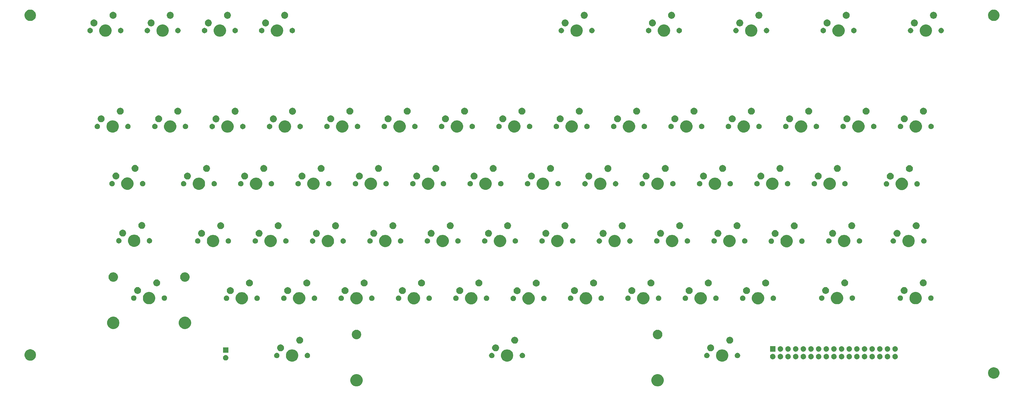
<source format=gbr>
%TF.GenerationSoftware,KiCad,Pcbnew,5.0.2+dfsg1-1*%
%TF.CreationDate,2020-10-19T22:51:28+02:00*%
%TF.ProjectId,A130XE_KB_MX,41313330-5845-45f4-9b42-5f4d582e6b69,0.1*%
%TF.SameCoordinates,Original*%
%TF.FileFunction,Soldermask,Bot*%
%TF.FilePolarity,Negative*%
%FSLAX46Y46*%
G04 Gerber Fmt 4.6, Leading zero omitted, Abs format (unit mm)*
G04 Created by KiCad (PCBNEW 5.0.2+dfsg1-1) date Mon 19 Oct 2020 10:51:28 PM CEST*
%MOMM*%
%LPD*%
G01*
G04 APERTURE LIST*
%ADD10C,0.100000*%
G04 APERTURE END LIST*
D10*
G36*
X260958252Y-209447818D02*
X260958254Y-209447819D01*
X260958255Y-209447819D01*
X261331513Y-209602427D01*
X261331514Y-209602428D01*
X261667439Y-209826886D01*
X261953114Y-210112561D01*
X261953116Y-210112564D01*
X262177573Y-210448487D01*
X262332181Y-210821745D01*
X262332182Y-210821748D01*
X262347946Y-210901000D01*
X262411000Y-211217994D01*
X262411000Y-211622006D01*
X262332181Y-212018255D01*
X262177573Y-212391513D01*
X262177572Y-212391514D01*
X261953114Y-212727439D01*
X261667439Y-213013114D01*
X261667436Y-213013116D01*
X261331513Y-213237573D01*
X260958255Y-213392181D01*
X260958254Y-213392181D01*
X260958252Y-213392182D01*
X260562007Y-213471000D01*
X260157993Y-213471000D01*
X259761748Y-213392182D01*
X259761746Y-213392181D01*
X259761745Y-213392181D01*
X259388487Y-213237573D01*
X259052564Y-213013116D01*
X259052561Y-213013114D01*
X258766886Y-212727439D01*
X258542428Y-212391514D01*
X258542427Y-212391513D01*
X258387819Y-212018255D01*
X258309000Y-211622006D01*
X258309000Y-211217994D01*
X258372054Y-210901000D01*
X258387818Y-210821748D01*
X258387819Y-210821745D01*
X258542427Y-210448487D01*
X258766884Y-210112564D01*
X258766886Y-210112561D01*
X259052561Y-209826886D01*
X259388486Y-209602428D01*
X259388487Y-209602427D01*
X259761745Y-209447819D01*
X259761746Y-209447819D01*
X259761748Y-209447818D01*
X260157993Y-209369000D01*
X260562007Y-209369000D01*
X260958252Y-209447818D01*
X260958252Y-209447818D01*
G37*
G36*
X160958252Y-209447818D02*
X160958254Y-209447819D01*
X160958255Y-209447819D01*
X161331513Y-209602427D01*
X161331514Y-209602428D01*
X161667439Y-209826886D01*
X161953114Y-210112561D01*
X161953116Y-210112564D01*
X162177573Y-210448487D01*
X162332181Y-210821745D01*
X162332182Y-210821748D01*
X162347946Y-210901000D01*
X162411000Y-211217994D01*
X162411000Y-211622006D01*
X162332181Y-212018255D01*
X162177573Y-212391513D01*
X162177572Y-212391514D01*
X161953114Y-212727439D01*
X161667439Y-213013114D01*
X161667436Y-213013116D01*
X161331513Y-213237573D01*
X160958255Y-213392181D01*
X160958254Y-213392181D01*
X160958252Y-213392182D01*
X160562007Y-213471000D01*
X160157993Y-213471000D01*
X159761748Y-213392182D01*
X159761746Y-213392181D01*
X159761745Y-213392181D01*
X159388487Y-213237573D01*
X159052564Y-213013116D01*
X159052561Y-213013114D01*
X158766886Y-212727439D01*
X158542428Y-212391514D01*
X158542427Y-212391513D01*
X158387819Y-212018255D01*
X158309000Y-211622006D01*
X158309000Y-211217994D01*
X158372054Y-210901000D01*
X158387818Y-210821748D01*
X158387819Y-210821745D01*
X158542427Y-210448487D01*
X158766884Y-210112564D01*
X158766886Y-210112561D01*
X159052561Y-209826886D01*
X159388486Y-209602428D01*
X159388487Y-209602427D01*
X159761745Y-209447819D01*
X159761746Y-209447819D01*
X159761748Y-209447818D01*
X160157993Y-209369000D01*
X160562007Y-209369000D01*
X160958252Y-209447818D01*
X160958252Y-209447818D01*
G37*
G36*
X372432078Y-207147703D02*
X372554501Y-207172054D01*
X372697802Y-207231411D01*
X372900460Y-207315355D01*
X373211820Y-207523399D01*
X373476601Y-207788180D01*
X373684645Y-208099540D01*
X373827946Y-208445500D01*
X373901000Y-208812766D01*
X373901000Y-209187234D01*
X373827946Y-209554500D01*
X373684645Y-209900460D01*
X373476601Y-210211820D01*
X373211820Y-210476601D01*
X372900460Y-210684645D01*
X372697802Y-210768588D01*
X372554501Y-210827946D01*
X372432078Y-210852297D01*
X372187234Y-210901000D01*
X371812766Y-210901000D01*
X371567922Y-210852297D01*
X371445499Y-210827946D01*
X371302198Y-210768589D01*
X371099540Y-210684645D01*
X370788180Y-210476601D01*
X370523399Y-210211820D01*
X370315355Y-209900460D01*
X370172054Y-209554500D01*
X370099000Y-209187234D01*
X370099000Y-208812766D01*
X370172054Y-208445500D01*
X370315355Y-208099540D01*
X370523399Y-207788180D01*
X370788180Y-207523399D01*
X371099540Y-207315355D01*
X371302198Y-207231412D01*
X371445499Y-207172054D01*
X371567922Y-207147703D01*
X371812766Y-207099000D01*
X372187234Y-207099000D01*
X372432078Y-207147703D01*
X372432078Y-207147703D01*
G37*
G36*
X282398252Y-201207818D02*
X282398254Y-201207819D01*
X282398255Y-201207819D01*
X282771513Y-201362427D01*
X283102905Y-201583857D01*
X283107439Y-201586886D01*
X283393114Y-201872561D01*
X283393116Y-201872564D01*
X283617573Y-202208487D01*
X283730098Y-202480147D01*
X283772182Y-202581748D01*
X283851000Y-202977993D01*
X283851000Y-203382007D01*
X283775142Y-203763373D01*
X283772181Y-203778255D01*
X283617573Y-204151513D01*
X283523182Y-204292779D01*
X283393114Y-204487439D01*
X283107439Y-204773114D01*
X283107436Y-204773116D01*
X282771513Y-204997573D01*
X282398255Y-205152181D01*
X282398254Y-205152181D01*
X282398252Y-205152182D01*
X282002007Y-205231000D01*
X281597993Y-205231000D01*
X281201748Y-205152182D01*
X281201746Y-205152181D01*
X281201745Y-205152181D01*
X280828487Y-204997573D01*
X280492564Y-204773116D01*
X280492561Y-204773114D01*
X280206886Y-204487439D01*
X280076818Y-204292779D01*
X279982427Y-204151513D01*
X279827819Y-203778255D01*
X279824859Y-203763373D01*
X279749000Y-203382007D01*
X279749000Y-202977993D01*
X279827818Y-202581748D01*
X279869902Y-202480147D01*
X279982427Y-202208487D01*
X280206884Y-201872564D01*
X280206886Y-201872561D01*
X280492561Y-201586886D01*
X280497095Y-201583857D01*
X280828487Y-201362427D01*
X281201745Y-201207819D01*
X281201746Y-201207819D01*
X281201748Y-201207818D01*
X281597993Y-201129000D01*
X282002007Y-201129000D01*
X282398252Y-201207818D01*
X282398252Y-201207818D01*
G37*
G36*
X210958252Y-201207818D02*
X210958254Y-201207819D01*
X210958255Y-201207819D01*
X211331513Y-201362427D01*
X211662905Y-201583857D01*
X211667439Y-201586886D01*
X211953114Y-201872561D01*
X211953116Y-201872564D01*
X212177573Y-202208487D01*
X212290098Y-202480147D01*
X212332182Y-202581748D01*
X212411000Y-202977993D01*
X212411000Y-203382007D01*
X212335142Y-203763373D01*
X212332181Y-203778255D01*
X212177573Y-204151513D01*
X212083182Y-204292779D01*
X211953114Y-204487439D01*
X211667439Y-204773114D01*
X211667436Y-204773116D01*
X211331513Y-204997573D01*
X210958255Y-205152181D01*
X210958254Y-205152181D01*
X210958252Y-205152182D01*
X210562007Y-205231000D01*
X210157993Y-205231000D01*
X209761748Y-205152182D01*
X209761746Y-205152181D01*
X209761745Y-205152181D01*
X209388487Y-204997573D01*
X209052564Y-204773116D01*
X209052561Y-204773114D01*
X208766886Y-204487439D01*
X208636818Y-204292779D01*
X208542427Y-204151513D01*
X208387819Y-203778255D01*
X208384859Y-203763373D01*
X208309000Y-203382007D01*
X208309000Y-202977993D01*
X208387818Y-202581748D01*
X208429902Y-202480147D01*
X208542427Y-202208487D01*
X208766884Y-201872564D01*
X208766886Y-201872561D01*
X209052561Y-201586886D01*
X209057095Y-201583857D01*
X209388487Y-201362427D01*
X209761745Y-201207819D01*
X209761746Y-201207819D01*
X209761748Y-201207818D01*
X210157993Y-201129000D01*
X210562007Y-201129000D01*
X210958252Y-201207818D01*
X210958252Y-201207818D01*
G37*
G36*
X139558252Y-201207818D02*
X139558254Y-201207819D01*
X139558255Y-201207819D01*
X139931513Y-201362427D01*
X140262905Y-201583857D01*
X140267439Y-201586886D01*
X140553114Y-201872561D01*
X140553116Y-201872564D01*
X140777573Y-202208487D01*
X140890098Y-202480147D01*
X140932182Y-202581748D01*
X141011000Y-202977993D01*
X141011000Y-203382007D01*
X140935142Y-203763373D01*
X140932181Y-203778255D01*
X140777573Y-204151513D01*
X140683182Y-204292779D01*
X140553114Y-204487439D01*
X140267439Y-204773114D01*
X140267436Y-204773116D01*
X139931513Y-204997573D01*
X139558255Y-205152181D01*
X139558254Y-205152181D01*
X139558252Y-205152182D01*
X139162007Y-205231000D01*
X138757993Y-205231000D01*
X138361748Y-205152182D01*
X138361746Y-205152181D01*
X138361745Y-205152181D01*
X137988487Y-204997573D01*
X137652564Y-204773116D01*
X137652561Y-204773114D01*
X137366886Y-204487439D01*
X137236818Y-204292779D01*
X137142427Y-204151513D01*
X136987819Y-203778255D01*
X136984859Y-203763373D01*
X136909000Y-203382007D01*
X136909000Y-202977993D01*
X136987818Y-202581748D01*
X137029902Y-202480147D01*
X137142427Y-202208487D01*
X137366884Y-201872564D01*
X137366886Y-201872561D01*
X137652561Y-201586886D01*
X137657095Y-201583857D01*
X137988487Y-201362427D01*
X138361745Y-201207819D01*
X138361746Y-201207819D01*
X138361748Y-201207818D01*
X138757993Y-201129000D01*
X139162007Y-201129000D01*
X139558252Y-201207818D01*
X139558252Y-201207818D01*
G37*
G36*
X52432078Y-201147703D02*
X52554501Y-201172054D01*
X52640845Y-201207819D01*
X52900460Y-201315355D01*
X53211820Y-201523399D01*
X53476601Y-201788180D01*
X53684645Y-202099540D01*
X53827946Y-202445500D01*
X53901000Y-202812766D01*
X53901000Y-203187234D01*
X53884787Y-203268741D01*
X53827946Y-203554501D01*
X53768588Y-203697802D01*
X53684645Y-203900460D01*
X53476601Y-204211820D01*
X53211820Y-204476601D01*
X52900460Y-204684645D01*
X52697802Y-204768588D01*
X52554501Y-204827946D01*
X52432078Y-204852297D01*
X52187234Y-204901000D01*
X51812766Y-204901000D01*
X51567922Y-204852297D01*
X51445499Y-204827946D01*
X51302198Y-204768589D01*
X51099540Y-204684645D01*
X50788180Y-204476601D01*
X50523399Y-204211820D01*
X50315355Y-203900460D01*
X50231411Y-203697802D01*
X50172054Y-203554501D01*
X50115213Y-203268741D01*
X50099000Y-203187234D01*
X50099000Y-202812766D01*
X50172054Y-202445500D01*
X50315355Y-202099540D01*
X50523399Y-201788180D01*
X50788180Y-201523399D01*
X51099540Y-201315355D01*
X51359155Y-201207819D01*
X51445499Y-201172054D01*
X51567922Y-201147703D01*
X51812766Y-201099000D01*
X52187234Y-201099000D01*
X52432078Y-201147703D01*
X52432078Y-201147703D01*
G37*
G36*
X117010442Y-203045518D02*
X117076627Y-203052037D01*
X117189853Y-203086384D01*
X117246467Y-203103557D01*
X117385087Y-203177652D01*
X117402991Y-203187222D01*
X117410682Y-203193534D01*
X117540186Y-203299814D01*
X117592348Y-203363375D01*
X117652778Y-203437009D01*
X117652779Y-203437011D01*
X117736443Y-203593533D01*
X117753616Y-203650147D01*
X117787963Y-203763373D01*
X117805359Y-203940000D01*
X117787963Y-204116627D01*
X117753616Y-204229853D01*
X117736443Y-204286467D01*
X117733069Y-204292779D01*
X117652778Y-204442991D01*
X117625195Y-204476601D01*
X117540186Y-204580186D01*
X117438729Y-204663448D01*
X117402991Y-204692778D01*
X117402989Y-204692779D01*
X117246467Y-204776443D01*
X117189853Y-204793616D01*
X117076627Y-204827963D01*
X117010443Y-204834481D01*
X116944260Y-204841000D01*
X116855740Y-204841000D01*
X116789557Y-204834481D01*
X116723373Y-204827963D01*
X116610147Y-204793616D01*
X116553533Y-204776443D01*
X116397011Y-204692779D01*
X116397009Y-204692778D01*
X116361271Y-204663448D01*
X116259814Y-204580186D01*
X116174805Y-204476601D01*
X116147222Y-204442991D01*
X116066931Y-204292779D01*
X116063557Y-204286467D01*
X116046384Y-204229853D01*
X116012037Y-204116627D01*
X115994641Y-203940000D01*
X116012037Y-203763373D01*
X116046384Y-203650147D01*
X116063557Y-203593533D01*
X116147221Y-203437011D01*
X116147222Y-203437009D01*
X116207652Y-203363375D01*
X116259814Y-203299814D01*
X116389318Y-203193534D01*
X116397009Y-203187222D01*
X116414913Y-203177652D01*
X116553533Y-203103557D01*
X116610147Y-203086384D01*
X116723373Y-203052037D01*
X116789558Y-203045518D01*
X116855740Y-203039000D01*
X116944260Y-203039000D01*
X117010442Y-203045518D01*
X117010442Y-203045518D01*
G37*
G36*
X319030442Y-202645518D02*
X319096627Y-202652037D01*
X319209853Y-202686384D01*
X319266467Y-202703557D01*
X319405087Y-202777652D01*
X319422991Y-202787222D01*
X319454116Y-202812766D01*
X319560186Y-202899814D01*
X319643448Y-203001271D01*
X319672778Y-203037009D01*
X319672779Y-203037011D01*
X319756443Y-203193533D01*
X319756443Y-203193534D01*
X319807963Y-203363373D01*
X319825359Y-203540000D01*
X319807963Y-203716627D01*
X319793782Y-203763375D01*
X319756443Y-203886467D01*
X319707273Y-203978456D01*
X319672778Y-204042991D01*
X319643448Y-204078729D01*
X319560186Y-204180186D01*
X319458729Y-204263448D01*
X319422991Y-204292778D01*
X319422989Y-204292779D01*
X319266467Y-204376443D01*
X319209853Y-204393616D01*
X319096627Y-204427963D01*
X319030442Y-204434482D01*
X318964260Y-204441000D01*
X318875740Y-204441000D01*
X318809558Y-204434482D01*
X318743373Y-204427963D01*
X318630147Y-204393616D01*
X318573533Y-204376443D01*
X318417011Y-204292779D01*
X318417009Y-204292778D01*
X318381271Y-204263448D01*
X318279814Y-204180186D01*
X318196552Y-204078729D01*
X318167222Y-204042991D01*
X318132727Y-203978456D01*
X318083557Y-203886467D01*
X318046218Y-203763375D01*
X318032037Y-203716627D01*
X318014641Y-203540000D01*
X318032037Y-203363373D01*
X318083557Y-203193534D01*
X318083557Y-203193533D01*
X318167221Y-203037011D01*
X318167222Y-203037009D01*
X318196552Y-203001271D01*
X318279814Y-202899814D01*
X318385884Y-202812766D01*
X318417009Y-202787222D01*
X318434913Y-202777652D01*
X318573533Y-202703557D01*
X318630147Y-202686384D01*
X318743373Y-202652037D01*
X318809557Y-202645519D01*
X318875740Y-202639000D01*
X318964260Y-202639000D01*
X319030442Y-202645518D01*
X319030442Y-202645518D01*
G37*
G36*
X339350442Y-202645518D02*
X339416627Y-202652037D01*
X339529853Y-202686384D01*
X339586467Y-202703557D01*
X339725087Y-202777652D01*
X339742991Y-202787222D01*
X339774116Y-202812766D01*
X339880186Y-202899814D01*
X339963448Y-203001271D01*
X339992778Y-203037009D01*
X339992779Y-203037011D01*
X340076443Y-203193533D01*
X340076443Y-203193534D01*
X340127963Y-203363373D01*
X340145359Y-203540000D01*
X340127963Y-203716627D01*
X340113782Y-203763375D01*
X340076443Y-203886467D01*
X340027273Y-203978456D01*
X339992778Y-204042991D01*
X339963448Y-204078729D01*
X339880186Y-204180186D01*
X339778729Y-204263448D01*
X339742991Y-204292778D01*
X339742989Y-204292779D01*
X339586467Y-204376443D01*
X339529853Y-204393616D01*
X339416627Y-204427963D01*
X339350442Y-204434482D01*
X339284260Y-204441000D01*
X339195740Y-204441000D01*
X339129558Y-204434482D01*
X339063373Y-204427963D01*
X338950147Y-204393616D01*
X338893533Y-204376443D01*
X338737011Y-204292779D01*
X338737009Y-204292778D01*
X338701271Y-204263448D01*
X338599814Y-204180186D01*
X338516552Y-204078729D01*
X338487222Y-204042991D01*
X338452727Y-203978456D01*
X338403557Y-203886467D01*
X338366218Y-203763375D01*
X338352037Y-203716627D01*
X338334641Y-203540000D01*
X338352037Y-203363373D01*
X338403557Y-203193534D01*
X338403557Y-203193533D01*
X338487221Y-203037011D01*
X338487222Y-203037009D01*
X338516552Y-203001271D01*
X338599814Y-202899814D01*
X338705884Y-202812766D01*
X338737009Y-202787222D01*
X338754913Y-202777652D01*
X338893533Y-202703557D01*
X338950147Y-202686384D01*
X339063373Y-202652037D01*
X339129557Y-202645519D01*
X339195740Y-202639000D01*
X339284260Y-202639000D01*
X339350442Y-202645518D01*
X339350442Y-202645518D01*
G37*
G36*
X336810442Y-202645518D02*
X336876627Y-202652037D01*
X336989853Y-202686384D01*
X337046467Y-202703557D01*
X337185087Y-202777652D01*
X337202991Y-202787222D01*
X337234116Y-202812766D01*
X337340186Y-202899814D01*
X337423448Y-203001271D01*
X337452778Y-203037009D01*
X337452779Y-203037011D01*
X337536443Y-203193533D01*
X337536443Y-203193534D01*
X337587963Y-203363373D01*
X337605359Y-203540000D01*
X337587963Y-203716627D01*
X337573782Y-203763375D01*
X337536443Y-203886467D01*
X337487273Y-203978456D01*
X337452778Y-204042991D01*
X337423448Y-204078729D01*
X337340186Y-204180186D01*
X337238729Y-204263448D01*
X337202991Y-204292778D01*
X337202989Y-204292779D01*
X337046467Y-204376443D01*
X336989853Y-204393616D01*
X336876627Y-204427963D01*
X336810442Y-204434482D01*
X336744260Y-204441000D01*
X336655740Y-204441000D01*
X336589558Y-204434482D01*
X336523373Y-204427963D01*
X336410147Y-204393616D01*
X336353533Y-204376443D01*
X336197011Y-204292779D01*
X336197009Y-204292778D01*
X336161271Y-204263448D01*
X336059814Y-204180186D01*
X335976552Y-204078729D01*
X335947222Y-204042991D01*
X335912727Y-203978456D01*
X335863557Y-203886467D01*
X335826218Y-203763375D01*
X335812037Y-203716627D01*
X335794641Y-203540000D01*
X335812037Y-203363373D01*
X335863557Y-203193534D01*
X335863557Y-203193533D01*
X335947221Y-203037011D01*
X335947222Y-203037009D01*
X335976552Y-203001271D01*
X336059814Y-202899814D01*
X336165884Y-202812766D01*
X336197009Y-202787222D01*
X336214913Y-202777652D01*
X336353533Y-202703557D01*
X336410147Y-202686384D01*
X336523373Y-202652037D01*
X336589557Y-202645519D01*
X336655740Y-202639000D01*
X336744260Y-202639000D01*
X336810442Y-202645518D01*
X336810442Y-202645518D01*
G37*
G36*
X326650442Y-202645518D02*
X326716627Y-202652037D01*
X326829853Y-202686384D01*
X326886467Y-202703557D01*
X327025087Y-202777652D01*
X327042991Y-202787222D01*
X327074116Y-202812766D01*
X327180186Y-202899814D01*
X327263448Y-203001271D01*
X327292778Y-203037009D01*
X327292779Y-203037011D01*
X327376443Y-203193533D01*
X327376443Y-203193534D01*
X327427963Y-203363373D01*
X327445359Y-203540000D01*
X327427963Y-203716627D01*
X327413782Y-203763375D01*
X327376443Y-203886467D01*
X327327273Y-203978456D01*
X327292778Y-204042991D01*
X327263448Y-204078729D01*
X327180186Y-204180186D01*
X327078729Y-204263448D01*
X327042991Y-204292778D01*
X327042989Y-204292779D01*
X326886467Y-204376443D01*
X326829853Y-204393616D01*
X326716627Y-204427963D01*
X326650442Y-204434482D01*
X326584260Y-204441000D01*
X326495740Y-204441000D01*
X326429558Y-204434482D01*
X326363373Y-204427963D01*
X326250147Y-204393616D01*
X326193533Y-204376443D01*
X326037011Y-204292779D01*
X326037009Y-204292778D01*
X326001271Y-204263448D01*
X325899814Y-204180186D01*
X325816552Y-204078729D01*
X325787222Y-204042991D01*
X325752727Y-203978456D01*
X325703557Y-203886467D01*
X325666218Y-203763375D01*
X325652037Y-203716627D01*
X325634641Y-203540000D01*
X325652037Y-203363373D01*
X325703557Y-203193534D01*
X325703557Y-203193533D01*
X325787221Y-203037011D01*
X325787222Y-203037009D01*
X325816552Y-203001271D01*
X325899814Y-202899814D01*
X326005884Y-202812766D01*
X326037009Y-202787222D01*
X326054913Y-202777652D01*
X326193533Y-202703557D01*
X326250147Y-202686384D01*
X326363373Y-202652037D01*
X326429557Y-202645519D01*
X326495740Y-202639000D01*
X326584260Y-202639000D01*
X326650442Y-202645518D01*
X326650442Y-202645518D01*
G37*
G36*
X321570442Y-202645518D02*
X321636627Y-202652037D01*
X321749853Y-202686384D01*
X321806467Y-202703557D01*
X321945087Y-202777652D01*
X321962991Y-202787222D01*
X321994116Y-202812766D01*
X322100186Y-202899814D01*
X322183448Y-203001271D01*
X322212778Y-203037009D01*
X322212779Y-203037011D01*
X322296443Y-203193533D01*
X322296443Y-203193534D01*
X322347963Y-203363373D01*
X322365359Y-203540000D01*
X322347963Y-203716627D01*
X322333782Y-203763375D01*
X322296443Y-203886467D01*
X322247273Y-203978456D01*
X322212778Y-204042991D01*
X322183448Y-204078729D01*
X322100186Y-204180186D01*
X321998729Y-204263448D01*
X321962991Y-204292778D01*
X321962989Y-204292779D01*
X321806467Y-204376443D01*
X321749853Y-204393616D01*
X321636627Y-204427963D01*
X321570442Y-204434482D01*
X321504260Y-204441000D01*
X321415740Y-204441000D01*
X321349558Y-204434482D01*
X321283373Y-204427963D01*
X321170147Y-204393616D01*
X321113533Y-204376443D01*
X320957011Y-204292779D01*
X320957009Y-204292778D01*
X320921271Y-204263448D01*
X320819814Y-204180186D01*
X320736552Y-204078729D01*
X320707222Y-204042991D01*
X320672727Y-203978456D01*
X320623557Y-203886467D01*
X320586218Y-203763375D01*
X320572037Y-203716627D01*
X320554641Y-203540000D01*
X320572037Y-203363373D01*
X320623557Y-203193534D01*
X320623557Y-203193533D01*
X320707221Y-203037011D01*
X320707222Y-203037009D01*
X320736552Y-203001271D01*
X320819814Y-202899814D01*
X320925884Y-202812766D01*
X320957009Y-202787222D01*
X320974913Y-202777652D01*
X321113533Y-202703557D01*
X321170147Y-202686384D01*
X321283373Y-202652037D01*
X321349557Y-202645519D01*
X321415740Y-202639000D01*
X321504260Y-202639000D01*
X321570442Y-202645518D01*
X321570442Y-202645518D01*
G37*
G36*
X316490442Y-202645518D02*
X316556627Y-202652037D01*
X316669853Y-202686384D01*
X316726467Y-202703557D01*
X316865087Y-202777652D01*
X316882991Y-202787222D01*
X316914116Y-202812766D01*
X317020186Y-202899814D01*
X317103448Y-203001271D01*
X317132778Y-203037009D01*
X317132779Y-203037011D01*
X317216443Y-203193533D01*
X317216443Y-203193534D01*
X317267963Y-203363373D01*
X317285359Y-203540000D01*
X317267963Y-203716627D01*
X317253782Y-203763375D01*
X317216443Y-203886467D01*
X317167273Y-203978456D01*
X317132778Y-204042991D01*
X317103448Y-204078729D01*
X317020186Y-204180186D01*
X316918729Y-204263448D01*
X316882991Y-204292778D01*
X316882989Y-204292779D01*
X316726467Y-204376443D01*
X316669853Y-204393616D01*
X316556627Y-204427963D01*
X316490442Y-204434482D01*
X316424260Y-204441000D01*
X316335740Y-204441000D01*
X316269558Y-204434482D01*
X316203373Y-204427963D01*
X316090147Y-204393616D01*
X316033533Y-204376443D01*
X315877011Y-204292779D01*
X315877009Y-204292778D01*
X315841271Y-204263448D01*
X315739814Y-204180186D01*
X315656552Y-204078729D01*
X315627222Y-204042991D01*
X315592727Y-203978456D01*
X315543557Y-203886467D01*
X315506218Y-203763375D01*
X315492037Y-203716627D01*
X315474641Y-203540000D01*
X315492037Y-203363373D01*
X315543557Y-203193534D01*
X315543557Y-203193533D01*
X315627221Y-203037011D01*
X315627222Y-203037009D01*
X315656552Y-203001271D01*
X315739814Y-202899814D01*
X315845884Y-202812766D01*
X315877009Y-202787222D01*
X315894913Y-202777652D01*
X316033533Y-202703557D01*
X316090147Y-202686384D01*
X316203373Y-202652037D01*
X316269557Y-202645519D01*
X316335740Y-202639000D01*
X316424260Y-202639000D01*
X316490442Y-202645518D01*
X316490442Y-202645518D01*
G37*
G36*
X313950442Y-202645518D02*
X314016627Y-202652037D01*
X314129853Y-202686384D01*
X314186467Y-202703557D01*
X314325087Y-202777652D01*
X314342991Y-202787222D01*
X314374116Y-202812766D01*
X314480186Y-202899814D01*
X314563448Y-203001271D01*
X314592778Y-203037009D01*
X314592779Y-203037011D01*
X314676443Y-203193533D01*
X314676443Y-203193534D01*
X314727963Y-203363373D01*
X314745359Y-203540000D01*
X314727963Y-203716627D01*
X314713782Y-203763375D01*
X314676443Y-203886467D01*
X314627273Y-203978456D01*
X314592778Y-204042991D01*
X314563448Y-204078729D01*
X314480186Y-204180186D01*
X314378729Y-204263448D01*
X314342991Y-204292778D01*
X314342989Y-204292779D01*
X314186467Y-204376443D01*
X314129853Y-204393616D01*
X314016627Y-204427963D01*
X313950442Y-204434482D01*
X313884260Y-204441000D01*
X313795740Y-204441000D01*
X313729558Y-204434482D01*
X313663373Y-204427963D01*
X313550147Y-204393616D01*
X313493533Y-204376443D01*
X313337011Y-204292779D01*
X313337009Y-204292778D01*
X313301271Y-204263448D01*
X313199814Y-204180186D01*
X313116552Y-204078729D01*
X313087222Y-204042991D01*
X313052727Y-203978456D01*
X313003557Y-203886467D01*
X312966218Y-203763375D01*
X312952037Y-203716627D01*
X312934641Y-203540000D01*
X312952037Y-203363373D01*
X313003557Y-203193534D01*
X313003557Y-203193533D01*
X313087221Y-203037011D01*
X313087222Y-203037009D01*
X313116552Y-203001271D01*
X313199814Y-202899814D01*
X313305884Y-202812766D01*
X313337009Y-202787222D01*
X313354913Y-202777652D01*
X313493533Y-202703557D01*
X313550147Y-202686384D01*
X313663373Y-202652037D01*
X313729557Y-202645519D01*
X313795740Y-202639000D01*
X313884260Y-202639000D01*
X313950442Y-202645518D01*
X313950442Y-202645518D01*
G37*
G36*
X311410442Y-202645518D02*
X311476627Y-202652037D01*
X311589853Y-202686384D01*
X311646467Y-202703557D01*
X311785087Y-202777652D01*
X311802991Y-202787222D01*
X311834116Y-202812766D01*
X311940186Y-202899814D01*
X312023448Y-203001271D01*
X312052778Y-203037009D01*
X312052779Y-203037011D01*
X312136443Y-203193533D01*
X312136443Y-203193534D01*
X312187963Y-203363373D01*
X312205359Y-203540000D01*
X312187963Y-203716627D01*
X312173782Y-203763375D01*
X312136443Y-203886467D01*
X312087273Y-203978456D01*
X312052778Y-204042991D01*
X312023448Y-204078729D01*
X311940186Y-204180186D01*
X311838729Y-204263448D01*
X311802991Y-204292778D01*
X311802989Y-204292779D01*
X311646467Y-204376443D01*
X311589853Y-204393616D01*
X311476627Y-204427963D01*
X311410442Y-204434482D01*
X311344260Y-204441000D01*
X311255740Y-204441000D01*
X311189558Y-204434482D01*
X311123373Y-204427963D01*
X311010147Y-204393616D01*
X310953533Y-204376443D01*
X310797011Y-204292779D01*
X310797009Y-204292778D01*
X310761271Y-204263448D01*
X310659814Y-204180186D01*
X310576552Y-204078729D01*
X310547222Y-204042991D01*
X310512727Y-203978456D01*
X310463557Y-203886467D01*
X310426218Y-203763375D01*
X310412037Y-203716627D01*
X310394641Y-203540000D01*
X310412037Y-203363373D01*
X310463557Y-203193534D01*
X310463557Y-203193533D01*
X310547221Y-203037011D01*
X310547222Y-203037009D01*
X310576552Y-203001271D01*
X310659814Y-202899814D01*
X310765884Y-202812766D01*
X310797009Y-202787222D01*
X310814913Y-202777652D01*
X310953533Y-202703557D01*
X311010147Y-202686384D01*
X311123373Y-202652037D01*
X311189557Y-202645519D01*
X311255740Y-202639000D01*
X311344260Y-202639000D01*
X311410442Y-202645518D01*
X311410442Y-202645518D01*
G37*
G36*
X306330442Y-202645518D02*
X306396627Y-202652037D01*
X306509853Y-202686384D01*
X306566467Y-202703557D01*
X306705087Y-202777652D01*
X306722991Y-202787222D01*
X306754116Y-202812766D01*
X306860186Y-202899814D01*
X306943448Y-203001271D01*
X306972778Y-203037009D01*
X306972779Y-203037011D01*
X307056443Y-203193533D01*
X307056443Y-203193534D01*
X307107963Y-203363373D01*
X307125359Y-203540000D01*
X307107963Y-203716627D01*
X307093782Y-203763375D01*
X307056443Y-203886467D01*
X307007273Y-203978456D01*
X306972778Y-204042991D01*
X306943448Y-204078729D01*
X306860186Y-204180186D01*
X306758729Y-204263448D01*
X306722991Y-204292778D01*
X306722989Y-204292779D01*
X306566467Y-204376443D01*
X306509853Y-204393616D01*
X306396627Y-204427963D01*
X306330442Y-204434482D01*
X306264260Y-204441000D01*
X306175740Y-204441000D01*
X306109558Y-204434482D01*
X306043373Y-204427963D01*
X305930147Y-204393616D01*
X305873533Y-204376443D01*
X305717011Y-204292779D01*
X305717009Y-204292778D01*
X305681271Y-204263448D01*
X305579814Y-204180186D01*
X305496552Y-204078729D01*
X305467222Y-204042991D01*
X305432727Y-203978456D01*
X305383557Y-203886467D01*
X305346218Y-203763375D01*
X305332037Y-203716627D01*
X305314641Y-203540000D01*
X305332037Y-203363373D01*
X305383557Y-203193534D01*
X305383557Y-203193533D01*
X305467221Y-203037011D01*
X305467222Y-203037009D01*
X305496552Y-203001271D01*
X305579814Y-202899814D01*
X305685884Y-202812766D01*
X305717009Y-202787222D01*
X305734913Y-202777652D01*
X305873533Y-202703557D01*
X305930147Y-202686384D01*
X306043373Y-202652037D01*
X306109557Y-202645519D01*
X306175740Y-202639000D01*
X306264260Y-202639000D01*
X306330442Y-202645518D01*
X306330442Y-202645518D01*
G37*
G36*
X303790442Y-202645518D02*
X303856627Y-202652037D01*
X303969853Y-202686384D01*
X304026467Y-202703557D01*
X304165087Y-202777652D01*
X304182991Y-202787222D01*
X304214116Y-202812766D01*
X304320186Y-202899814D01*
X304403448Y-203001271D01*
X304432778Y-203037009D01*
X304432779Y-203037011D01*
X304516443Y-203193533D01*
X304516443Y-203193534D01*
X304567963Y-203363373D01*
X304585359Y-203540000D01*
X304567963Y-203716627D01*
X304553782Y-203763375D01*
X304516443Y-203886467D01*
X304467273Y-203978456D01*
X304432778Y-204042991D01*
X304403448Y-204078729D01*
X304320186Y-204180186D01*
X304218729Y-204263448D01*
X304182991Y-204292778D01*
X304182989Y-204292779D01*
X304026467Y-204376443D01*
X303969853Y-204393616D01*
X303856627Y-204427963D01*
X303790442Y-204434482D01*
X303724260Y-204441000D01*
X303635740Y-204441000D01*
X303569558Y-204434482D01*
X303503373Y-204427963D01*
X303390147Y-204393616D01*
X303333533Y-204376443D01*
X303177011Y-204292779D01*
X303177009Y-204292778D01*
X303141271Y-204263448D01*
X303039814Y-204180186D01*
X302956552Y-204078729D01*
X302927222Y-204042991D01*
X302892727Y-203978456D01*
X302843557Y-203886467D01*
X302806218Y-203763375D01*
X302792037Y-203716627D01*
X302774641Y-203540000D01*
X302792037Y-203363373D01*
X302843557Y-203193534D01*
X302843557Y-203193533D01*
X302927221Y-203037011D01*
X302927222Y-203037009D01*
X302956552Y-203001271D01*
X303039814Y-202899814D01*
X303145884Y-202812766D01*
X303177009Y-202787222D01*
X303194913Y-202777652D01*
X303333533Y-202703557D01*
X303390147Y-202686384D01*
X303503373Y-202652037D01*
X303569557Y-202645519D01*
X303635740Y-202639000D01*
X303724260Y-202639000D01*
X303790442Y-202645518D01*
X303790442Y-202645518D01*
G37*
G36*
X301250442Y-202645518D02*
X301316627Y-202652037D01*
X301429853Y-202686384D01*
X301486467Y-202703557D01*
X301625087Y-202777652D01*
X301642991Y-202787222D01*
X301674116Y-202812766D01*
X301780186Y-202899814D01*
X301863448Y-203001271D01*
X301892778Y-203037009D01*
X301892779Y-203037011D01*
X301976443Y-203193533D01*
X301976443Y-203193534D01*
X302027963Y-203363373D01*
X302045359Y-203540000D01*
X302027963Y-203716627D01*
X302013782Y-203763375D01*
X301976443Y-203886467D01*
X301927273Y-203978456D01*
X301892778Y-204042991D01*
X301863448Y-204078729D01*
X301780186Y-204180186D01*
X301678729Y-204263448D01*
X301642991Y-204292778D01*
X301642989Y-204292779D01*
X301486467Y-204376443D01*
X301429853Y-204393616D01*
X301316627Y-204427963D01*
X301250442Y-204434482D01*
X301184260Y-204441000D01*
X301095740Y-204441000D01*
X301029558Y-204434482D01*
X300963373Y-204427963D01*
X300850147Y-204393616D01*
X300793533Y-204376443D01*
X300637011Y-204292779D01*
X300637009Y-204292778D01*
X300601271Y-204263448D01*
X300499814Y-204180186D01*
X300416552Y-204078729D01*
X300387222Y-204042991D01*
X300352727Y-203978456D01*
X300303557Y-203886467D01*
X300266218Y-203763375D01*
X300252037Y-203716627D01*
X300234641Y-203540000D01*
X300252037Y-203363373D01*
X300303557Y-203193534D01*
X300303557Y-203193533D01*
X300387221Y-203037011D01*
X300387222Y-203037009D01*
X300416552Y-203001271D01*
X300499814Y-202899814D01*
X300605884Y-202812766D01*
X300637009Y-202787222D01*
X300654913Y-202777652D01*
X300793533Y-202703557D01*
X300850147Y-202686384D01*
X300963373Y-202652037D01*
X301029557Y-202645519D01*
X301095740Y-202639000D01*
X301184260Y-202639000D01*
X301250442Y-202645518D01*
X301250442Y-202645518D01*
G37*
G36*
X329190442Y-202645518D02*
X329256627Y-202652037D01*
X329369853Y-202686384D01*
X329426467Y-202703557D01*
X329565087Y-202777652D01*
X329582991Y-202787222D01*
X329614116Y-202812766D01*
X329720186Y-202899814D01*
X329803448Y-203001271D01*
X329832778Y-203037009D01*
X329832779Y-203037011D01*
X329916443Y-203193533D01*
X329916443Y-203193534D01*
X329967963Y-203363373D01*
X329985359Y-203540000D01*
X329967963Y-203716627D01*
X329953782Y-203763375D01*
X329916443Y-203886467D01*
X329867273Y-203978456D01*
X329832778Y-204042991D01*
X329803448Y-204078729D01*
X329720186Y-204180186D01*
X329618729Y-204263448D01*
X329582991Y-204292778D01*
X329582989Y-204292779D01*
X329426467Y-204376443D01*
X329369853Y-204393616D01*
X329256627Y-204427963D01*
X329190442Y-204434482D01*
X329124260Y-204441000D01*
X329035740Y-204441000D01*
X328969558Y-204434482D01*
X328903373Y-204427963D01*
X328790147Y-204393616D01*
X328733533Y-204376443D01*
X328577011Y-204292779D01*
X328577009Y-204292778D01*
X328541271Y-204263448D01*
X328439814Y-204180186D01*
X328356552Y-204078729D01*
X328327222Y-204042991D01*
X328292727Y-203978456D01*
X328243557Y-203886467D01*
X328206218Y-203763375D01*
X328192037Y-203716627D01*
X328174641Y-203540000D01*
X328192037Y-203363373D01*
X328243557Y-203193534D01*
X328243557Y-203193533D01*
X328327221Y-203037011D01*
X328327222Y-203037009D01*
X328356552Y-203001271D01*
X328439814Y-202899814D01*
X328545884Y-202812766D01*
X328577009Y-202787222D01*
X328594913Y-202777652D01*
X328733533Y-202703557D01*
X328790147Y-202686384D01*
X328903373Y-202652037D01*
X328969557Y-202645519D01*
X329035740Y-202639000D01*
X329124260Y-202639000D01*
X329190442Y-202645518D01*
X329190442Y-202645518D01*
G37*
G36*
X298710442Y-202645518D02*
X298776627Y-202652037D01*
X298889853Y-202686384D01*
X298946467Y-202703557D01*
X299085087Y-202777652D01*
X299102991Y-202787222D01*
X299134116Y-202812766D01*
X299240186Y-202899814D01*
X299323448Y-203001271D01*
X299352778Y-203037009D01*
X299352779Y-203037011D01*
X299436443Y-203193533D01*
X299436443Y-203193534D01*
X299487963Y-203363373D01*
X299505359Y-203540000D01*
X299487963Y-203716627D01*
X299473782Y-203763375D01*
X299436443Y-203886467D01*
X299387273Y-203978456D01*
X299352778Y-204042991D01*
X299323448Y-204078729D01*
X299240186Y-204180186D01*
X299138729Y-204263448D01*
X299102991Y-204292778D01*
X299102989Y-204292779D01*
X298946467Y-204376443D01*
X298889853Y-204393616D01*
X298776627Y-204427963D01*
X298710442Y-204434482D01*
X298644260Y-204441000D01*
X298555740Y-204441000D01*
X298489558Y-204434482D01*
X298423373Y-204427963D01*
X298310147Y-204393616D01*
X298253533Y-204376443D01*
X298097011Y-204292779D01*
X298097009Y-204292778D01*
X298061271Y-204263448D01*
X297959814Y-204180186D01*
X297876552Y-204078729D01*
X297847222Y-204042991D01*
X297812727Y-203978456D01*
X297763557Y-203886467D01*
X297726218Y-203763375D01*
X297712037Y-203716627D01*
X297694641Y-203540000D01*
X297712037Y-203363373D01*
X297763557Y-203193534D01*
X297763557Y-203193533D01*
X297847221Y-203037011D01*
X297847222Y-203037009D01*
X297876552Y-203001271D01*
X297959814Y-202899814D01*
X298065884Y-202812766D01*
X298097009Y-202787222D01*
X298114913Y-202777652D01*
X298253533Y-202703557D01*
X298310147Y-202686384D01*
X298423373Y-202652037D01*
X298489557Y-202645519D01*
X298555740Y-202639000D01*
X298644260Y-202639000D01*
X298710442Y-202645518D01*
X298710442Y-202645518D01*
G37*
G36*
X334270442Y-202645518D02*
X334336627Y-202652037D01*
X334449853Y-202686384D01*
X334506467Y-202703557D01*
X334645087Y-202777652D01*
X334662991Y-202787222D01*
X334694116Y-202812766D01*
X334800186Y-202899814D01*
X334883448Y-203001271D01*
X334912778Y-203037009D01*
X334912779Y-203037011D01*
X334996443Y-203193533D01*
X334996443Y-203193534D01*
X335047963Y-203363373D01*
X335065359Y-203540000D01*
X335047963Y-203716627D01*
X335033782Y-203763375D01*
X334996443Y-203886467D01*
X334947273Y-203978456D01*
X334912778Y-204042991D01*
X334883448Y-204078729D01*
X334800186Y-204180186D01*
X334698729Y-204263448D01*
X334662991Y-204292778D01*
X334662989Y-204292779D01*
X334506467Y-204376443D01*
X334449853Y-204393616D01*
X334336627Y-204427963D01*
X334270442Y-204434482D01*
X334204260Y-204441000D01*
X334115740Y-204441000D01*
X334049558Y-204434482D01*
X333983373Y-204427963D01*
X333870147Y-204393616D01*
X333813533Y-204376443D01*
X333657011Y-204292779D01*
X333657009Y-204292778D01*
X333621271Y-204263448D01*
X333519814Y-204180186D01*
X333436552Y-204078729D01*
X333407222Y-204042991D01*
X333372727Y-203978456D01*
X333323557Y-203886467D01*
X333286218Y-203763375D01*
X333272037Y-203716627D01*
X333254641Y-203540000D01*
X333272037Y-203363373D01*
X333323557Y-203193534D01*
X333323557Y-203193533D01*
X333407221Y-203037011D01*
X333407222Y-203037009D01*
X333436552Y-203001271D01*
X333519814Y-202899814D01*
X333625884Y-202812766D01*
X333657009Y-202787222D01*
X333674913Y-202777652D01*
X333813533Y-202703557D01*
X333870147Y-202686384D01*
X333983373Y-202652037D01*
X334049557Y-202645519D01*
X334115740Y-202639000D01*
X334204260Y-202639000D01*
X334270442Y-202645518D01*
X334270442Y-202645518D01*
G37*
G36*
X331730442Y-202645518D02*
X331796627Y-202652037D01*
X331909853Y-202686384D01*
X331966467Y-202703557D01*
X332105087Y-202777652D01*
X332122991Y-202787222D01*
X332154116Y-202812766D01*
X332260186Y-202899814D01*
X332343448Y-203001271D01*
X332372778Y-203037009D01*
X332372779Y-203037011D01*
X332456443Y-203193533D01*
X332456443Y-203193534D01*
X332507963Y-203363373D01*
X332525359Y-203540000D01*
X332507963Y-203716627D01*
X332493782Y-203763375D01*
X332456443Y-203886467D01*
X332407273Y-203978456D01*
X332372778Y-204042991D01*
X332343448Y-204078729D01*
X332260186Y-204180186D01*
X332158729Y-204263448D01*
X332122991Y-204292778D01*
X332122989Y-204292779D01*
X331966467Y-204376443D01*
X331909853Y-204393616D01*
X331796627Y-204427963D01*
X331730442Y-204434482D01*
X331664260Y-204441000D01*
X331575740Y-204441000D01*
X331509558Y-204434482D01*
X331443373Y-204427963D01*
X331330147Y-204393616D01*
X331273533Y-204376443D01*
X331117011Y-204292779D01*
X331117009Y-204292778D01*
X331081271Y-204263448D01*
X330979814Y-204180186D01*
X330896552Y-204078729D01*
X330867222Y-204042991D01*
X330832727Y-203978456D01*
X330783557Y-203886467D01*
X330746218Y-203763375D01*
X330732037Y-203716627D01*
X330714641Y-203540000D01*
X330732037Y-203363373D01*
X330783557Y-203193534D01*
X330783557Y-203193533D01*
X330867221Y-203037011D01*
X330867222Y-203037009D01*
X330896552Y-203001271D01*
X330979814Y-202899814D01*
X331085884Y-202812766D01*
X331117009Y-202787222D01*
X331134913Y-202777652D01*
X331273533Y-202703557D01*
X331330147Y-202686384D01*
X331443373Y-202652037D01*
X331509557Y-202645519D01*
X331575740Y-202639000D01*
X331664260Y-202639000D01*
X331730442Y-202645518D01*
X331730442Y-202645518D01*
G37*
G36*
X324110442Y-202645518D02*
X324176627Y-202652037D01*
X324289853Y-202686384D01*
X324346467Y-202703557D01*
X324485087Y-202777652D01*
X324502991Y-202787222D01*
X324534116Y-202812766D01*
X324640186Y-202899814D01*
X324723448Y-203001271D01*
X324752778Y-203037009D01*
X324752779Y-203037011D01*
X324836443Y-203193533D01*
X324836443Y-203193534D01*
X324887963Y-203363373D01*
X324905359Y-203540000D01*
X324887963Y-203716627D01*
X324873782Y-203763375D01*
X324836443Y-203886467D01*
X324787273Y-203978456D01*
X324752778Y-204042991D01*
X324723448Y-204078729D01*
X324640186Y-204180186D01*
X324538729Y-204263448D01*
X324502991Y-204292778D01*
X324502989Y-204292779D01*
X324346467Y-204376443D01*
X324289853Y-204393616D01*
X324176627Y-204427963D01*
X324110442Y-204434482D01*
X324044260Y-204441000D01*
X323955740Y-204441000D01*
X323889558Y-204434482D01*
X323823373Y-204427963D01*
X323710147Y-204393616D01*
X323653533Y-204376443D01*
X323497011Y-204292779D01*
X323497009Y-204292778D01*
X323461271Y-204263448D01*
X323359814Y-204180186D01*
X323276552Y-204078729D01*
X323247222Y-204042991D01*
X323212727Y-203978456D01*
X323163557Y-203886467D01*
X323126218Y-203763375D01*
X323112037Y-203716627D01*
X323094641Y-203540000D01*
X323112037Y-203363373D01*
X323163557Y-203193534D01*
X323163557Y-203193533D01*
X323247221Y-203037011D01*
X323247222Y-203037009D01*
X323276552Y-203001271D01*
X323359814Y-202899814D01*
X323465884Y-202812766D01*
X323497009Y-202787222D01*
X323514913Y-202777652D01*
X323653533Y-202703557D01*
X323710147Y-202686384D01*
X323823373Y-202652037D01*
X323889557Y-202645519D01*
X323955740Y-202639000D01*
X324044260Y-202639000D01*
X324110442Y-202645518D01*
X324110442Y-202645518D01*
G37*
G36*
X308870442Y-202645518D02*
X308936627Y-202652037D01*
X309049853Y-202686384D01*
X309106467Y-202703557D01*
X309245087Y-202777652D01*
X309262991Y-202787222D01*
X309294116Y-202812766D01*
X309400186Y-202899814D01*
X309483448Y-203001271D01*
X309512778Y-203037009D01*
X309512779Y-203037011D01*
X309596443Y-203193533D01*
X309596443Y-203193534D01*
X309647963Y-203363373D01*
X309665359Y-203540000D01*
X309647963Y-203716627D01*
X309633782Y-203763375D01*
X309596443Y-203886467D01*
X309547273Y-203978456D01*
X309512778Y-204042991D01*
X309483448Y-204078729D01*
X309400186Y-204180186D01*
X309298729Y-204263448D01*
X309262991Y-204292778D01*
X309262989Y-204292779D01*
X309106467Y-204376443D01*
X309049853Y-204393616D01*
X308936627Y-204427963D01*
X308870442Y-204434482D01*
X308804260Y-204441000D01*
X308715740Y-204441000D01*
X308649558Y-204434482D01*
X308583373Y-204427963D01*
X308470147Y-204393616D01*
X308413533Y-204376443D01*
X308257011Y-204292779D01*
X308257009Y-204292778D01*
X308221271Y-204263448D01*
X308119814Y-204180186D01*
X308036552Y-204078729D01*
X308007222Y-204042991D01*
X307972727Y-203978456D01*
X307923557Y-203886467D01*
X307886218Y-203763375D01*
X307872037Y-203716627D01*
X307854641Y-203540000D01*
X307872037Y-203363373D01*
X307923557Y-203193534D01*
X307923557Y-203193533D01*
X308007221Y-203037011D01*
X308007222Y-203037009D01*
X308036552Y-203001271D01*
X308119814Y-202899814D01*
X308225884Y-202812766D01*
X308257009Y-202787222D01*
X308274913Y-202777652D01*
X308413533Y-202703557D01*
X308470147Y-202686384D01*
X308583373Y-202652037D01*
X308649557Y-202645519D01*
X308715740Y-202639000D01*
X308804260Y-202639000D01*
X308870442Y-202645518D01*
X308870442Y-202645518D01*
G37*
G36*
X215702812Y-202313624D02*
X215866784Y-202381544D01*
X216014354Y-202480147D01*
X216139853Y-202605646D01*
X216238456Y-202753216D01*
X216306376Y-202917188D01*
X216341000Y-203091259D01*
X216341000Y-203268741D01*
X216306376Y-203442812D01*
X216238456Y-203606784D01*
X216139853Y-203754354D01*
X216014354Y-203879853D01*
X215866784Y-203978456D01*
X215702812Y-204046376D01*
X215528741Y-204081000D01*
X215351259Y-204081000D01*
X215177188Y-204046376D01*
X215013216Y-203978456D01*
X214865646Y-203879853D01*
X214740147Y-203754354D01*
X214641544Y-203606784D01*
X214573624Y-203442812D01*
X214539000Y-203268741D01*
X214539000Y-203091259D01*
X214573624Y-202917188D01*
X214641544Y-202753216D01*
X214740147Y-202605646D01*
X214865646Y-202480147D01*
X215013216Y-202381544D01*
X215177188Y-202313624D01*
X215351259Y-202279000D01*
X215528741Y-202279000D01*
X215702812Y-202313624D01*
X215702812Y-202313624D01*
G37*
G36*
X276982812Y-202313624D02*
X277146784Y-202381544D01*
X277294354Y-202480147D01*
X277419853Y-202605646D01*
X277518456Y-202753216D01*
X277586376Y-202917188D01*
X277621000Y-203091259D01*
X277621000Y-203268741D01*
X277586376Y-203442812D01*
X277518456Y-203606784D01*
X277419853Y-203754354D01*
X277294354Y-203879853D01*
X277146784Y-203978456D01*
X276982812Y-204046376D01*
X276808741Y-204081000D01*
X276631259Y-204081000D01*
X276457188Y-204046376D01*
X276293216Y-203978456D01*
X276145646Y-203879853D01*
X276020147Y-203754354D01*
X275921544Y-203606784D01*
X275853624Y-203442812D01*
X275819000Y-203268741D01*
X275819000Y-203091259D01*
X275853624Y-202917188D01*
X275921544Y-202753216D01*
X276020147Y-202605646D01*
X276145646Y-202480147D01*
X276293216Y-202381544D01*
X276457188Y-202313624D01*
X276631259Y-202279000D01*
X276808741Y-202279000D01*
X276982812Y-202313624D01*
X276982812Y-202313624D01*
G37*
G36*
X287142812Y-202313624D02*
X287306784Y-202381544D01*
X287454354Y-202480147D01*
X287579853Y-202605646D01*
X287678456Y-202753216D01*
X287746376Y-202917188D01*
X287781000Y-203091259D01*
X287781000Y-203268741D01*
X287746376Y-203442812D01*
X287678456Y-203606784D01*
X287579853Y-203754354D01*
X287454354Y-203879853D01*
X287306784Y-203978456D01*
X287142812Y-204046376D01*
X286968741Y-204081000D01*
X286791259Y-204081000D01*
X286617188Y-204046376D01*
X286453216Y-203978456D01*
X286305646Y-203879853D01*
X286180147Y-203754354D01*
X286081544Y-203606784D01*
X286013624Y-203442812D01*
X285979000Y-203268741D01*
X285979000Y-203091259D01*
X286013624Y-202917188D01*
X286081544Y-202753216D01*
X286180147Y-202605646D01*
X286305646Y-202480147D01*
X286453216Y-202381544D01*
X286617188Y-202313624D01*
X286791259Y-202279000D01*
X286968741Y-202279000D01*
X287142812Y-202313624D01*
X287142812Y-202313624D01*
G37*
G36*
X134142812Y-202313624D02*
X134306784Y-202381544D01*
X134454354Y-202480147D01*
X134579853Y-202605646D01*
X134678456Y-202753216D01*
X134746376Y-202917188D01*
X134781000Y-203091259D01*
X134781000Y-203268741D01*
X134746376Y-203442812D01*
X134678456Y-203606784D01*
X134579853Y-203754354D01*
X134454354Y-203879853D01*
X134306784Y-203978456D01*
X134142812Y-204046376D01*
X133968741Y-204081000D01*
X133791259Y-204081000D01*
X133617188Y-204046376D01*
X133453216Y-203978456D01*
X133305646Y-203879853D01*
X133180147Y-203754354D01*
X133081544Y-203606784D01*
X133013624Y-203442812D01*
X132979000Y-203268741D01*
X132979000Y-203091259D01*
X133013624Y-202917188D01*
X133081544Y-202753216D01*
X133180147Y-202605646D01*
X133305646Y-202480147D01*
X133453216Y-202381544D01*
X133617188Y-202313624D01*
X133791259Y-202279000D01*
X133968741Y-202279000D01*
X134142812Y-202313624D01*
X134142812Y-202313624D01*
G37*
G36*
X205542812Y-202313624D02*
X205706784Y-202381544D01*
X205854354Y-202480147D01*
X205979853Y-202605646D01*
X206078456Y-202753216D01*
X206146376Y-202917188D01*
X206181000Y-203091259D01*
X206181000Y-203268741D01*
X206146376Y-203442812D01*
X206078456Y-203606784D01*
X205979853Y-203754354D01*
X205854354Y-203879853D01*
X205706784Y-203978456D01*
X205542812Y-204046376D01*
X205368741Y-204081000D01*
X205191259Y-204081000D01*
X205017188Y-204046376D01*
X204853216Y-203978456D01*
X204705646Y-203879853D01*
X204580147Y-203754354D01*
X204481544Y-203606784D01*
X204413624Y-203442812D01*
X204379000Y-203268741D01*
X204379000Y-203091259D01*
X204413624Y-202917188D01*
X204481544Y-202753216D01*
X204580147Y-202605646D01*
X204705646Y-202480147D01*
X204853216Y-202381544D01*
X205017188Y-202313624D01*
X205191259Y-202279000D01*
X205368741Y-202279000D01*
X205542812Y-202313624D01*
X205542812Y-202313624D01*
G37*
G36*
X144302812Y-202313624D02*
X144466784Y-202381544D01*
X144614354Y-202480147D01*
X144739853Y-202605646D01*
X144838456Y-202753216D01*
X144906376Y-202917188D01*
X144941000Y-203091259D01*
X144941000Y-203268741D01*
X144906376Y-203442812D01*
X144838456Y-203606784D01*
X144739853Y-203754354D01*
X144614354Y-203879853D01*
X144466784Y-203978456D01*
X144302812Y-204046376D01*
X144128741Y-204081000D01*
X143951259Y-204081000D01*
X143777188Y-204046376D01*
X143613216Y-203978456D01*
X143465646Y-203879853D01*
X143340147Y-203754354D01*
X143241544Y-203606784D01*
X143173624Y-203442812D01*
X143139000Y-203268741D01*
X143139000Y-203091259D01*
X143173624Y-202917188D01*
X143241544Y-202753216D01*
X143340147Y-202605646D01*
X143465646Y-202480147D01*
X143613216Y-202381544D01*
X143777188Y-202313624D01*
X143951259Y-202279000D01*
X144128741Y-202279000D01*
X144302812Y-202313624D01*
X144302812Y-202313624D01*
G37*
G36*
X117801000Y-202301000D02*
X115999000Y-202301000D01*
X115999000Y-200499000D01*
X117801000Y-200499000D01*
X117801000Y-202301000D01*
X117801000Y-202301000D01*
G37*
G36*
X319030442Y-200105518D02*
X319096627Y-200112037D01*
X319209853Y-200146384D01*
X319266467Y-200163557D01*
X319405087Y-200237652D01*
X319422991Y-200247222D01*
X319458729Y-200276552D01*
X319560186Y-200359814D01*
X319643448Y-200461271D01*
X319672778Y-200497009D01*
X319672779Y-200497011D01*
X319756443Y-200653533D01*
X319756443Y-200653534D01*
X319807963Y-200823373D01*
X319825359Y-201000000D01*
X319807963Y-201176627D01*
X319798501Y-201207818D01*
X319756443Y-201346467D01*
X319741874Y-201373723D01*
X319672778Y-201502991D01*
X319643448Y-201538729D01*
X319560186Y-201640186D01*
X319458729Y-201723448D01*
X319422991Y-201752778D01*
X319422989Y-201752779D01*
X319266467Y-201836443D01*
X319209853Y-201853616D01*
X319096627Y-201887963D01*
X319030443Y-201894481D01*
X318964260Y-201901000D01*
X318875740Y-201901000D01*
X318809558Y-201894482D01*
X318743373Y-201887963D01*
X318630147Y-201853616D01*
X318573533Y-201836443D01*
X318417011Y-201752779D01*
X318417009Y-201752778D01*
X318381271Y-201723448D01*
X318279814Y-201640186D01*
X318196552Y-201538729D01*
X318167222Y-201502991D01*
X318098126Y-201373723D01*
X318083557Y-201346467D01*
X318041499Y-201207818D01*
X318032037Y-201176627D01*
X318014641Y-201000000D01*
X318032037Y-200823373D01*
X318083557Y-200653534D01*
X318083557Y-200653533D01*
X318167221Y-200497011D01*
X318167222Y-200497009D01*
X318196552Y-200461271D01*
X318279814Y-200359814D01*
X318381271Y-200276552D01*
X318417009Y-200247222D01*
X318434913Y-200237652D01*
X318573533Y-200163557D01*
X318630147Y-200146384D01*
X318743373Y-200112037D01*
X318809558Y-200105518D01*
X318875740Y-200099000D01*
X318964260Y-200099000D01*
X319030442Y-200105518D01*
X319030442Y-200105518D01*
G37*
G36*
X321570442Y-200105518D02*
X321636627Y-200112037D01*
X321749853Y-200146384D01*
X321806467Y-200163557D01*
X321945087Y-200237652D01*
X321962991Y-200247222D01*
X321998729Y-200276552D01*
X322100186Y-200359814D01*
X322183448Y-200461271D01*
X322212778Y-200497009D01*
X322212779Y-200497011D01*
X322296443Y-200653533D01*
X322296443Y-200653534D01*
X322347963Y-200823373D01*
X322365359Y-201000000D01*
X322347963Y-201176627D01*
X322338501Y-201207818D01*
X322296443Y-201346467D01*
X322281874Y-201373723D01*
X322212778Y-201502991D01*
X322183448Y-201538729D01*
X322100186Y-201640186D01*
X321998729Y-201723448D01*
X321962991Y-201752778D01*
X321962989Y-201752779D01*
X321806467Y-201836443D01*
X321749853Y-201853616D01*
X321636627Y-201887963D01*
X321570443Y-201894481D01*
X321504260Y-201901000D01*
X321415740Y-201901000D01*
X321349558Y-201894482D01*
X321283373Y-201887963D01*
X321170147Y-201853616D01*
X321113533Y-201836443D01*
X320957011Y-201752779D01*
X320957009Y-201752778D01*
X320921271Y-201723448D01*
X320819814Y-201640186D01*
X320736552Y-201538729D01*
X320707222Y-201502991D01*
X320638126Y-201373723D01*
X320623557Y-201346467D01*
X320581499Y-201207818D01*
X320572037Y-201176627D01*
X320554641Y-201000000D01*
X320572037Y-200823373D01*
X320623557Y-200653534D01*
X320623557Y-200653533D01*
X320707221Y-200497011D01*
X320707222Y-200497009D01*
X320736552Y-200461271D01*
X320819814Y-200359814D01*
X320921271Y-200276552D01*
X320957009Y-200247222D01*
X320974913Y-200237652D01*
X321113533Y-200163557D01*
X321170147Y-200146384D01*
X321283373Y-200112037D01*
X321349558Y-200105518D01*
X321415740Y-200099000D01*
X321504260Y-200099000D01*
X321570442Y-200105518D01*
X321570442Y-200105518D01*
G37*
G36*
X316490442Y-200105518D02*
X316556627Y-200112037D01*
X316669853Y-200146384D01*
X316726467Y-200163557D01*
X316865087Y-200237652D01*
X316882991Y-200247222D01*
X316918729Y-200276552D01*
X317020186Y-200359814D01*
X317103448Y-200461271D01*
X317132778Y-200497009D01*
X317132779Y-200497011D01*
X317216443Y-200653533D01*
X317216443Y-200653534D01*
X317267963Y-200823373D01*
X317285359Y-201000000D01*
X317267963Y-201176627D01*
X317258501Y-201207818D01*
X317216443Y-201346467D01*
X317201874Y-201373723D01*
X317132778Y-201502991D01*
X317103448Y-201538729D01*
X317020186Y-201640186D01*
X316918729Y-201723448D01*
X316882991Y-201752778D01*
X316882989Y-201752779D01*
X316726467Y-201836443D01*
X316669853Y-201853616D01*
X316556627Y-201887963D01*
X316490443Y-201894481D01*
X316424260Y-201901000D01*
X316335740Y-201901000D01*
X316269558Y-201894482D01*
X316203373Y-201887963D01*
X316090147Y-201853616D01*
X316033533Y-201836443D01*
X315877011Y-201752779D01*
X315877009Y-201752778D01*
X315841271Y-201723448D01*
X315739814Y-201640186D01*
X315656552Y-201538729D01*
X315627222Y-201502991D01*
X315558126Y-201373723D01*
X315543557Y-201346467D01*
X315501499Y-201207818D01*
X315492037Y-201176627D01*
X315474641Y-201000000D01*
X315492037Y-200823373D01*
X315543557Y-200653534D01*
X315543557Y-200653533D01*
X315627221Y-200497011D01*
X315627222Y-200497009D01*
X315656552Y-200461271D01*
X315739814Y-200359814D01*
X315841271Y-200276552D01*
X315877009Y-200247222D01*
X315894913Y-200237652D01*
X316033533Y-200163557D01*
X316090147Y-200146384D01*
X316203373Y-200112037D01*
X316269558Y-200105518D01*
X316335740Y-200099000D01*
X316424260Y-200099000D01*
X316490442Y-200105518D01*
X316490442Y-200105518D01*
G37*
G36*
X313950442Y-200105518D02*
X314016627Y-200112037D01*
X314129853Y-200146384D01*
X314186467Y-200163557D01*
X314325087Y-200237652D01*
X314342991Y-200247222D01*
X314378729Y-200276552D01*
X314480186Y-200359814D01*
X314563448Y-200461271D01*
X314592778Y-200497009D01*
X314592779Y-200497011D01*
X314676443Y-200653533D01*
X314676443Y-200653534D01*
X314727963Y-200823373D01*
X314745359Y-201000000D01*
X314727963Y-201176627D01*
X314718501Y-201207818D01*
X314676443Y-201346467D01*
X314661874Y-201373723D01*
X314592778Y-201502991D01*
X314563448Y-201538729D01*
X314480186Y-201640186D01*
X314378729Y-201723448D01*
X314342991Y-201752778D01*
X314342989Y-201752779D01*
X314186467Y-201836443D01*
X314129853Y-201853616D01*
X314016627Y-201887963D01*
X313950443Y-201894481D01*
X313884260Y-201901000D01*
X313795740Y-201901000D01*
X313729558Y-201894482D01*
X313663373Y-201887963D01*
X313550147Y-201853616D01*
X313493533Y-201836443D01*
X313337011Y-201752779D01*
X313337009Y-201752778D01*
X313301271Y-201723448D01*
X313199814Y-201640186D01*
X313116552Y-201538729D01*
X313087222Y-201502991D01*
X313018126Y-201373723D01*
X313003557Y-201346467D01*
X312961499Y-201207818D01*
X312952037Y-201176627D01*
X312934641Y-201000000D01*
X312952037Y-200823373D01*
X313003557Y-200653534D01*
X313003557Y-200653533D01*
X313087221Y-200497011D01*
X313087222Y-200497009D01*
X313116552Y-200461271D01*
X313199814Y-200359814D01*
X313301271Y-200276552D01*
X313337009Y-200247222D01*
X313354913Y-200237652D01*
X313493533Y-200163557D01*
X313550147Y-200146384D01*
X313663373Y-200112037D01*
X313729558Y-200105518D01*
X313795740Y-200099000D01*
X313884260Y-200099000D01*
X313950442Y-200105518D01*
X313950442Y-200105518D01*
G37*
G36*
X308870442Y-200105518D02*
X308936627Y-200112037D01*
X309049853Y-200146384D01*
X309106467Y-200163557D01*
X309245087Y-200237652D01*
X309262991Y-200247222D01*
X309298729Y-200276552D01*
X309400186Y-200359814D01*
X309483448Y-200461271D01*
X309512778Y-200497009D01*
X309512779Y-200497011D01*
X309596443Y-200653533D01*
X309596443Y-200653534D01*
X309647963Y-200823373D01*
X309665359Y-201000000D01*
X309647963Y-201176627D01*
X309638501Y-201207818D01*
X309596443Y-201346467D01*
X309581874Y-201373723D01*
X309512778Y-201502991D01*
X309483448Y-201538729D01*
X309400186Y-201640186D01*
X309298729Y-201723448D01*
X309262991Y-201752778D01*
X309262989Y-201752779D01*
X309106467Y-201836443D01*
X309049853Y-201853616D01*
X308936627Y-201887963D01*
X308870443Y-201894481D01*
X308804260Y-201901000D01*
X308715740Y-201901000D01*
X308649558Y-201894482D01*
X308583373Y-201887963D01*
X308470147Y-201853616D01*
X308413533Y-201836443D01*
X308257011Y-201752779D01*
X308257009Y-201752778D01*
X308221271Y-201723448D01*
X308119814Y-201640186D01*
X308036552Y-201538729D01*
X308007222Y-201502991D01*
X307938126Y-201373723D01*
X307923557Y-201346467D01*
X307881499Y-201207818D01*
X307872037Y-201176627D01*
X307854641Y-201000000D01*
X307872037Y-200823373D01*
X307923557Y-200653534D01*
X307923557Y-200653533D01*
X308007221Y-200497011D01*
X308007222Y-200497009D01*
X308036552Y-200461271D01*
X308119814Y-200359814D01*
X308221271Y-200276552D01*
X308257009Y-200247222D01*
X308274913Y-200237652D01*
X308413533Y-200163557D01*
X308470147Y-200146384D01*
X308583373Y-200112037D01*
X308649558Y-200105518D01*
X308715740Y-200099000D01*
X308804260Y-200099000D01*
X308870442Y-200105518D01*
X308870442Y-200105518D01*
G37*
G36*
X324110442Y-200105518D02*
X324176627Y-200112037D01*
X324289853Y-200146384D01*
X324346467Y-200163557D01*
X324485087Y-200237652D01*
X324502991Y-200247222D01*
X324538729Y-200276552D01*
X324640186Y-200359814D01*
X324723448Y-200461271D01*
X324752778Y-200497009D01*
X324752779Y-200497011D01*
X324836443Y-200653533D01*
X324836443Y-200653534D01*
X324887963Y-200823373D01*
X324905359Y-201000000D01*
X324887963Y-201176627D01*
X324878501Y-201207818D01*
X324836443Y-201346467D01*
X324821874Y-201373723D01*
X324752778Y-201502991D01*
X324723448Y-201538729D01*
X324640186Y-201640186D01*
X324538729Y-201723448D01*
X324502991Y-201752778D01*
X324502989Y-201752779D01*
X324346467Y-201836443D01*
X324289853Y-201853616D01*
X324176627Y-201887963D01*
X324110443Y-201894481D01*
X324044260Y-201901000D01*
X323955740Y-201901000D01*
X323889558Y-201894482D01*
X323823373Y-201887963D01*
X323710147Y-201853616D01*
X323653533Y-201836443D01*
X323497011Y-201752779D01*
X323497009Y-201752778D01*
X323461271Y-201723448D01*
X323359814Y-201640186D01*
X323276552Y-201538729D01*
X323247222Y-201502991D01*
X323178126Y-201373723D01*
X323163557Y-201346467D01*
X323121499Y-201207818D01*
X323112037Y-201176627D01*
X323094641Y-201000000D01*
X323112037Y-200823373D01*
X323163557Y-200653534D01*
X323163557Y-200653533D01*
X323247221Y-200497011D01*
X323247222Y-200497009D01*
X323276552Y-200461271D01*
X323359814Y-200359814D01*
X323461271Y-200276552D01*
X323497009Y-200247222D01*
X323514913Y-200237652D01*
X323653533Y-200163557D01*
X323710147Y-200146384D01*
X323823373Y-200112037D01*
X323889558Y-200105518D01*
X323955740Y-200099000D01*
X324044260Y-200099000D01*
X324110442Y-200105518D01*
X324110442Y-200105518D01*
G37*
G36*
X326650442Y-200105518D02*
X326716627Y-200112037D01*
X326829853Y-200146384D01*
X326886467Y-200163557D01*
X327025087Y-200237652D01*
X327042991Y-200247222D01*
X327078729Y-200276552D01*
X327180186Y-200359814D01*
X327263448Y-200461271D01*
X327292778Y-200497009D01*
X327292779Y-200497011D01*
X327376443Y-200653533D01*
X327376443Y-200653534D01*
X327427963Y-200823373D01*
X327445359Y-201000000D01*
X327427963Y-201176627D01*
X327418501Y-201207818D01*
X327376443Y-201346467D01*
X327361874Y-201373723D01*
X327292778Y-201502991D01*
X327263448Y-201538729D01*
X327180186Y-201640186D01*
X327078729Y-201723448D01*
X327042991Y-201752778D01*
X327042989Y-201752779D01*
X326886467Y-201836443D01*
X326829853Y-201853616D01*
X326716627Y-201887963D01*
X326650443Y-201894481D01*
X326584260Y-201901000D01*
X326495740Y-201901000D01*
X326429558Y-201894482D01*
X326363373Y-201887963D01*
X326250147Y-201853616D01*
X326193533Y-201836443D01*
X326037011Y-201752779D01*
X326037009Y-201752778D01*
X326001271Y-201723448D01*
X325899814Y-201640186D01*
X325816552Y-201538729D01*
X325787222Y-201502991D01*
X325718126Y-201373723D01*
X325703557Y-201346467D01*
X325661499Y-201207818D01*
X325652037Y-201176627D01*
X325634641Y-201000000D01*
X325652037Y-200823373D01*
X325703557Y-200653534D01*
X325703557Y-200653533D01*
X325787221Y-200497011D01*
X325787222Y-200497009D01*
X325816552Y-200461271D01*
X325899814Y-200359814D01*
X326001271Y-200276552D01*
X326037009Y-200247222D01*
X326054913Y-200237652D01*
X326193533Y-200163557D01*
X326250147Y-200146384D01*
X326363373Y-200112037D01*
X326429558Y-200105518D01*
X326495740Y-200099000D01*
X326584260Y-200099000D01*
X326650442Y-200105518D01*
X326650442Y-200105518D01*
G37*
G36*
X329190442Y-200105518D02*
X329256627Y-200112037D01*
X329369853Y-200146384D01*
X329426467Y-200163557D01*
X329565087Y-200237652D01*
X329582991Y-200247222D01*
X329618729Y-200276552D01*
X329720186Y-200359814D01*
X329803448Y-200461271D01*
X329832778Y-200497009D01*
X329832779Y-200497011D01*
X329916443Y-200653533D01*
X329916443Y-200653534D01*
X329967963Y-200823373D01*
X329985359Y-201000000D01*
X329967963Y-201176627D01*
X329958501Y-201207818D01*
X329916443Y-201346467D01*
X329901874Y-201373723D01*
X329832778Y-201502991D01*
X329803448Y-201538729D01*
X329720186Y-201640186D01*
X329618729Y-201723448D01*
X329582991Y-201752778D01*
X329582989Y-201752779D01*
X329426467Y-201836443D01*
X329369853Y-201853616D01*
X329256627Y-201887963D01*
X329190443Y-201894481D01*
X329124260Y-201901000D01*
X329035740Y-201901000D01*
X328969558Y-201894482D01*
X328903373Y-201887963D01*
X328790147Y-201853616D01*
X328733533Y-201836443D01*
X328577011Y-201752779D01*
X328577009Y-201752778D01*
X328541271Y-201723448D01*
X328439814Y-201640186D01*
X328356552Y-201538729D01*
X328327222Y-201502991D01*
X328258126Y-201373723D01*
X328243557Y-201346467D01*
X328201499Y-201207818D01*
X328192037Y-201176627D01*
X328174641Y-201000000D01*
X328192037Y-200823373D01*
X328243557Y-200653534D01*
X328243557Y-200653533D01*
X328327221Y-200497011D01*
X328327222Y-200497009D01*
X328356552Y-200461271D01*
X328439814Y-200359814D01*
X328541271Y-200276552D01*
X328577009Y-200247222D01*
X328594913Y-200237652D01*
X328733533Y-200163557D01*
X328790147Y-200146384D01*
X328903373Y-200112037D01*
X328969558Y-200105518D01*
X329035740Y-200099000D01*
X329124260Y-200099000D01*
X329190442Y-200105518D01*
X329190442Y-200105518D01*
G37*
G36*
X331730442Y-200105518D02*
X331796627Y-200112037D01*
X331909853Y-200146384D01*
X331966467Y-200163557D01*
X332105087Y-200237652D01*
X332122991Y-200247222D01*
X332158729Y-200276552D01*
X332260186Y-200359814D01*
X332343448Y-200461271D01*
X332372778Y-200497009D01*
X332372779Y-200497011D01*
X332456443Y-200653533D01*
X332456443Y-200653534D01*
X332507963Y-200823373D01*
X332525359Y-201000000D01*
X332507963Y-201176627D01*
X332498501Y-201207818D01*
X332456443Y-201346467D01*
X332441874Y-201373723D01*
X332372778Y-201502991D01*
X332343448Y-201538729D01*
X332260186Y-201640186D01*
X332158729Y-201723448D01*
X332122991Y-201752778D01*
X332122989Y-201752779D01*
X331966467Y-201836443D01*
X331909853Y-201853616D01*
X331796627Y-201887963D01*
X331730443Y-201894481D01*
X331664260Y-201901000D01*
X331575740Y-201901000D01*
X331509558Y-201894482D01*
X331443373Y-201887963D01*
X331330147Y-201853616D01*
X331273533Y-201836443D01*
X331117011Y-201752779D01*
X331117009Y-201752778D01*
X331081271Y-201723448D01*
X330979814Y-201640186D01*
X330896552Y-201538729D01*
X330867222Y-201502991D01*
X330798126Y-201373723D01*
X330783557Y-201346467D01*
X330741499Y-201207818D01*
X330732037Y-201176627D01*
X330714641Y-201000000D01*
X330732037Y-200823373D01*
X330783557Y-200653534D01*
X330783557Y-200653533D01*
X330867221Y-200497011D01*
X330867222Y-200497009D01*
X330896552Y-200461271D01*
X330979814Y-200359814D01*
X331081271Y-200276552D01*
X331117009Y-200247222D01*
X331134913Y-200237652D01*
X331273533Y-200163557D01*
X331330147Y-200146384D01*
X331443373Y-200112037D01*
X331509558Y-200105518D01*
X331575740Y-200099000D01*
X331664260Y-200099000D01*
X331730442Y-200105518D01*
X331730442Y-200105518D01*
G37*
G36*
X301250442Y-200105518D02*
X301316627Y-200112037D01*
X301429853Y-200146384D01*
X301486467Y-200163557D01*
X301625087Y-200237652D01*
X301642991Y-200247222D01*
X301678729Y-200276552D01*
X301780186Y-200359814D01*
X301863448Y-200461271D01*
X301892778Y-200497009D01*
X301892779Y-200497011D01*
X301976443Y-200653533D01*
X301976443Y-200653534D01*
X302027963Y-200823373D01*
X302045359Y-201000000D01*
X302027963Y-201176627D01*
X302018501Y-201207818D01*
X301976443Y-201346467D01*
X301961874Y-201373723D01*
X301892778Y-201502991D01*
X301863448Y-201538729D01*
X301780186Y-201640186D01*
X301678729Y-201723448D01*
X301642991Y-201752778D01*
X301642989Y-201752779D01*
X301486467Y-201836443D01*
X301429853Y-201853616D01*
X301316627Y-201887963D01*
X301250443Y-201894481D01*
X301184260Y-201901000D01*
X301095740Y-201901000D01*
X301029558Y-201894482D01*
X300963373Y-201887963D01*
X300850147Y-201853616D01*
X300793533Y-201836443D01*
X300637011Y-201752779D01*
X300637009Y-201752778D01*
X300601271Y-201723448D01*
X300499814Y-201640186D01*
X300416552Y-201538729D01*
X300387222Y-201502991D01*
X300318126Y-201373723D01*
X300303557Y-201346467D01*
X300261499Y-201207818D01*
X300252037Y-201176627D01*
X300234641Y-201000000D01*
X300252037Y-200823373D01*
X300303557Y-200653534D01*
X300303557Y-200653533D01*
X300387221Y-200497011D01*
X300387222Y-200497009D01*
X300416552Y-200461271D01*
X300499814Y-200359814D01*
X300601271Y-200276552D01*
X300637009Y-200247222D01*
X300654913Y-200237652D01*
X300793533Y-200163557D01*
X300850147Y-200146384D01*
X300963373Y-200112037D01*
X301029558Y-200105518D01*
X301095740Y-200099000D01*
X301184260Y-200099000D01*
X301250442Y-200105518D01*
X301250442Y-200105518D01*
G37*
G36*
X311410442Y-200105518D02*
X311476627Y-200112037D01*
X311589853Y-200146384D01*
X311646467Y-200163557D01*
X311785087Y-200237652D01*
X311802991Y-200247222D01*
X311838729Y-200276552D01*
X311940186Y-200359814D01*
X312023448Y-200461271D01*
X312052778Y-200497009D01*
X312052779Y-200497011D01*
X312136443Y-200653533D01*
X312136443Y-200653534D01*
X312187963Y-200823373D01*
X312205359Y-201000000D01*
X312187963Y-201176627D01*
X312178501Y-201207818D01*
X312136443Y-201346467D01*
X312121874Y-201373723D01*
X312052778Y-201502991D01*
X312023448Y-201538729D01*
X311940186Y-201640186D01*
X311838729Y-201723448D01*
X311802991Y-201752778D01*
X311802989Y-201752779D01*
X311646467Y-201836443D01*
X311589853Y-201853616D01*
X311476627Y-201887963D01*
X311410443Y-201894481D01*
X311344260Y-201901000D01*
X311255740Y-201901000D01*
X311189558Y-201894482D01*
X311123373Y-201887963D01*
X311010147Y-201853616D01*
X310953533Y-201836443D01*
X310797011Y-201752779D01*
X310797009Y-201752778D01*
X310761271Y-201723448D01*
X310659814Y-201640186D01*
X310576552Y-201538729D01*
X310547222Y-201502991D01*
X310478126Y-201373723D01*
X310463557Y-201346467D01*
X310421499Y-201207818D01*
X310412037Y-201176627D01*
X310394641Y-201000000D01*
X310412037Y-200823373D01*
X310463557Y-200653534D01*
X310463557Y-200653533D01*
X310547221Y-200497011D01*
X310547222Y-200497009D01*
X310576552Y-200461271D01*
X310659814Y-200359814D01*
X310761271Y-200276552D01*
X310797009Y-200247222D01*
X310814913Y-200237652D01*
X310953533Y-200163557D01*
X311010147Y-200146384D01*
X311123373Y-200112037D01*
X311189558Y-200105518D01*
X311255740Y-200099000D01*
X311344260Y-200099000D01*
X311410442Y-200105518D01*
X311410442Y-200105518D01*
G37*
G36*
X303790442Y-200105518D02*
X303856627Y-200112037D01*
X303969853Y-200146384D01*
X304026467Y-200163557D01*
X304165087Y-200237652D01*
X304182991Y-200247222D01*
X304218729Y-200276552D01*
X304320186Y-200359814D01*
X304403448Y-200461271D01*
X304432778Y-200497009D01*
X304432779Y-200497011D01*
X304516443Y-200653533D01*
X304516443Y-200653534D01*
X304567963Y-200823373D01*
X304585359Y-201000000D01*
X304567963Y-201176627D01*
X304558501Y-201207818D01*
X304516443Y-201346467D01*
X304501874Y-201373723D01*
X304432778Y-201502991D01*
X304403448Y-201538729D01*
X304320186Y-201640186D01*
X304218729Y-201723448D01*
X304182991Y-201752778D01*
X304182989Y-201752779D01*
X304026467Y-201836443D01*
X303969853Y-201853616D01*
X303856627Y-201887963D01*
X303790443Y-201894481D01*
X303724260Y-201901000D01*
X303635740Y-201901000D01*
X303569558Y-201894482D01*
X303503373Y-201887963D01*
X303390147Y-201853616D01*
X303333533Y-201836443D01*
X303177011Y-201752779D01*
X303177009Y-201752778D01*
X303141271Y-201723448D01*
X303039814Y-201640186D01*
X302956552Y-201538729D01*
X302927222Y-201502991D01*
X302858126Y-201373723D01*
X302843557Y-201346467D01*
X302801499Y-201207818D01*
X302792037Y-201176627D01*
X302774641Y-201000000D01*
X302792037Y-200823373D01*
X302843557Y-200653534D01*
X302843557Y-200653533D01*
X302927221Y-200497011D01*
X302927222Y-200497009D01*
X302956552Y-200461271D01*
X303039814Y-200359814D01*
X303141271Y-200276552D01*
X303177009Y-200247222D01*
X303194913Y-200237652D01*
X303333533Y-200163557D01*
X303390147Y-200146384D01*
X303503373Y-200112037D01*
X303569558Y-200105518D01*
X303635740Y-200099000D01*
X303724260Y-200099000D01*
X303790442Y-200105518D01*
X303790442Y-200105518D01*
G37*
G36*
X336810442Y-200105518D02*
X336876627Y-200112037D01*
X336989853Y-200146384D01*
X337046467Y-200163557D01*
X337185087Y-200237652D01*
X337202991Y-200247222D01*
X337238729Y-200276552D01*
X337340186Y-200359814D01*
X337423448Y-200461271D01*
X337452778Y-200497009D01*
X337452779Y-200497011D01*
X337536443Y-200653533D01*
X337536443Y-200653534D01*
X337587963Y-200823373D01*
X337605359Y-201000000D01*
X337587963Y-201176627D01*
X337578501Y-201207818D01*
X337536443Y-201346467D01*
X337521874Y-201373723D01*
X337452778Y-201502991D01*
X337423448Y-201538729D01*
X337340186Y-201640186D01*
X337238729Y-201723448D01*
X337202991Y-201752778D01*
X337202989Y-201752779D01*
X337046467Y-201836443D01*
X336989853Y-201853616D01*
X336876627Y-201887963D01*
X336810443Y-201894481D01*
X336744260Y-201901000D01*
X336655740Y-201901000D01*
X336589558Y-201894482D01*
X336523373Y-201887963D01*
X336410147Y-201853616D01*
X336353533Y-201836443D01*
X336197011Y-201752779D01*
X336197009Y-201752778D01*
X336161271Y-201723448D01*
X336059814Y-201640186D01*
X335976552Y-201538729D01*
X335947222Y-201502991D01*
X335878126Y-201373723D01*
X335863557Y-201346467D01*
X335821499Y-201207818D01*
X335812037Y-201176627D01*
X335794641Y-201000000D01*
X335812037Y-200823373D01*
X335863557Y-200653534D01*
X335863557Y-200653533D01*
X335947221Y-200497011D01*
X335947222Y-200497009D01*
X335976552Y-200461271D01*
X336059814Y-200359814D01*
X336161271Y-200276552D01*
X336197009Y-200247222D01*
X336214913Y-200237652D01*
X336353533Y-200163557D01*
X336410147Y-200146384D01*
X336523373Y-200112037D01*
X336589558Y-200105518D01*
X336655740Y-200099000D01*
X336744260Y-200099000D01*
X336810442Y-200105518D01*
X336810442Y-200105518D01*
G37*
G36*
X306330442Y-200105518D02*
X306396627Y-200112037D01*
X306509853Y-200146384D01*
X306566467Y-200163557D01*
X306705087Y-200237652D01*
X306722991Y-200247222D01*
X306758729Y-200276552D01*
X306860186Y-200359814D01*
X306943448Y-200461271D01*
X306972778Y-200497009D01*
X306972779Y-200497011D01*
X307056443Y-200653533D01*
X307056443Y-200653534D01*
X307107963Y-200823373D01*
X307125359Y-201000000D01*
X307107963Y-201176627D01*
X307098501Y-201207818D01*
X307056443Y-201346467D01*
X307041874Y-201373723D01*
X306972778Y-201502991D01*
X306943448Y-201538729D01*
X306860186Y-201640186D01*
X306758729Y-201723448D01*
X306722991Y-201752778D01*
X306722989Y-201752779D01*
X306566467Y-201836443D01*
X306509853Y-201853616D01*
X306396627Y-201887963D01*
X306330443Y-201894481D01*
X306264260Y-201901000D01*
X306175740Y-201901000D01*
X306109558Y-201894482D01*
X306043373Y-201887963D01*
X305930147Y-201853616D01*
X305873533Y-201836443D01*
X305717011Y-201752779D01*
X305717009Y-201752778D01*
X305681271Y-201723448D01*
X305579814Y-201640186D01*
X305496552Y-201538729D01*
X305467222Y-201502991D01*
X305398126Y-201373723D01*
X305383557Y-201346467D01*
X305341499Y-201207818D01*
X305332037Y-201176627D01*
X305314641Y-201000000D01*
X305332037Y-200823373D01*
X305383557Y-200653534D01*
X305383557Y-200653533D01*
X305467221Y-200497011D01*
X305467222Y-200497009D01*
X305496552Y-200461271D01*
X305579814Y-200359814D01*
X305681271Y-200276552D01*
X305717009Y-200247222D01*
X305734913Y-200237652D01*
X305873533Y-200163557D01*
X305930147Y-200146384D01*
X306043373Y-200112037D01*
X306109558Y-200105518D01*
X306175740Y-200099000D01*
X306264260Y-200099000D01*
X306330442Y-200105518D01*
X306330442Y-200105518D01*
G37*
G36*
X334270442Y-200105518D02*
X334336627Y-200112037D01*
X334449853Y-200146384D01*
X334506467Y-200163557D01*
X334645087Y-200237652D01*
X334662991Y-200247222D01*
X334698729Y-200276552D01*
X334800186Y-200359814D01*
X334883448Y-200461271D01*
X334912778Y-200497009D01*
X334912779Y-200497011D01*
X334996443Y-200653533D01*
X334996443Y-200653534D01*
X335047963Y-200823373D01*
X335065359Y-201000000D01*
X335047963Y-201176627D01*
X335038501Y-201207818D01*
X334996443Y-201346467D01*
X334981874Y-201373723D01*
X334912778Y-201502991D01*
X334883448Y-201538729D01*
X334800186Y-201640186D01*
X334698729Y-201723448D01*
X334662991Y-201752778D01*
X334662989Y-201752779D01*
X334506467Y-201836443D01*
X334449853Y-201853616D01*
X334336627Y-201887963D01*
X334270443Y-201894481D01*
X334204260Y-201901000D01*
X334115740Y-201901000D01*
X334049558Y-201894482D01*
X333983373Y-201887963D01*
X333870147Y-201853616D01*
X333813533Y-201836443D01*
X333657011Y-201752779D01*
X333657009Y-201752778D01*
X333621271Y-201723448D01*
X333519814Y-201640186D01*
X333436552Y-201538729D01*
X333407222Y-201502991D01*
X333338126Y-201373723D01*
X333323557Y-201346467D01*
X333281499Y-201207818D01*
X333272037Y-201176627D01*
X333254641Y-201000000D01*
X333272037Y-200823373D01*
X333323557Y-200653534D01*
X333323557Y-200653533D01*
X333407221Y-200497011D01*
X333407222Y-200497009D01*
X333436552Y-200461271D01*
X333519814Y-200359814D01*
X333621271Y-200276552D01*
X333657009Y-200247222D01*
X333674913Y-200237652D01*
X333813533Y-200163557D01*
X333870147Y-200146384D01*
X333983373Y-200112037D01*
X334049558Y-200105518D01*
X334115740Y-200099000D01*
X334204260Y-200099000D01*
X334270442Y-200105518D01*
X334270442Y-200105518D01*
G37*
G36*
X339350442Y-200105518D02*
X339416627Y-200112037D01*
X339529853Y-200146384D01*
X339586467Y-200163557D01*
X339725087Y-200237652D01*
X339742991Y-200247222D01*
X339778729Y-200276552D01*
X339880186Y-200359814D01*
X339963448Y-200461271D01*
X339992778Y-200497009D01*
X339992779Y-200497011D01*
X340076443Y-200653533D01*
X340076443Y-200653534D01*
X340127963Y-200823373D01*
X340145359Y-201000000D01*
X340127963Y-201176627D01*
X340118501Y-201207818D01*
X340076443Y-201346467D01*
X340061874Y-201373723D01*
X339992778Y-201502991D01*
X339963448Y-201538729D01*
X339880186Y-201640186D01*
X339778729Y-201723448D01*
X339742991Y-201752778D01*
X339742989Y-201752779D01*
X339586467Y-201836443D01*
X339529853Y-201853616D01*
X339416627Y-201887963D01*
X339350443Y-201894481D01*
X339284260Y-201901000D01*
X339195740Y-201901000D01*
X339129558Y-201894482D01*
X339063373Y-201887963D01*
X338950147Y-201853616D01*
X338893533Y-201836443D01*
X338737011Y-201752779D01*
X338737009Y-201752778D01*
X338701271Y-201723448D01*
X338599814Y-201640186D01*
X338516552Y-201538729D01*
X338487222Y-201502991D01*
X338418126Y-201373723D01*
X338403557Y-201346467D01*
X338361499Y-201207818D01*
X338352037Y-201176627D01*
X338334641Y-201000000D01*
X338352037Y-200823373D01*
X338403557Y-200653534D01*
X338403557Y-200653533D01*
X338487221Y-200497011D01*
X338487222Y-200497009D01*
X338516552Y-200461271D01*
X338599814Y-200359814D01*
X338701271Y-200276552D01*
X338737009Y-200247222D01*
X338754913Y-200237652D01*
X338893533Y-200163557D01*
X338950147Y-200146384D01*
X339063373Y-200112037D01*
X339129558Y-200105518D01*
X339195740Y-200099000D01*
X339284260Y-200099000D01*
X339350442Y-200105518D01*
X339350442Y-200105518D01*
G37*
G36*
X299501000Y-201901000D02*
X297699000Y-201901000D01*
X297699000Y-200099000D01*
X299501000Y-200099000D01*
X299501000Y-201901000D01*
X299501000Y-201901000D01*
G37*
G36*
X206885734Y-199533232D02*
X207095202Y-199619996D01*
X207283723Y-199745962D01*
X207444038Y-199906277D01*
X207570004Y-200094798D01*
X207656768Y-200304266D01*
X207701000Y-200526635D01*
X207701000Y-200753365D01*
X207656768Y-200975734D01*
X207570004Y-201185202D01*
X207444038Y-201373723D01*
X207283723Y-201534038D01*
X207095202Y-201660004D01*
X206885734Y-201746768D01*
X206663365Y-201791000D01*
X206436635Y-201791000D01*
X206214266Y-201746768D01*
X206004798Y-201660004D01*
X205816277Y-201534038D01*
X205655962Y-201373723D01*
X205529996Y-201185202D01*
X205443232Y-200975734D01*
X205399000Y-200753365D01*
X205399000Y-200526635D01*
X205443232Y-200304266D01*
X205529996Y-200094798D01*
X205655962Y-199906277D01*
X205816277Y-199745962D01*
X206004798Y-199619996D01*
X206214266Y-199533232D01*
X206436635Y-199489000D01*
X206663365Y-199489000D01*
X206885734Y-199533232D01*
X206885734Y-199533232D01*
G37*
G36*
X135485734Y-199533232D02*
X135695202Y-199619996D01*
X135883723Y-199745962D01*
X136044038Y-199906277D01*
X136170004Y-200094798D01*
X136256768Y-200304266D01*
X136301000Y-200526635D01*
X136301000Y-200753365D01*
X136256768Y-200975734D01*
X136170004Y-201185202D01*
X136044038Y-201373723D01*
X135883723Y-201534038D01*
X135695202Y-201660004D01*
X135485734Y-201746768D01*
X135263365Y-201791000D01*
X135036635Y-201791000D01*
X134814266Y-201746768D01*
X134604798Y-201660004D01*
X134416277Y-201534038D01*
X134255962Y-201373723D01*
X134129996Y-201185202D01*
X134043232Y-200975734D01*
X133999000Y-200753365D01*
X133999000Y-200526635D01*
X134043232Y-200304266D01*
X134129996Y-200094798D01*
X134255962Y-199906277D01*
X134416277Y-199745962D01*
X134604798Y-199619996D01*
X134814266Y-199533232D01*
X135036635Y-199489000D01*
X135263365Y-199489000D01*
X135485734Y-199533232D01*
X135485734Y-199533232D01*
G37*
G36*
X278325734Y-199533232D02*
X278535202Y-199619996D01*
X278723723Y-199745962D01*
X278884038Y-199906277D01*
X279010004Y-200094798D01*
X279096768Y-200304266D01*
X279141000Y-200526635D01*
X279141000Y-200753365D01*
X279096768Y-200975734D01*
X279010004Y-201185202D01*
X278884038Y-201373723D01*
X278723723Y-201534038D01*
X278535202Y-201660004D01*
X278325734Y-201746768D01*
X278103365Y-201791000D01*
X277876635Y-201791000D01*
X277654266Y-201746768D01*
X277444798Y-201660004D01*
X277256277Y-201534038D01*
X277095962Y-201373723D01*
X276969996Y-201185202D01*
X276883232Y-200975734D01*
X276839000Y-200753365D01*
X276839000Y-200526635D01*
X276883232Y-200304266D01*
X276969996Y-200094798D01*
X277095962Y-199906277D01*
X277256277Y-199745962D01*
X277444798Y-199619996D01*
X277654266Y-199533232D01*
X277876635Y-199489000D01*
X278103365Y-199489000D01*
X278325734Y-199533232D01*
X278325734Y-199533232D01*
G37*
G36*
X141835734Y-196993232D02*
X142045202Y-197079996D01*
X142233723Y-197205962D01*
X142394038Y-197366277D01*
X142520004Y-197554798D01*
X142606768Y-197764266D01*
X142651000Y-197986635D01*
X142651000Y-198213365D01*
X142606768Y-198435734D01*
X142520004Y-198645202D01*
X142394038Y-198833723D01*
X142233723Y-198994038D01*
X142045202Y-199120004D01*
X141835734Y-199206768D01*
X141613365Y-199251000D01*
X141386635Y-199251000D01*
X141164266Y-199206768D01*
X140954798Y-199120004D01*
X140766277Y-198994038D01*
X140605962Y-198833723D01*
X140479996Y-198645202D01*
X140393232Y-198435734D01*
X140349000Y-198213365D01*
X140349000Y-197986635D01*
X140393232Y-197764266D01*
X140479996Y-197554798D01*
X140605962Y-197366277D01*
X140766277Y-197205962D01*
X140954798Y-197079996D01*
X141164266Y-196993232D01*
X141386635Y-196949000D01*
X141613365Y-196949000D01*
X141835734Y-196993232D01*
X141835734Y-196993232D01*
G37*
G36*
X284675734Y-196993232D02*
X284885202Y-197079996D01*
X285073723Y-197205962D01*
X285234038Y-197366277D01*
X285360004Y-197554798D01*
X285446768Y-197764266D01*
X285491000Y-197986635D01*
X285491000Y-198213365D01*
X285446768Y-198435734D01*
X285360004Y-198645202D01*
X285234038Y-198833723D01*
X285073723Y-198994038D01*
X284885202Y-199120004D01*
X284675734Y-199206768D01*
X284453365Y-199251000D01*
X284226635Y-199251000D01*
X284004266Y-199206768D01*
X283794798Y-199120004D01*
X283606277Y-198994038D01*
X283445962Y-198833723D01*
X283319996Y-198645202D01*
X283233232Y-198435734D01*
X283189000Y-198213365D01*
X283189000Y-197986635D01*
X283233232Y-197764266D01*
X283319996Y-197554798D01*
X283445962Y-197366277D01*
X283606277Y-197205962D01*
X283794798Y-197079996D01*
X284004266Y-196993232D01*
X284226635Y-196949000D01*
X284453365Y-196949000D01*
X284675734Y-196993232D01*
X284675734Y-196993232D01*
G37*
G36*
X213235734Y-196993232D02*
X213445202Y-197079996D01*
X213633723Y-197205962D01*
X213794038Y-197366277D01*
X213920004Y-197554798D01*
X214006768Y-197764266D01*
X214051000Y-197986635D01*
X214051000Y-198213365D01*
X214006768Y-198435734D01*
X213920004Y-198645202D01*
X213794038Y-198833723D01*
X213633723Y-198994038D01*
X213445202Y-199120004D01*
X213235734Y-199206768D01*
X213013365Y-199251000D01*
X212786635Y-199251000D01*
X212564266Y-199206768D01*
X212354798Y-199120004D01*
X212166277Y-198994038D01*
X212005962Y-198833723D01*
X211879996Y-198645202D01*
X211793232Y-198435734D01*
X211749000Y-198213365D01*
X211749000Y-197986635D01*
X211793232Y-197764266D01*
X211879996Y-197554798D01*
X212005962Y-197366277D01*
X212166277Y-197205962D01*
X212354798Y-197079996D01*
X212564266Y-196993232D01*
X212786635Y-196949000D01*
X213013365Y-196949000D01*
X213235734Y-196993232D01*
X213235734Y-196993232D01*
G37*
G36*
X260565739Y-194614048D02*
X260819702Y-194664564D01*
X261106516Y-194783367D01*
X261364642Y-194955841D01*
X261584159Y-195175358D01*
X261756633Y-195433484D01*
X261875436Y-195720298D01*
X261936000Y-196024778D01*
X261936000Y-196335222D01*
X261875436Y-196639702D01*
X261756633Y-196926516D01*
X261584159Y-197184642D01*
X261364642Y-197404159D01*
X261106516Y-197576633D01*
X260819702Y-197695436D01*
X260565739Y-197745952D01*
X260515223Y-197756000D01*
X260204777Y-197756000D01*
X260154261Y-197745952D01*
X259900298Y-197695436D01*
X259613484Y-197576633D01*
X259355358Y-197404159D01*
X259135841Y-197184642D01*
X258963367Y-196926516D01*
X258844564Y-196639702D01*
X258784000Y-196335222D01*
X258784000Y-196024778D01*
X258844564Y-195720298D01*
X258963367Y-195433484D01*
X259135841Y-195175358D01*
X259355358Y-194955841D01*
X259613484Y-194783367D01*
X259900298Y-194664564D01*
X260154261Y-194614048D01*
X260204777Y-194604000D01*
X260515223Y-194604000D01*
X260565739Y-194614048D01*
X260565739Y-194614048D01*
G37*
G36*
X160565739Y-194614048D02*
X160819702Y-194664564D01*
X161106516Y-194783367D01*
X161364642Y-194955841D01*
X161584159Y-195175358D01*
X161756633Y-195433484D01*
X161875436Y-195720298D01*
X161936000Y-196024778D01*
X161936000Y-196335222D01*
X161875436Y-196639702D01*
X161756633Y-196926516D01*
X161584159Y-197184642D01*
X161364642Y-197404159D01*
X161106516Y-197576633D01*
X160819702Y-197695436D01*
X160565739Y-197745952D01*
X160515223Y-197756000D01*
X160204777Y-197756000D01*
X160154261Y-197745952D01*
X159900298Y-197695436D01*
X159613484Y-197576633D01*
X159355358Y-197404159D01*
X159135841Y-197184642D01*
X158963367Y-196926516D01*
X158844564Y-196639702D01*
X158784000Y-196335222D01*
X158784000Y-196024778D01*
X158844564Y-195720298D01*
X158963367Y-195433484D01*
X159135841Y-195175358D01*
X159355358Y-194955841D01*
X159613484Y-194783367D01*
X159900298Y-194664564D01*
X160154261Y-194614048D01*
X160204777Y-194604000D01*
X160515223Y-194604000D01*
X160565739Y-194614048D01*
X160565739Y-194614048D01*
G37*
G36*
X103958252Y-190347818D02*
X103958254Y-190347819D01*
X103958255Y-190347819D01*
X104331513Y-190502427D01*
X104331514Y-190502428D01*
X104667439Y-190726886D01*
X104953114Y-191012561D01*
X104953116Y-191012564D01*
X105177573Y-191348487D01*
X105332181Y-191721745D01*
X105411000Y-192117994D01*
X105411000Y-192522006D01*
X105332181Y-192918255D01*
X105177573Y-193291513D01*
X105177572Y-193291514D01*
X104953114Y-193627439D01*
X104667439Y-193913114D01*
X104667436Y-193913116D01*
X104331513Y-194137573D01*
X103958255Y-194292181D01*
X103958254Y-194292181D01*
X103958252Y-194292182D01*
X103562007Y-194371000D01*
X103157993Y-194371000D01*
X102761748Y-194292182D01*
X102761746Y-194292181D01*
X102761745Y-194292181D01*
X102388487Y-194137573D01*
X102052564Y-193913116D01*
X102052561Y-193913114D01*
X101766886Y-193627439D01*
X101542428Y-193291514D01*
X101542427Y-193291513D01*
X101387819Y-192918255D01*
X101309000Y-192522006D01*
X101309000Y-192117994D01*
X101387819Y-191721745D01*
X101542427Y-191348487D01*
X101766884Y-191012564D01*
X101766886Y-191012561D01*
X102052561Y-190726886D01*
X102388486Y-190502428D01*
X102388487Y-190502427D01*
X102761745Y-190347819D01*
X102761746Y-190347819D01*
X102761748Y-190347818D01*
X103157993Y-190269000D01*
X103562007Y-190269000D01*
X103958252Y-190347818D01*
X103958252Y-190347818D01*
G37*
G36*
X80158252Y-190347818D02*
X80158254Y-190347819D01*
X80158255Y-190347819D01*
X80531513Y-190502427D01*
X80531514Y-190502428D01*
X80867439Y-190726886D01*
X81153114Y-191012561D01*
X81153116Y-191012564D01*
X81377573Y-191348487D01*
X81532181Y-191721745D01*
X81611000Y-192117994D01*
X81611000Y-192522006D01*
X81532181Y-192918255D01*
X81377573Y-193291513D01*
X81377572Y-193291514D01*
X81153114Y-193627439D01*
X80867439Y-193913114D01*
X80867436Y-193913116D01*
X80531513Y-194137573D01*
X80158255Y-194292181D01*
X80158254Y-194292181D01*
X80158252Y-194292182D01*
X79762007Y-194371000D01*
X79357993Y-194371000D01*
X78961748Y-194292182D01*
X78961746Y-194292181D01*
X78961745Y-194292181D01*
X78588487Y-194137573D01*
X78252564Y-193913116D01*
X78252561Y-193913114D01*
X77966886Y-193627439D01*
X77742428Y-193291514D01*
X77742427Y-193291513D01*
X77587819Y-192918255D01*
X77509000Y-192522006D01*
X77509000Y-192117994D01*
X77587819Y-191721745D01*
X77742427Y-191348487D01*
X77966884Y-191012564D01*
X77966886Y-191012561D01*
X78252561Y-190726886D01*
X78588486Y-190502428D01*
X78588487Y-190502427D01*
X78961745Y-190347819D01*
X78961746Y-190347819D01*
X78961748Y-190347818D01*
X79357993Y-190269000D01*
X79762007Y-190269000D01*
X80158252Y-190347818D01*
X80158252Y-190347818D01*
G37*
G36*
X218108252Y-182207818D02*
X218108254Y-182207819D01*
X218108255Y-182207819D01*
X218481513Y-182362427D01*
X218742606Y-182536884D01*
X218817439Y-182586886D01*
X219103114Y-182872561D01*
X219103116Y-182872564D01*
X219327573Y-183208487D01*
X219471369Y-183555643D01*
X219482182Y-183581748D01*
X219561000Y-183977993D01*
X219561000Y-184382007D01*
X219486936Y-184754354D01*
X219482181Y-184778255D01*
X219327573Y-185151513D01*
X219327572Y-185151514D01*
X219103114Y-185487439D01*
X218817439Y-185773114D01*
X218817436Y-185773116D01*
X218481513Y-185997573D01*
X218108255Y-186152181D01*
X218108254Y-186152181D01*
X218108252Y-186152182D01*
X217712007Y-186231000D01*
X217307993Y-186231000D01*
X216911748Y-186152182D01*
X216911746Y-186152181D01*
X216911745Y-186152181D01*
X216538487Y-185997573D01*
X216202564Y-185773116D01*
X216202561Y-185773114D01*
X215916886Y-185487439D01*
X215692428Y-185151514D01*
X215692427Y-185151513D01*
X215537819Y-184778255D01*
X215533065Y-184754354D01*
X215459000Y-184382007D01*
X215459000Y-183977993D01*
X215537818Y-183581748D01*
X215548631Y-183555643D01*
X215692427Y-183208487D01*
X215916884Y-182872564D01*
X215916886Y-182872561D01*
X216202561Y-182586886D01*
X216277394Y-182536884D01*
X216538487Y-182362427D01*
X216911745Y-182207819D01*
X216911746Y-182207819D01*
X216911748Y-182207818D01*
X217307993Y-182129000D01*
X217712007Y-182129000D01*
X218108252Y-182207818D01*
X218108252Y-182207818D01*
G37*
G36*
X141908252Y-182157818D02*
X141908254Y-182157819D01*
X141908255Y-182157819D01*
X142281513Y-182312427D01*
X142542606Y-182486884D01*
X142617439Y-182536886D01*
X142903114Y-182822561D01*
X142903116Y-182822564D01*
X143127573Y-183158487D01*
X143271369Y-183505643D01*
X143282182Y-183531748D01*
X143361000Y-183927993D01*
X143361000Y-184332007D01*
X143286936Y-184704354D01*
X143282181Y-184728255D01*
X143127573Y-185101513D01*
X143127572Y-185101514D01*
X142903114Y-185437439D01*
X142617439Y-185723114D01*
X142617436Y-185723116D01*
X142281513Y-185947573D01*
X141908255Y-186102181D01*
X141908254Y-186102181D01*
X141908252Y-186102182D01*
X141512007Y-186181000D01*
X141107993Y-186181000D01*
X140711748Y-186102182D01*
X140711746Y-186102181D01*
X140711745Y-186102181D01*
X140338487Y-185947573D01*
X140002564Y-185723116D01*
X140002561Y-185723114D01*
X139716886Y-185437439D01*
X139492428Y-185101514D01*
X139492427Y-185101513D01*
X139337819Y-184728255D01*
X139333065Y-184704354D01*
X139259000Y-184332007D01*
X139259000Y-183927993D01*
X139337818Y-183531748D01*
X139348631Y-183505643D01*
X139492427Y-183158487D01*
X139716884Y-182822564D01*
X139716886Y-182822561D01*
X140002561Y-182536886D01*
X140077394Y-182486884D01*
X140338487Y-182312427D01*
X140711745Y-182157819D01*
X140711746Y-182157819D01*
X140711748Y-182157818D01*
X141107993Y-182079000D01*
X141512007Y-182079000D01*
X141908252Y-182157818D01*
X141908252Y-182157818D01*
G37*
G36*
X160958252Y-182157818D02*
X160958254Y-182157819D01*
X160958255Y-182157819D01*
X161331513Y-182312427D01*
X161592606Y-182486884D01*
X161667439Y-182536886D01*
X161953114Y-182822561D01*
X161953116Y-182822564D01*
X162177573Y-183158487D01*
X162321369Y-183505643D01*
X162332182Y-183531748D01*
X162411000Y-183927993D01*
X162411000Y-184332007D01*
X162336936Y-184704354D01*
X162332181Y-184728255D01*
X162177573Y-185101513D01*
X162177572Y-185101514D01*
X161953114Y-185437439D01*
X161667439Y-185723114D01*
X161667436Y-185723116D01*
X161331513Y-185947573D01*
X160958255Y-186102181D01*
X160958254Y-186102181D01*
X160958252Y-186102182D01*
X160562007Y-186181000D01*
X160157993Y-186181000D01*
X159761748Y-186102182D01*
X159761746Y-186102181D01*
X159761745Y-186102181D01*
X159388487Y-185947573D01*
X159052564Y-185723116D01*
X159052561Y-185723114D01*
X158766886Y-185437439D01*
X158542428Y-185101514D01*
X158542427Y-185101513D01*
X158387819Y-184728255D01*
X158383065Y-184704354D01*
X158309000Y-184332007D01*
X158309000Y-183927993D01*
X158387818Y-183531748D01*
X158398631Y-183505643D01*
X158542427Y-183158487D01*
X158766884Y-182822564D01*
X158766886Y-182822561D01*
X159052561Y-182536886D01*
X159127394Y-182486884D01*
X159388487Y-182312427D01*
X159761745Y-182157819D01*
X159761746Y-182157819D01*
X159761748Y-182157818D01*
X160157993Y-182079000D01*
X160562007Y-182079000D01*
X160958252Y-182157818D01*
X160958252Y-182157818D01*
G37*
G36*
X256208252Y-182157818D02*
X256208254Y-182157819D01*
X256208255Y-182157819D01*
X256581513Y-182312427D01*
X256842606Y-182486884D01*
X256917439Y-182536886D01*
X257203114Y-182822561D01*
X257203116Y-182822564D01*
X257427573Y-183158487D01*
X257571369Y-183505643D01*
X257582182Y-183531748D01*
X257661000Y-183927993D01*
X257661000Y-184332007D01*
X257586936Y-184704354D01*
X257582181Y-184728255D01*
X257427573Y-185101513D01*
X257427572Y-185101514D01*
X257203114Y-185437439D01*
X256917439Y-185723114D01*
X256917436Y-185723116D01*
X256581513Y-185947573D01*
X256208255Y-186102181D01*
X256208254Y-186102181D01*
X256208252Y-186102182D01*
X255812007Y-186181000D01*
X255407993Y-186181000D01*
X255011748Y-186102182D01*
X255011746Y-186102181D01*
X255011745Y-186102181D01*
X254638487Y-185947573D01*
X254302564Y-185723116D01*
X254302561Y-185723114D01*
X254016886Y-185437439D01*
X253792428Y-185101514D01*
X253792427Y-185101513D01*
X253637819Y-184728255D01*
X253633065Y-184704354D01*
X253559000Y-184332007D01*
X253559000Y-183927993D01*
X253637818Y-183531748D01*
X253648631Y-183505643D01*
X253792427Y-183158487D01*
X254016884Y-182822564D01*
X254016886Y-182822561D01*
X254302561Y-182536886D01*
X254377394Y-182486884D01*
X254638487Y-182312427D01*
X255011745Y-182157819D01*
X255011746Y-182157819D01*
X255011748Y-182157818D01*
X255407993Y-182079000D01*
X255812007Y-182079000D01*
X256208252Y-182157818D01*
X256208252Y-182157818D01*
G37*
G36*
X294308252Y-182157818D02*
X294308254Y-182157819D01*
X294308255Y-182157819D01*
X294681513Y-182312427D01*
X294942606Y-182486884D01*
X295017439Y-182536886D01*
X295303114Y-182822561D01*
X295303116Y-182822564D01*
X295527573Y-183158487D01*
X295671369Y-183505643D01*
X295682182Y-183531748D01*
X295761000Y-183927993D01*
X295761000Y-184332007D01*
X295686936Y-184704354D01*
X295682181Y-184728255D01*
X295527573Y-185101513D01*
X295527572Y-185101514D01*
X295303114Y-185437439D01*
X295017439Y-185723114D01*
X295017436Y-185723116D01*
X294681513Y-185947573D01*
X294308255Y-186102181D01*
X294308254Y-186102181D01*
X294308252Y-186102182D01*
X293912007Y-186181000D01*
X293507993Y-186181000D01*
X293111748Y-186102182D01*
X293111746Y-186102181D01*
X293111745Y-186102181D01*
X292738487Y-185947573D01*
X292402564Y-185723116D01*
X292402561Y-185723114D01*
X292116886Y-185437439D01*
X291892428Y-185101514D01*
X291892427Y-185101513D01*
X291737819Y-184728255D01*
X291733065Y-184704354D01*
X291659000Y-184332007D01*
X291659000Y-183927993D01*
X291737818Y-183531748D01*
X291748631Y-183505643D01*
X291892427Y-183158487D01*
X292116884Y-182822564D01*
X292116886Y-182822561D01*
X292402561Y-182536886D01*
X292477394Y-182486884D01*
X292738487Y-182312427D01*
X293111745Y-182157819D01*
X293111746Y-182157819D01*
X293111748Y-182157818D01*
X293507993Y-182079000D01*
X293912007Y-182079000D01*
X294308252Y-182157818D01*
X294308252Y-182157818D01*
G37*
G36*
X122858252Y-182157818D02*
X122858254Y-182157819D01*
X122858255Y-182157819D01*
X123231513Y-182312427D01*
X123492606Y-182486884D01*
X123567439Y-182536886D01*
X123853114Y-182822561D01*
X123853116Y-182822564D01*
X124077573Y-183158487D01*
X124221369Y-183505643D01*
X124232182Y-183531748D01*
X124311000Y-183927993D01*
X124311000Y-184332007D01*
X124236936Y-184704354D01*
X124232181Y-184728255D01*
X124077573Y-185101513D01*
X124077572Y-185101514D01*
X123853114Y-185437439D01*
X123567439Y-185723114D01*
X123567436Y-185723116D01*
X123231513Y-185947573D01*
X122858255Y-186102181D01*
X122858254Y-186102181D01*
X122858252Y-186102182D01*
X122462007Y-186181000D01*
X122057993Y-186181000D01*
X121661748Y-186102182D01*
X121661746Y-186102181D01*
X121661745Y-186102181D01*
X121288487Y-185947573D01*
X120952564Y-185723116D01*
X120952561Y-185723114D01*
X120666886Y-185437439D01*
X120442428Y-185101514D01*
X120442427Y-185101513D01*
X120287819Y-184728255D01*
X120283065Y-184704354D01*
X120209000Y-184332007D01*
X120209000Y-183927993D01*
X120287818Y-183531748D01*
X120298631Y-183505643D01*
X120442427Y-183158487D01*
X120666884Y-182822564D01*
X120666886Y-182822561D01*
X120952561Y-182536886D01*
X121027394Y-182486884D01*
X121288487Y-182312427D01*
X121661745Y-182157819D01*
X121661746Y-182157819D01*
X121661748Y-182157818D01*
X122057993Y-182079000D01*
X122462007Y-182079000D01*
X122858252Y-182157818D01*
X122858252Y-182157818D01*
G37*
G36*
X237158252Y-182157818D02*
X237158254Y-182157819D01*
X237158255Y-182157819D01*
X237531513Y-182312427D01*
X237792606Y-182486884D01*
X237867439Y-182536886D01*
X238153114Y-182822561D01*
X238153116Y-182822564D01*
X238377573Y-183158487D01*
X238521369Y-183505643D01*
X238532182Y-183531748D01*
X238611000Y-183927993D01*
X238611000Y-184332007D01*
X238536936Y-184704354D01*
X238532181Y-184728255D01*
X238377573Y-185101513D01*
X238377572Y-185101514D01*
X238153114Y-185437439D01*
X237867439Y-185723114D01*
X237867436Y-185723116D01*
X237531513Y-185947573D01*
X237158255Y-186102181D01*
X237158254Y-186102181D01*
X237158252Y-186102182D01*
X236762007Y-186181000D01*
X236357993Y-186181000D01*
X235961748Y-186102182D01*
X235961746Y-186102181D01*
X235961745Y-186102181D01*
X235588487Y-185947573D01*
X235252564Y-185723116D01*
X235252561Y-185723114D01*
X234966886Y-185437439D01*
X234742428Y-185101514D01*
X234742427Y-185101513D01*
X234587819Y-184728255D01*
X234583065Y-184704354D01*
X234509000Y-184332007D01*
X234509000Y-183927993D01*
X234587818Y-183531748D01*
X234598631Y-183505643D01*
X234742427Y-183158487D01*
X234966884Y-182822564D01*
X234966886Y-182822561D01*
X235252561Y-182536886D01*
X235327394Y-182486884D01*
X235588487Y-182312427D01*
X235961745Y-182157819D01*
X235961746Y-182157819D01*
X235961748Y-182157818D01*
X236357993Y-182079000D01*
X236762007Y-182079000D01*
X237158252Y-182157818D01*
X237158252Y-182157818D01*
G37*
G36*
X199058252Y-182157818D02*
X199058254Y-182157819D01*
X199058255Y-182157819D01*
X199431513Y-182312427D01*
X199692606Y-182486884D01*
X199767439Y-182536886D01*
X200053114Y-182822561D01*
X200053116Y-182822564D01*
X200277573Y-183158487D01*
X200421369Y-183505643D01*
X200432182Y-183531748D01*
X200511000Y-183927993D01*
X200511000Y-184332007D01*
X200436936Y-184704354D01*
X200432181Y-184728255D01*
X200277573Y-185101513D01*
X200277572Y-185101514D01*
X200053114Y-185437439D01*
X199767439Y-185723114D01*
X199767436Y-185723116D01*
X199431513Y-185947573D01*
X199058255Y-186102181D01*
X199058254Y-186102181D01*
X199058252Y-186102182D01*
X198662007Y-186181000D01*
X198257993Y-186181000D01*
X197861748Y-186102182D01*
X197861746Y-186102181D01*
X197861745Y-186102181D01*
X197488487Y-185947573D01*
X197152564Y-185723116D01*
X197152561Y-185723114D01*
X196866886Y-185437439D01*
X196642428Y-185101514D01*
X196642427Y-185101513D01*
X196487819Y-184728255D01*
X196483065Y-184704354D01*
X196409000Y-184332007D01*
X196409000Y-183927993D01*
X196487818Y-183531748D01*
X196498631Y-183505643D01*
X196642427Y-183158487D01*
X196866884Y-182822564D01*
X196866886Y-182822561D01*
X197152561Y-182536886D01*
X197227394Y-182486884D01*
X197488487Y-182312427D01*
X197861745Y-182157819D01*
X197861746Y-182157819D01*
X197861748Y-182157818D01*
X198257993Y-182079000D01*
X198662007Y-182079000D01*
X199058252Y-182157818D01*
X199058252Y-182157818D01*
G37*
G36*
X275258252Y-182157818D02*
X275258254Y-182157819D01*
X275258255Y-182157819D01*
X275631513Y-182312427D01*
X275892606Y-182486884D01*
X275967439Y-182536886D01*
X276253114Y-182822561D01*
X276253116Y-182822564D01*
X276477573Y-183158487D01*
X276621369Y-183505643D01*
X276632182Y-183531748D01*
X276711000Y-183927993D01*
X276711000Y-184332007D01*
X276636936Y-184704354D01*
X276632181Y-184728255D01*
X276477573Y-185101513D01*
X276477572Y-185101514D01*
X276253114Y-185437439D01*
X275967439Y-185723114D01*
X275967436Y-185723116D01*
X275631513Y-185947573D01*
X275258255Y-186102181D01*
X275258254Y-186102181D01*
X275258252Y-186102182D01*
X274862007Y-186181000D01*
X274457993Y-186181000D01*
X274061748Y-186102182D01*
X274061746Y-186102181D01*
X274061745Y-186102181D01*
X273688487Y-185947573D01*
X273352564Y-185723116D01*
X273352561Y-185723114D01*
X273066886Y-185437439D01*
X272842428Y-185101514D01*
X272842427Y-185101513D01*
X272687819Y-184728255D01*
X272683065Y-184704354D01*
X272609000Y-184332007D01*
X272609000Y-183927993D01*
X272687818Y-183531748D01*
X272698631Y-183505643D01*
X272842427Y-183158487D01*
X273066884Y-182822564D01*
X273066886Y-182822561D01*
X273352561Y-182536886D01*
X273427394Y-182486884D01*
X273688487Y-182312427D01*
X274061745Y-182157819D01*
X274061746Y-182157819D01*
X274061748Y-182157818D01*
X274457993Y-182079000D01*
X274862007Y-182079000D01*
X275258252Y-182157818D01*
X275258252Y-182157818D01*
G37*
G36*
X180008252Y-182157818D02*
X180008254Y-182157819D01*
X180008255Y-182157819D01*
X180381513Y-182312427D01*
X180642606Y-182486884D01*
X180717439Y-182536886D01*
X181003114Y-182822561D01*
X181003116Y-182822564D01*
X181227573Y-183158487D01*
X181371369Y-183505643D01*
X181382182Y-183531748D01*
X181461000Y-183927993D01*
X181461000Y-184332007D01*
X181386936Y-184704354D01*
X181382181Y-184728255D01*
X181227573Y-185101513D01*
X181227572Y-185101514D01*
X181003114Y-185437439D01*
X180717439Y-185723114D01*
X180717436Y-185723116D01*
X180381513Y-185947573D01*
X180008255Y-186102181D01*
X180008254Y-186102181D01*
X180008252Y-186102182D01*
X179612007Y-186181000D01*
X179207993Y-186181000D01*
X178811748Y-186102182D01*
X178811746Y-186102181D01*
X178811745Y-186102181D01*
X178438487Y-185947573D01*
X178102564Y-185723116D01*
X178102561Y-185723114D01*
X177816886Y-185437439D01*
X177592428Y-185101514D01*
X177592427Y-185101513D01*
X177437819Y-184728255D01*
X177433065Y-184704354D01*
X177359000Y-184332007D01*
X177359000Y-183927993D01*
X177437818Y-183531748D01*
X177448631Y-183505643D01*
X177592427Y-183158487D01*
X177816884Y-182822564D01*
X177816886Y-182822561D01*
X178102561Y-182536886D01*
X178177394Y-182486884D01*
X178438487Y-182312427D01*
X178811745Y-182157819D01*
X178811746Y-182157819D01*
X178811748Y-182157818D01*
X179207993Y-182079000D01*
X179612007Y-182079000D01*
X180008252Y-182157818D01*
X180008252Y-182157818D01*
G37*
G36*
X346658252Y-182107818D02*
X346658254Y-182107819D01*
X346658255Y-182107819D01*
X347031513Y-182262427D01*
X347362905Y-182483857D01*
X347367439Y-182486886D01*
X347653114Y-182772561D01*
X347653116Y-182772564D01*
X347877573Y-183108487D01*
X348031519Y-183480147D01*
X348032182Y-183481748D01*
X348111000Y-183877993D01*
X348111000Y-184282007D01*
X348036936Y-184654354D01*
X348032181Y-184678255D01*
X347877573Y-185051513D01*
X347877572Y-185051514D01*
X347653114Y-185387439D01*
X347367439Y-185673114D01*
X347367436Y-185673116D01*
X347031513Y-185897573D01*
X346658255Y-186052181D01*
X346658254Y-186052181D01*
X346658252Y-186052182D01*
X346262007Y-186131000D01*
X345857993Y-186131000D01*
X345461748Y-186052182D01*
X345461746Y-186052181D01*
X345461745Y-186052181D01*
X345088487Y-185897573D01*
X344752564Y-185673116D01*
X344752561Y-185673114D01*
X344466886Y-185387439D01*
X344242428Y-185051514D01*
X344242427Y-185051513D01*
X344087819Y-184678255D01*
X344083065Y-184654354D01*
X344009000Y-184282007D01*
X344009000Y-183877993D01*
X344087818Y-183481748D01*
X344088481Y-183480147D01*
X344242427Y-183108487D01*
X344466884Y-182772564D01*
X344466886Y-182772561D01*
X344752561Y-182486886D01*
X344757095Y-182483857D01*
X345088487Y-182262427D01*
X345461745Y-182107819D01*
X345461746Y-182107819D01*
X345461748Y-182107818D01*
X345857993Y-182029000D01*
X346262007Y-182029000D01*
X346658252Y-182107818D01*
X346658252Y-182107818D01*
G37*
G36*
X320558252Y-182107818D02*
X320558254Y-182107819D01*
X320558255Y-182107819D01*
X320931513Y-182262427D01*
X321262905Y-182483857D01*
X321267439Y-182486886D01*
X321553114Y-182772561D01*
X321553116Y-182772564D01*
X321777573Y-183108487D01*
X321931519Y-183480147D01*
X321932182Y-183481748D01*
X322011000Y-183877993D01*
X322011000Y-184282007D01*
X321936936Y-184654354D01*
X321932181Y-184678255D01*
X321777573Y-185051513D01*
X321777572Y-185051514D01*
X321553114Y-185387439D01*
X321267439Y-185673114D01*
X321267436Y-185673116D01*
X320931513Y-185897573D01*
X320558255Y-186052181D01*
X320558254Y-186052181D01*
X320558252Y-186052182D01*
X320162007Y-186131000D01*
X319757993Y-186131000D01*
X319361748Y-186052182D01*
X319361746Y-186052181D01*
X319361745Y-186052181D01*
X318988487Y-185897573D01*
X318652564Y-185673116D01*
X318652561Y-185673114D01*
X318366886Y-185387439D01*
X318142428Y-185051514D01*
X318142427Y-185051513D01*
X317987819Y-184678255D01*
X317983065Y-184654354D01*
X317909000Y-184282007D01*
X317909000Y-183877993D01*
X317987818Y-183481748D01*
X317988481Y-183480147D01*
X318142427Y-183108487D01*
X318366884Y-182772564D01*
X318366886Y-182772561D01*
X318652561Y-182486886D01*
X318657095Y-182483857D01*
X318988487Y-182262427D01*
X319361745Y-182107819D01*
X319361746Y-182107819D01*
X319361748Y-182107818D01*
X319757993Y-182029000D01*
X320162007Y-182029000D01*
X320558252Y-182107818D01*
X320558252Y-182107818D01*
G37*
G36*
X92058252Y-182107818D02*
X92058254Y-182107819D01*
X92058255Y-182107819D01*
X92431513Y-182262427D01*
X92762905Y-182483857D01*
X92767439Y-182486886D01*
X93053114Y-182772561D01*
X93053116Y-182772564D01*
X93277573Y-183108487D01*
X93431519Y-183480147D01*
X93432182Y-183481748D01*
X93511000Y-183877993D01*
X93511000Y-184282007D01*
X93436936Y-184654354D01*
X93432181Y-184678255D01*
X93277573Y-185051513D01*
X93277572Y-185051514D01*
X93053114Y-185387439D01*
X92767439Y-185673114D01*
X92767436Y-185673116D01*
X92431513Y-185897573D01*
X92058255Y-186052181D01*
X92058254Y-186052181D01*
X92058252Y-186052182D01*
X91662007Y-186131000D01*
X91257993Y-186131000D01*
X90861748Y-186052182D01*
X90861746Y-186052181D01*
X90861745Y-186052181D01*
X90488487Y-185897573D01*
X90152564Y-185673116D01*
X90152561Y-185673114D01*
X89866886Y-185387439D01*
X89642428Y-185051514D01*
X89642427Y-185051513D01*
X89487819Y-184678255D01*
X89483065Y-184654354D01*
X89409000Y-184282007D01*
X89409000Y-183877993D01*
X89487818Y-183481748D01*
X89488481Y-183480147D01*
X89642427Y-183108487D01*
X89866884Y-182772564D01*
X89866886Y-182772561D01*
X90152561Y-182486886D01*
X90157095Y-182483857D01*
X90488487Y-182262427D01*
X90861745Y-182107819D01*
X90861746Y-182107819D01*
X90861748Y-182107818D01*
X91257993Y-182029000D01*
X91662007Y-182029000D01*
X92058252Y-182107818D01*
X92058252Y-182107818D01*
G37*
G36*
X222852812Y-183313624D02*
X223016784Y-183381544D01*
X223164354Y-183480147D01*
X223289853Y-183605646D01*
X223388456Y-183753216D01*
X223456376Y-183917188D01*
X223491000Y-184091259D01*
X223491000Y-184268741D01*
X223456376Y-184442812D01*
X223388456Y-184606784D01*
X223289853Y-184754354D01*
X223164354Y-184879853D01*
X223016784Y-184978456D01*
X222852812Y-185046376D01*
X222678741Y-185081000D01*
X222501259Y-185081000D01*
X222327188Y-185046376D01*
X222163216Y-184978456D01*
X222015646Y-184879853D01*
X221890147Y-184754354D01*
X221791544Y-184606784D01*
X221723624Y-184442812D01*
X221689000Y-184268741D01*
X221689000Y-184091259D01*
X221723624Y-183917188D01*
X221791544Y-183753216D01*
X221890147Y-183605646D01*
X222015646Y-183480147D01*
X222163216Y-183381544D01*
X222327188Y-183313624D01*
X222501259Y-183279000D01*
X222678741Y-183279000D01*
X222852812Y-183313624D01*
X222852812Y-183313624D01*
G37*
G36*
X212692812Y-183313624D02*
X212856784Y-183381544D01*
X213004354Y-183480147D01*
X213129853Y-183605646D01*
X213228456Y-183753216D01*
X213296376Y-183917188D01*
X213331000Y-184091259D01*
X213331000Y-184268741D01*
X213296376Y-184442812D01*
X213228456Y-184606784D01*
X213129853Y-184754354D01*
X213004354Y-184879853D01*
X212856784Y-184978456D01*
X212692812Y-185046376D01*
X212518741Y-185081000D01*
X212341259Y-185081000D01*
X212167188Y-185046376D01*
X212003216Y-184978456D01*
X211855646Y-184879853D01*
X211730147Y-184754354D01*
X211631544Y-184606784D01*
X211563624Y-184442812D01*
X211529000Y-184268741D01*
X211529000Y-184091259D01*
X211563624Y-183917188D01*
X211631544Y-183753216D01*
X211730147Y-183605646D01*
X211855646Y-183480147D01*
X212003216Y-183381544D01*
X212167188Y-183313624D01*
X212341259Y-183279000D01*
X212518741Y-183279000D01*
X212692812Y-183313624D01*
X212692812Y-183313624D01*
G37*
G36*
X250792812Y-183263624D02*
X250956784Y-183331544D01*
X251104354Y-183430147D01*
X251229853Y-183555646D01*
X251328456Y-183703216D01*
X251396376Y-183867188D01*
X251431000Y-184041259D01*
X251431000Y-184218741D01*
X251396376Y-184392812D01*
X251328456Y-184556784D01*
X251229853Y-184704354D01*
X251104354Y-184829853D01*
X250956784Y-184928456D01*
X250792812Y-184996376D01*
X250618741Y-185031000D01*
X250441259Y-185031000D01*
X250267188Y-184996376D01*
X250103216Y-184928456D01*
X249955646Y-184829853D01*
X249830147Y-184704354D01*
X249731544Y-184556784D01*
X249663624Y-184392812D01*
X249629000Y-184218741D01*
X249629000Y-184041259D01*
X249663624Y-183867188D01*
X249731544Y-183703216D01*
X249830147Y-183555646D01*
X249955646Y-183430147D01*
X250103216Y-183331544D01*
X250267188Y-183263624D01*
X250441259Y-183229000D01*
X250618741Y-183229000D01*
X250792812Y-183263624D01*
X250792812Y-183263624D01*
G37*
G36*
X117442812Y-183263624D02*
X117606784Y-183331544D01*
X117754354Y-183430147D01*
X117879853Y-183555646D01*
X117978456Y-183703216D01*
X118046376Y-183867188D01*
X118081000Y-184041259D01*
X118081000Y-184218741D01*
X118046376Y-184392812D01*
X117978456Y-184556784D01*
X117879853Y-184704354D01*
X117754354Y-184829853D01*
X117606784Y-184928456D01*
X117442812Y-184996376D01*
X117268741Y-185031000D01*
X117091259Y-185031000D01*
X116917188Y-184996376D01*
X116753216Y-184928456D01*
X116605646Y-184829853D01*
X116480147Y-184704354D01*
X116381544Y-184556784D01*
X116313624Y-184392812D01*
X116279000Y-184218741D01*
X116279000Y-184041259D01*
X116313624Y-183867188D01*
X116381544Y-183703216D01*
X116480147Y-183555646D01*
X116605646Y-183430147D01*
X116753216Y-183331544D01*
X116917188Y-183263624D01*
X117091259Y-183229000D01*
X117268741Y-183229000D01*
X117442812Y-183263624D01*
X117442812Y-183263624D01*
G37*
G36*
X127602812Y-183263624D02*
X127766784Y-183331544D01*
X127914354Y-183430147D01*
X128039853Y-183555646D01*
X128138456Y-183703216D01*
X128206376Y-183867188D01*
X128241000Y-184041259D01*
X128241000Y-184218741D01*
X128206376Y-184392812D01*
X128138456Y-184556784D01*
X128039853Y-184704354D01*
X127914354Y-184829853D01*
X127766784Y-184928456D01*
X127602812Y-184996376D01*
X127428741Y-185031000D01*
X127251259Y-185031000D01*
X127077188Y-184996376D01*
X126913216Y-184928456D01*
X126765646Y-184829853D01*
X126640147Y-184704354D01*
X126541544Y-184556784D01*
X126473624Y-184392812D01*
X126439000Y-184218741D01*
X126439000Y-184041259D01*
X126473624Y-183867188D01*
X126541544Y-183703216D01*
X126640147Y-183555646D01*
X126765646Y-183430147D01*
X126913216Y-183331544D01*
X127077188Y-183263624D01*
X127251259Y-183229000D01*
X127428741Y-183229000D01*
X127602812Y-183263624D01*
X127602812Y-183263624D01*
G37*
G36*
X146652812Y-183263624D02*
X146816784Y-183331544D01*
X146964354Y-183430147D01*
X147089853Y-183555646D01*
X147188456Y-183703216D01*
X147256376Y-183867188D01*
X147291000Y-184041259D01*
X147291000Y-184218741D01*
X147256376Y-184392812D01*
X147188456Y-184556784D01*
X147089853Y-184704354D01*
X146964354Y-184829853D01*
X146816784Y-184928456D01*
X146652812Y-184996376D01*
X146478741Y-185031000D01*
X146301259Y-185031000D01*
X146127188Y-184996376D01*
X145963216Y-184928456D01*
X145815646Y-184829853D01*
X145690147Y-184704354D01*
X145591544Y-184556784D01*
X145523624Y-184392812D01*
X145489000Y-184218741D01*
X145489000Y-184041259D01*
X145523624Y-183867188D01*
X145591544Y-183703216D01*
X145690147Y-183555646D01*
X145815646Y-183430147D01*
X145963216Y-183331544D01*
X146127188Y-183263624D01*
X146301259Y-183229000D01*
X146478741Y-183229000D01*
X146652812Y-183263624D01*
X146652812Y-183263624D01*
G37*
G36*
X231742812Y-183263624D02*
X231906784Y-183331544D01*
X232054354Y-183430147D01*
X232179853Y-183555646D01*
X232278456Y-183703216D01*
X232346376Y-183867188D01*
X232381000Y-184041259D01*
X232381000Y-184218741D01*
X232346376Y-184392812D01*
X232278456Y-184556784D01*
X232179853Y-184704354D01*
X232054354Y-184829853D01*
X231906784Y-184928456D01*
X231742812Y-184996376D01*
X231568741Y-185031000D01*
X231391259Y-185031000D01*
X231217188Y-184996376D01*
X231053216Y-184928456D01*
X230905646Y-184829853D01*
X230780147Y-184704354D01*
X230681544Y-184556784D01*
X230613624Y-184392812D01*
X230579000Y-184218741D01*
X230579000Y-184041259D01*
X230613624Y-183867188D01*
X230681544Y-183703216D01*
X230780147Y-183555646D01*
X230905646Y-183430147D01*
X231053216Y-183331544D01*
X231217188Y-183263624D01*
X231391259Y-183229000D01*
X231568741Y-183229000D01*
X231742812Y-183263624D01*
X231742812Y-183263624D01*
G37*
G36*
X241902812Y-183263624D02*
X242066784Y-183331544D01*
X242214354Y-183430147D01*
X242339853Y-183555646D01*
X242438456Y-183703216D01*
X242506376Y-183867188D01*
X242541000Y-184041259D01*
X242541000Y-184218741D01*
X242506376Y-184392812D01*
X242438456Y-184556784D01*
X242339853Y-184704354D01*
X242214354Y-184829853D01*
X242066784Y-184928456D01*
X241902812Y-184996376D01*
X241728741Y-185031000D01*
X241551259Y-185031000D01*
X241377188Y-184996376D01*
X241213216Y-184928456D01*
X241065646Y-184829853D01*
X240940147Y-184704354D01*
X240841544Y-184556784D01*
X240773624Y-184392812D01*
X240739000Y-184218741D01*
X240739000Y-184041259D01*
X240773624Y-183867188D01*
X240841544Y-183703216D01*
X240940147Y-183555646D01*
X241065646Y-183430147D01*
X241213216Y-183331544D01*
X241377188Y-183263624D01*
X241551259Y-183229000D01*
X241728741Y-183229000D01*
X241902812Y-183263624D01*
X241902812Y-183263624D01*
G37*
G36*
X269842812Y-183263624D02*
X270006784Y-183331544D01*
X270154354Y-183430147D01*
X270279853Y-183555646D01*
X270378456Y-183703216D01*
X270446376Y-183867188D01*
X270481000Y-184041259D01*
X270481000Y-184218741D01*
X270446376Y-184392812D01*
X270378456Y-184556784D01*
X270279853Y-184704354D01*
X270154354Y-184829853D01*
X270006784Y-184928456D01*
X269842812Y-184996376D01*
X269668741Y-185031000D01*
X269491259Y-185031000D01*
X269317188Y-184996376D01*
X269153216Y-184928456D01*
X269005646Y-184829853D01*
X268880147Y-184704354D01*
X268781544Y-184556784D01*
X268713624Y-184392812D01*
X268679000Y-184218741D01*
X268679000Y-184041259D01*
X268713624Y-183867188D01*
X268781544Y-183703216D01*
X268880147Y-183555646D01*
X269005646Y-183430147D01*
X269153216Y-183331544D01*
X269317188Y-183263624D01*
X269491259Y-183229000D01*
X269668741Y-183229000D01*
X269842812Y-183263624D01*
X269842812Y-183263624D01*
G37*
G36*
X184752812Y-183263624D02*
X184916784Y-183331544D01*
X185064354Y-183430147D01*
X185189853Y-183555646D01*
X185288456Y-183703216D01*
X185356376Y-183867188D01*
X185391000Y-184041259D01*
X185391000Y-184218741D01*
X185356376Y-184392812D01*
X185288456Y-184556784D01*
X185189853Y-184704354D01*
X185064354Y-184829853D01*
X184916784Y-184928456D01*
X184752812Y-184996376D01*
X184578741Y-185031000D01*
X184401259Y-185031000D01*
X184227188Y-184996376D01*
X184063216Y-184928456D01*
X183915646Y-184829853D01*
X183790147Y-184704354D01*
X183691544Y-184556784D01*
X183623624Y-184392812D01*
X183589000Y-184218741D01*
X183589000Y-184041259D01*
X183623624Y-183867188D01*
X183691544Y-183703216D01*
X183790147Y-183555646D01*
X183915646Y-183430147D01*
X184063216Y-183331544D01*
X184227188Y-183263624D01*
X184401259Y-183229000D01*
X184578741Y-183229000D01*
X184752812Y-183263624D01*
X184752812Y-183263624D01*
G37*
G36*
X155542812Y-183263624D02*
X155706784Y-183331544D01*
X155854354Y-183430147D01*
X155979853Y-183555646D01*
X156078456Y-183703216D01*
X156146376Y-183867188D01*
X156181000Y-184041259D01*
X156181000Y-184218741D01*
X156146376Y-184392812D01*
X156078456Y-184556784D01*
X155979853Y-184704354D01*
X155854354Y-184829853D01*
X155706784Y-184928456D01*
X155542812Y-184996376D01*
X155368741Y-185031000D01*
X155191259Y-185031000D01*
X155017188Y-184996376D01*
X154853216Y-184928456D01*
X154705646Y-184829853D01*
X154580147Y-184704354D01*
X154481544Y-184556784D01*
X154413624Y-184392812D01*
X154379000Y-184218741D01*
X154379000Y-184041259D01*
X154413624Y-183867188D01*
X154481544Y-183703216D01*
X154580147Y-183555646D01*
X154705646Y-183430147D01*
X154853216Y-183331544D01*
X155017188Y-183263624D01*
X155191259Y-183229000D01*
X155368741Y-183229000D01*
X155542812Y-183263624D01*
X155542812Y-183263624D01*
G37*
G36*
X280002812Y-183263624D02*
X280166784Y-183331544D01*
X280314354Y-183430147D01*
X280439853Y-183555646D01*
X280538456Y-183703216D01*
X280606376Y-183867188D01*
X280641000Y-184041259D01*
X280641000Y-184218741D01*
X280606376Y-184392812D01*
X280538456Y-184556784D01*
X280439853Y-184704354D01*
X280314354Y-184829853D01*
X280166784Y-184928456D01*
X280002812Y-184996376D01*
X279828741Y-185031000D01*
X279651259Y-185031000D01*
X279477188Y-184996376D01*
X279313216Y-184928456D01*
X279165646Y-184829853D01*
X279040147Y-184704354D01*
X278941544Y-184556784D01*
X278873624Y-184392812D01*
X278839000Y-184218741D01*
X278839000Y-184041259D01*
X278873624Y-183867188D01*
X278941544Y-183703216D01*
X279040147Y-183555646D01*
X279165646Y-183430147D01*
X279313216Y-183331544D01*
X279477188Y-183263624D01*
X279651259Y-183229000D01*
X279828741Y-183229000D01*
X280002812Y-183263624D01*
X280002812Y-183263624D01*
G37*
G36*
X203802812Y-183263624D02*
X203966784Y-183331544D01*
X204114354Y-183430147D01*
X204239853Y-183555646D01*
X204338456Y-183703216D01*
X204406376Y-183867188D01*
X204441000Y-184041259D01*
X204441000Y-184218741D01*
X204406376Y-184392812D01*
X204338456Y-184556784D01*
X204239853Y-184704354D01*
X204114354Y-184829853D01*
X203966784Y-184928456D01*
X203802812Y-184996376D01*
X203628741Y-185031000D01*
X203451259Y-185031000D01*
X203277188Y-184996376D01*
X203113216Y-184928456D01*
X202965646Y-184829853D01*
X202840147Y-184704354D01*
X202741544Y-184556784D01*
X202673624Y-184392812D01*
X202639000Y-184218741D01*
X202639000Y-184041259D01*
X202673624Y-183867188D01*
X202741544Y-183703216D01*
X202840147Y-183555646D01*
X202965646Y-183430147D01*
X203113216Y-183331544D01*
X203277188Y-183263624D01*
X203451259Y-183229000D01*
X203628741Y-183229000D01*
X203802812Y-183263624D01*
X203802812Y-183263624D01*
G37*
G36*
X136492812Y-183263624D02*
X136656784Y-183331544D01*
X136804354Y-183430147D01*
X136929853Y-183555646D01*
X137028456Y-183703216D01*
X137096376Y-183867188D01*
X137131000Y-184041259D01*
X137131000Y-184218741D01*
X137096376Y-184392812D01*
X137028456Y-184556784D01*
X136929853Y-184704354D01*
X136804354Y-184829853D01*
X136656784Y-184928456D01*
X136492812Y-184996376D01*
X136318741Y-185031000D01*
X136141259Y-185031000D01*
X135967188Y-184996376D01*
X135803216Y-184928456D01*
X135655646Y-184829853D01*
X135530147Y-184704354D01*
X135431544Y-184556784D01*
X135363624Y-184392812D01*
X135329000Y-184218741D01*
X135329000Y-184041259D01*
X135363624Y-183867188D01*
X135431544Y-183703216D01*
X135530147Y-183555646D01*
X135655646Y-183430147D01*
X135803216Y-183331544D01*
X135967188Y-183263624D01*
X136141259Y-183229000D01*
X136318741Y-183229000D01*
X136492812Y-183263624D01*
X136492812Y-183263624D01*
G37*
G36*
X260952812Y-183263624D02*
X261116784Y-183331544D01*
X261264354Y-183430147D01*
X261389853Y-183555646D01*
X261488456Y-183703216D01*
X261556376Y-183867188D01*
X261591000Y-184041259D01*
X261591000Y-184218741D01*
X261556376Y-184392812D01*
X261488456Y-184556784D01*
X261389853Y-184704354D01*
X261264354Y-184829853D01*
X261116784Y-184928456D01*
X260952812Y-184996376D01*
X260778741Y-185031000D01*
X260601259Y-185031000D01*
X260427188Y-184996376D01*
X260263216Y-184928456D01*
X260115646Y-184829853D01*
X259990147Y-184704354D01*
X259891544Y-184556784D01*
X259823624Y-184392812D01*
X259789000Y-184218741D01*
X259789000Y-184041259D01*
X259823624Y-183867188D01*
X259891544Y-183703216D01*
X259990147Y-183555646D01*
X260115646Y-183430147D01*
X260263216Y-183331544D01*
X260427188Y-183263624D01*
X260601259Y-183229000D01*
X260778741Y-183229000D01*
X260952812Y-183263624D01*
X260952812Y-183263624D01*
G37*
G36*
X193642812Y-183263624D02*
X193806784Y-183331544D01*
X193954354Y-183430147D01*
X194079853Y-183555646D01*
X194178456Y-183703216D01*
X194246376Y-183867188D01*
X194281000Y-184041259D01*
X194281000Y-184218741D01*
X194246376Y-184392812D01*
X194178456Y-184556784D01*
X194079853Y-184704354D01*
X193954354Y-184829853D01*
X193806784Y-184928456D01*
X193642812Y-184996376D01*
X193468741Y-185031000D01*
X193291259Y-185031000D01*
X193117188Y-184996376D01*
X192953216Y-184928456D01*
X192805646Y-184829853D01*
X192680147Y-184704354D01*
X192581544Y-184556784D01*
X192513624Y-184392812D01*
X192479000Y-184218741D01*
X192479000Y-184041259D01*
X192513624Y-183867188D01*
X192581544Y-183703216D01*
X192680147Y-183555646D01*
X192805646Y-183430147D01*
X192953216Y-183331544D01*
X193117188Y-183263624D01*
X193291259Y-183229000D01*
X193468741Y-183229000D01*
X193642812Y-183263624D01*
X193642812Y-183263624D01*
G37*
G36*
X299052812Y-183263624D02*
X299216784Y-183331544D01*
X299364354Y-183430147D01*
X299489853Y-183555646D01*
X299588456Y-183703216D01*
X299656376Y-183867188D01*
X299691000Y-184041259D01*
X299691000Y-184218741D01*
X299656376Y-184392812D01*
X299588456Y-184556784D01*
X299489853Y-184704354D01*
X299364354Y-184829853D01*
X299216784Y-184928456D01*
X299052812Y-184996376D01*
X298878741Y-185031000D01*
X298701259Y-185031000D01*
X298527188Y-184996376D01*
X298363216Y-184928456D01*
X298215646Y-184829853D01*
X298090147Y-184704354D01*
X297991544Y-184556784D01*
X297923624Y-184392812D01*
X297889000Y-184218741D01*
X297889000Y-184041259D01*
X297923624Y-183867188D01*
X297991544Y-183703216D01*
X298090147Y-183555646D01*
X298215646Y-183430147D01*
X298363216Y-183331544D01*
X298527188Y-183263624D01*
X298701259Y-183229000D01*
X298878741Y-183229000D01*
X299052812Y-183263624D01*
X299052812Y-183263624D01*
G37*
G36*
X165702812Y-183263624D02*
X165866784Y-183331544D01*
X166014354Y-183430147D01*
X166139853Y-183555646D01*
X166238456Y-183703216D01*
X166306376Y-183867188D01*
X166341000Y-184041259D01*
X166341000Y-184218741D01*
X166306376Y-184392812D01*
X166238456Y-184556784D01*
X166139853Y-184704354D01*
X166014354Y-184829853D01*
X165866784Y-184928456D01*
X165702812Y-184996376D01*
X165528741Y-185031000D01*
X165351259Y-185031000D01*
X165177188Y-184996376D01*
X165013216Y-184928456D01*
X164865646Y-184829853D01*
X164740147Y-184704354D01*
X164641544Y-184556784D01*
X164573624Y-184392812D01*
X164539000Y-184218741D01*
X164539000Y-184041259D01*
X164573624Y-183867188D01*
X164641544Y-183703216D01*
X164740147Y-183555646D01*
X164865646Y-183430147D01*
X165013216Y-183331544D01*
X165177188Y-183263624D01*
X165351259Y-183229000D01*
X165528741Y-183229000D01*
X165702812Y-183263624D01*
X165702812Y-183263624D01*
G37*
G36*
X288892812Y-183263624D02*
X289056784Y-183331544D01*
X289204354Y-183430147D01*
X289329853Y-183555646D01*
X289428456Y-183703216D01*
X289496376Y-183867188D01*
X289531000Y-184041259D01*
X289531000Y-184218741D01*
X289496376Y-184392812D01*
X289428456Y-184556784D01*
X289329853Y-184704354D01*
X289204354Y-184829853D01*
X289056784Y-184928456D01*
X288892812Y-184996376D01*
X288718741Y-185031000D01*
X288541259Y-185031000D01*
X288367188Y-184996376D01*
X288203216Y-184928456D01*
X288055646Y-184829853D01*
X287930147Y-184704354D01*
X287831544Y-184556784D01*
X287763624Y-184392812D01*
X287729000Y-184218741D01*
X287729000Y-184041259D01*
X287763624Y-183867188D01*
X287831544Y-183703216D01*
X287930147Y-183555646D01*
X288055646Y-183430147D01*
X288203216Y-183331544D01*
X288367188Y-183263624D01*
X288541259Y-183229000D01*
X288718741Y-183229000D01*
X288892812Y-183263624D01*
X288892812Y-183263624D01*
G37*
G36*
X174592812Y-183263624D02*
X174756784Y-183331544D01*
X174904354Y-183430147D01*
X175029853Y-183555646D01*
X175128456Y-183703216D01*
X175196376Y-183867188D01*
X175231000Y-184041259D01*
X175231000Y-184218741D01*
X175196376Y-184392812D01*
X175128456Y-184556784D01*
X175029853Y-184704354D01*
X174904354Y-184829853D01*
X174756784Y-184928456D01*
X174592812Y-184996376D01*
X174418741Y-185031000D01*
X174241259Y-185031000D01*
X174067188Y-184996376D01*
X173903216Y-184928456D01*
X173755646Y-184829853D01*
X173630147Y-184704354D01*
X173531544Y-184556784D01*
X173463624Y-184392812D01*
X173429000Y-184218741D01*
X173429000Y-184041259D01*
X173463624Y-183867188D01*
X173531544Y-183703216D01*
X173630147Y-183555646D01*
X173755646Y-183430147D01*
X173903216Y-183331544D01*
X174067188Y-183263624D01*
X174241259Y-183229000D01*
X174418741Y-183229000D01*
X174592812Y-183263624D01*
X174592812Y-183263624D01*
G37*
G36*
X96802812Y-183213624D02*
X96966784Y-183281544D01*
X97114354Y-183380147D01*
X97239853Y-183505646D01*
X97338456Y-183653216D01*
X97406376Y-183817188D01*
X97441000Y-183991259D01*
X97441000Y-184168741D01*
X97406376Y-184342812D01*
X97338456Y-184506784D01*
X97239853Y-184654354D01*
X97114354Y-184779853D01*
X96966784Y-184878456D01*
X96802812Y-184946376D01*
X96628741Y-184981000D01*
X96451259Y-184981000D01*
X96277188Y-184946376D01*
X96113216Y-184878456D01*
X95965646Y-184779853D01*
X95840147Y-184654354D01*
X95741544Y-184506784D01*
X95673624Y-184342812D01*
X95639000Y-184168741D01*
X95639000Y-183991259D01*
X95673624Y-183817188D01*
X95741544Y-183653216D01*
X95840147Y-183505646D01*
X95965646Y-183380147D01*
X96113216Y-183281544D01*
X96277188Y-183213624D01*
X96451259Y-183179000D01*
X96628741Y-183179000D01*
X96802812Y-183213624D01*
X96802812Y-183213624D01*
G37*
G36*
X325302812Y-183213624D02*
X325466784Y-183281544D01*
X325614354Y-183380147D01*
X325739853Y-183505646D01*
X325838456Y-183653216D01*
X325906376Y-183817188D01*
X325941000Y-183991259D01*
X325941000Y-184168741D01*
X325906376Y-184342812D01*
X325838456Y-184506784D01*
X325739853Y-184654354D01*
X325614354Y-184779853D01*
X325466784Y-184878456D01*
X325302812Y-184946376D01*
X325128741Y-184981000D01*
X324951259Y-184981000D01*
X324777188Y-184946376D01*
X324613216Y-184878456D01*
X324465646Y-184779853D01*
X324340147Y-184654354D01*
X324241544Y-184506784D01*
X324173624Y-184342812D01*
X324139000Y-184168741D01*
X324139000Y-183991259D01*
X324173624Y-183817188D01*
X324241544Y-183653216D01*
X324340147Y-183505646D01*
X324465646Y-183380147D01*
X324613216Y-183281544D01*
X324777188Y-183213624D01*
X324951259Y-183179000D01*
X325128741Y-183179000D01*
X325302812Y-183213624D01*
X325302812Y-183213624D01*
G37*
G36*
X315142812Y-183213624D02*
X315306784Y-183281544D01*
X315454354Y-183380147D01*
X315579853Y-183505646D01*
X315678456Y-183653216D01*
X315746376Y-183817188D01*
X315781000Y-183991259D01*
X315781000Y-184168741D01*
X315746376Y-184342812D01*
X315678456Y-184506784D01*
X315579853Y-184654354D01*
X315454354Y-184779853D01*
X315306784Y-184878456D01*
X315142812Y-184946376D01*
X314968741Y-184981000D01*
X314791259Y-184981000D01*
X314617188Y-184946376D01*
X314453216Y-184878456D01*
X314305646Y-184779853D01*
X314180147Y-184654354D01*
X314081544Y-184506784D01*
X314013624Y-184342812D01*
X313979000Y-184168741D01*
X313979000Y-183991259D01*
X314013624Y-183817188D01*
X314081544Y-183653216D01*
X314180147Y-183505646D01*
X314305646Y-183380147D01*
X314453216Y-183281544D01*
X314617188Y-183213624D01*
X314791259Y-183179000D01*
X314968741Y-183179000D01*
X315142812Y-183213624D01*
X315142812Y-183213624D01*
G37*
G36*
X341242812Y-183213624D02*
X341406784Y-183281544D01*
X341554354Y-183380147D01*
X341679853Y-183505646D01*
X341778456Y-183653216D01*
X341846376Y-183817188D01*
X341881000Y-183991259D01*
X341881000Y-184168741D01*
X341846376Y-184342812D01*
X341778456Y-184506784D01*
X341679853Y-184654354D01*
X341554354Y-184779853D01*
X341406784Y-184878456D01*
X341242812Y-184946376D01*
X341068741Y-184981000D01*
X340891259Y-184981000D01*
X340717188Y-184946376D01*
X340553216Y-184878456D01*
X340405646Y-184779853D01*
X340280147Y-184654354D01*
X340181544Y-184506784D01*
X340113624Y-184342812D01*
X340079000Y-184168741D01*
X340079000Y-183991259D01*
X340113624Y-183817188D01*
X340181544Y-183653216D01*
X340280147Y-183505646D01*
X340405646Y-183380147D01*
X340553216Y-183281544D01*
X340717188Y-183213624D01*
X340891259Y-183179000D01*
X341068741Y-183179000D01*
X341242812Y-183213624D01*
X341242812Y-183213624D01*
G37*
G36*
X86642812Y-183213624D02*
X86806784Y-183281544D01*
X86954354Y-183380147D01*
X87079853Y-183505646D01*
X87178456Y-183653216D01*
X87246376Y-183817188D01*
X87281000Y-183991259D01*
X87281000Y-184168741D01*
X87246376Y-184342812D01*
X87178456Y-184506784D01*
X87079853Y-184654354D01*
X86954354Y-184779853D01*
X86806784Y-184878456D01*
X86642812Y-184946376D01*
X86468741Y-184981000D01*
X86291259Y-184981000D01*
X86117188Y-184946376D01*
X85953216Y-184878456D01*
X85805646Y-184779853D01*
X85680147Y-184654354D01*
X85581544Y-184506784D01*
X85513624Y-184342812D01*
X85479000Y-184168741D01*
X85479000Y-183991259D01*
X85513624Y-183817188D01*
X85581544Y-183653216D01*
X85680147Y-183505646D01*
X85805646Y-183380147D01*
X85953216Y-183281544D01*
X86117188Y-183213624D01*
X86291259Y-183179000D01*
X86468741Y-183179000D01*
X86642812Y-183213624D01*
X86642812Y-183213624D01*
G37*
G36*
X351402812Y-183213624D02*
X351566784Y-183281544D01*
X351714354Y-183380147D01*
X351839853Y-183505646D01*
X351938456Y-183653216D01*
X352006376Y-183817188D01*
X352041000Y-183991259D01*
X352041000Y-184168741D01*
X352006376Y-184342812D01*
X351938456Y-184506784D01*
X351839853Y-184654354D01*
X351714354Y-184779853D01*
X351566784Y-184878456D01*
X351402812Y-184946376D01*
X351228741Y-184981000D01*
X351051259Y-184981000D01*
X350877188Y-184946376D01*
X350713216Y-184878456D01*
X350565646Y-184779853D01*
X350440147Y-184654354D01*
X350341544Y-184506784D01*
X350273624Y-184342812D01*
X350239000Y-184168741D01*
X350239000Y-183991259D01*
X350273624Y-183817188D01*
X350341544Y-183653216D01*
X350440147Y-183505646D01*
X350565646Y-183380147D01*
X350713216Y-183281544D01*
X350877188Y-183213624D01*
X351051259Y-183179000D01*
X351228741Y-183179000D01*
X351402812Y-183213624D01*
X351402812Y-183213624D01*
G37*
G36*
X214035734Y-180533232D02*
X214245202Y-180619996D01*
X214433723Y-180745962D01*
X214594038Y-180906277D01*
X214720004Y-181094798D01*
X214806768Y-181304266D01*
X214851000Y-181526635D01*
X214851000Y-181753365D01*
X214806768Y-181975734D01*
X214720004Y-182185202D01*
X214594038Y-182373723D01*
X214433723Y-182534038D01*
X214245202Y-182660004D01*
X214035734Y-182746768D01*
X213813365Y-182791000D01*
X213586635Y-182791000D01*
X213364266Y-182746768D01*
X213154798Y-182660004D01*
X212966277Y-182534038D01*
X212805962Y-182373723D01*
X212679996Y-182185202D01*
X212593232Y-181975734D01*
X212549000Y-181753365D01*
X212549000Y-181526635D01*
X212593232Y-181304266D01*
X212679996Y-181094798D01*
X212805962Y-180906277D01*
X212966277Y-180745962D01*
X213154798Y-180619996D01*
X213364266Y-180533232D01*
X213586635Y-180489000D01*
X213813365Y-180489000D01*
X214035734Y-180533232D01*
X214035734Y-180533232D01*
G37*
G36*
X290235734Y-180483232D02*
X290445202Y-180569996D01*
X290633723Y-180695962D01*
X290794038Y-180856277D01*
X290920004Y-181044798D01*
X291006768Y-181254266D01*
X291051000Y-181476635D01*
X291051000Y-181703365D01*
X291006768Y-181925734D01*
X290920004Y-182135202D01*
X290794038Y-182323723D01*
X290633723Y-182484038D01*
X290445202Y-182610004D01*
X290235734Y-182696768D01*
X290013365Y-182741000D01*
X289786635Y-182741000D01*
X289564266Y-182696768D01*
X289354798Y-182610004D01*
X289166277Y-182484038D01*
X289005962Y-182323723D01*
X288879996Y-182135202D01*
X288793232Y-181925734D01*
X288749000Y-181703365D01*
X288749000Y-181476635D01*
X288793232Y-181254266D01*
X288879996Y-181044798D01*
X289005962Y-180856277D01*
X289166277Y-180695962D01*
X289354798Y-180569996D01*
X289564266Y-180483232D01*
X289786635Y-180439000D01*
X290013365Y-180439000D01*
X290235734Y-180483232D01*
X290235734Y-180483232D01*
G37*
G36*
X137835734Y-180483232D02*
X138045202Y-180569996D01*
X138233723Y-180695962D01*
X138394038Y-180856277D01*
X138520004Y-181044798D01*
X138606768Y-181254266D01*
X138651000Y-181476635D01*
X138651000Y-181703365D01*
X138606768Y-181925734D01*
X138520004Y-182135202D01*
X138394038Y-182323723D01*
X138233723Y-182484038D01*
X138045202Y-182610004D01*
X137835734Y-182696768D01*
X137613365Y-182741000D01*
X137386635Y-182741000D01*
X137164266Y-182696768D01*
X136954798Y-182610004D01*
X136766277Y-182484038D01*
X136605962Y-182323723D01*
X136479996Y-182135202D01*
X136393232Y-181925734D01*
X136349000Y-181703365D01*
X136349000Y-181476635D01*
X136393232Y-181254266D01*
X136479996Y-181044798D01*
X136605962Y-180856277D01*
X136766277Y-180695962D01*
X136954798Y-180569996D01*
X137164266Y-180483232D01*
X137386635Y-180439000D01*
X137613365Y-180439000D01*
X137835734Y-180483232D01*
X137835734Y-180483232D01*
G37*
G36*
X156885734Y-180483232D02*
X157095202Y-180569996D01*
X157283723Y-180695962D01*
X157444038Y-180856277D01*
X157570004Y-181044798D01*
X157656768Y-181254266D01*
X157701000Y-181476635D01*
X157701000Y-181703365D01*
X157656768Y-181925734D01*
X157570004Y-182135202D01*
X157444038Y-182323723D01*
X157283723Y-182484038D01*
X157095202Y-182610004D01*
X156885734Y-182696768D01*
X156663365Y-182741000D01*
X156436635Y-182741000D01*
X156214266Y-182696768D01*
X156004798Y-182610004D01*
X155816277Y-182484038D01*
X155655962Y-182323723D01*
X155529996Y-182135202D01*
X155443232Y-181925734D01*
X155399000Y-181703365D01*
X155399000Y-181476635D01*
X155443232Y-181254266D01*
X155529996Y-181044798D01*
X155655962Y-180856277D01*
X155816277Y-180695962D01*
X156004798Y-180569996D01*
X156214266Y-180483232D01*
X156436635Y-180439000D01*
X156663365Y-180439000D01*
X156885734Y-180483232D01*
X156885734Y-180483232D01*
G37*
G36*
X271185734Y-180483232D02*
X271395202Y-180569996D01*
X271583723Y-180695962D01*
X271744038Y-180856277D01*
X271870004Y-181044798D01*
X271956768Y-181254266D01*
X272001000Y-181476635D01*
X272001000Y-181703365D01*
X271956768Y-181925734D01*
X271870004Y-182135202D01*
X271744038Y-182323723D01*
X271583723Y-182484038D01*
X271395202Y-182610004D01*
X271185734Y-182696768D01*
X270963365Y-182741000D01*
X270736635Y-182741000D01*
X270514266Y-182696768D01*
X270304798Y-182610004D01*
X270116277Y-182484038D01*
X269955962Y-182323723D01*
X269829996Y-182135202D01*
X269743232Y-181925734D01*
X269699000Y-181703365D01*
X269699000Y-181476635D01*
X269743232Y-181254266D01*
X269829996Y-181044798D01*
X269955962Y-180856277D01*
X270116277Y-180695962D01*
X270304798Y-180569996D01*
X270514266Y-180483232D01*
X270736635Y-180439000D01*
X270963365Y-180439000D01*
X271185734Y-180483232D01*
X271185734Y-180483232D01*
G37*
G36*
X118785734Y-180483232D02*
X118995202Y-180569996D01*
X119183723Y-180695962D01*
X119344038Y-180856277D01*
X119470004Y-181044798D01*
X119556768Y-181254266D01*
X119601000Y-181476635D01*
X119601000Y-181703365D01*
X119556768Y-181925734D01*
X119470004Y-182135202D01*
X119344038Y-182323723D01*
X119183723Y-182484038D01*
X118995202Y-182610004D01*
X118785734Y-182696768D01*
X118563365Y-182741000D01*
X118336635Y-182741000D01*
X118114266Y-182696768D01*
X117904798Y-182610004D01*
X117716277Y-182484038D01*
X117555962Y-182323723D01*
X117429996Y-182135202D01*
X117343232Y-181925734D01*
X117299000Y-181703365D01*
X117299000Y-181476635D01*
X117343232Y-181254266D01*
X117429996Y-181044798D01*
X117555962Y-180856277D01*
X117716277Y-180695962D01*
X117904798Y-180569996D01*
X118114266Y-180483232D01*
X118336635Y-180439000D01*
X118563365Y-180439000D01*
X118785734Y-180483232D01*
X118785734Y-180483232D01*
G37*
G36*
X194985734Y-180483232D02*
X195195202Y-180569996D01*
X195383723Y-180695962D01*
X195544038Y-180856277D01*
X195670004Y-181044798D01*
X195756768Y-181254266D01*
X195801000Y-181476635D01*
X195801000Y-181703365D01*
X195756768Y-181925734D01*
X195670004Y-182135202D01*
X195544038Y-182323723D01*
X195383723Y-182484038D01*
X195195202Y-182610004D01*
X194985734Y-182696768D01*
X194763365Y-182741000D01*
X194536635Y-182741000D01*
X194314266Y-182696768D01*
X194104798Y-182610004D01*
X193916277Y-182484038D01*
X193755962Y-182323723D01*
X193629996Y-182135202D01*
X193543232Y-181925734D01*
X193499000Y-181703365D01*
X193499000Y-181476635D01*
X193543232Y-181254266D01*
X193629996Y-181044798D01*
X193755962Y-180856277D01*
X193916277Y-180695962D01*
X194104798Y-180569996D01*
X194314266Y-180483232D01*
X194536635Y-180439000D01*
X194763365Y-180439000D01*
X194985734Y-180483232D01*
X194985734Y-180483232D01*
G37*
G36*
X233085734Y-180483232D02*
X233295202Y-180569996D01*
X233483723Y-180695962D01*
X233644038Y-180856277D01*
X233770004Y-181044798D01*
X233856768Y-181254266D01*
X233901000Y-181476635D01*
X233901000Y-181703365D01*
X233856768Y-181925734D01*
X233770004Y-182135202D01*
X233644038Y-182323723D01*
X233483723Y-182484038D01*
X233295202Y-182610004D01*
X233085734Y-182696768D01*
X232863365Y-182741000D01*
X232636635Y-182741000D01*
X232414266Y-182696768D01*
X232204798Y-182610004D01*
X232016277Y-182484038D01*
X231855962Y-182323723D01*
X231729996Y-182135202D01*
X231643232Y-181925734D01*
X231599000Y-181703365D01*
X231599000Y-181476635D01*
X231643232Y-181254266D01*
X231729996Y-181044798D01*
X231855962Y-180856277D01*
X232016277Y-180695962D01*
X232204798Y-180569996D01*
X232414266Y-180483232D01*
X232636635Y-180439000D01*
X232863365Y-180439000D01*
X233085734Y-180483232D01*
X233085734Y-180483232D01*
G37*
G36*
X252135734Y-180483232D02*
X252345202Y-180569996D01*
X252533723Y-180695962D01*
X252694038Y-180856277D01*
X252820004Y-181044798D01*
X252906768Y-181254266D01*
X252951000Y-181476635D01*
X252951000Y-181703365D01*
X252906768Y-181925734D01*
X252820004Y-182135202D01*
X252694038Y-182323723D01*
X252533723Y-182484038D01*
X252345202Y-182610004D01*
X252135734Y-182696768D01*
X251913365Y-182741000D01*
X251686635Y-182741000D01*
X251464266Y-182696768D01*
X251254798Y-182610004D01*
X251066277Y-182484038D01*
X250905962Y-182323723D01*
X250779996Y-182135202D01*
X250693232Y-181925734D01*
X250649000Y-181703365D01*
X250649000Y-181476635D01*
X250693232Y-181254266D01*
X250779996Y-181044798D01*
X250905962Y-180856277D01*
X251066277Y-180695962D01*
X251254798Y-180569996D01*
X251464266Y-180483232D01*
X251686635Y-180439000D01*
X251913365Y-180439000D01*
X252135734Y-180483232D01*
X252135734Y-180483232D01*
G37*
G36*
X175935734Y-180483232D02*
X176145202Y-180569996D01*
X176333723Y-180695962D01*
X176494038Y-180856277D01*
X176620004Y-181044798D01*
X176706768Y-181254266D01*
X176751000Y-181476635D01*
X176751000Y-181703365D01*
X176706768Y-181925734D01*
X176620004Y-182135202D01*
X176494038Y-182323723D01*
X176333723Y-182484038D01*
X176145202Y-182610004D01*
X175935734Y-182696768D01*
X175713365Y-182741000D01*
X175486635Y-182741000D01*
X175264266Y-182696768D01*
X175054798Y-182610004D01*
X174866277Y-182484038D01*
X174705962Y-182323723D01*
X174579996Y-182135202D01*
X174493232Y-181925734D01*
X174449000Y-181703365D01*
X174449000Y-181476635D01*
X174493232Y-181254266D01*
X174579996Y-181044798D01*
X174705962Y-180856277D01*
X174866277Y-180695962D01*
X175054798Y-180569996D01*
X175264266Y-180483232D01*
X175486635Y-180439000D01*
X175713365Y-180439000D01*
X175935734Y-180483232D01*
X175935734Y-180483232D01*
G37*
G36*
X87985734Y-180433232D02*
X88195202Y-180519996D01*
X88383723Y-180645962D01*
X88544038Y-180806277D01*
X88670004Y-180994798D01*
X88756768Y-181204266D01*
X88801000Y-181426635D01*
X88801000Y-181653365D01*
X88756768Y-181875734D01*
X88670004Y-182085202D01*
X88544038Y-182273723D01*
X88383723Y-182434038D01*
X88195202Y-182560004D01*
X87985734Y-182646768D01*
X87763365Y-182691000D01*
X87536635Y-182691000D01*
X87314266Y-182646768D01*
X87104798Y-182560004D01*
X86916277Y-182434038D01*
X86755962Y-182273723D01*
X86629996Y-182085202D01*
X86543232Y-181875734D01*
X86499000Y-181653365D01*
X86499000Y-181426635D01*
X86543232Y-181204266D01*
X86629996Y-180994798D01*
X86755962Y-180806277D01*
X86916277Y-180645962D01*
X87104798Y-180519996D01*
X87314266Y-180433232D01*
X87536635Y-180389000D01*
X87763365Y-180389000D01*
X87985734Y-180433232D01*
X87985734Y-180433232D01*
G37*
G36*
X316485734Y-180433232D02*
X316695202Y-180519996D01*
X316883723Y-180645962D01*
X317044038Y-180806277D01*
X317170004Y-180994798D01*
X317256768Y-181204266D01*
X317301000Y-181426635D01*
X317301000Y-181653365D01*
X317256768Y-181875734D01*
X317170004Y-182085202D01*
X317044038Y-182273723D01*
X316883723Y-182434038D01*
X316695202Y-182560004D01*
X316485734Y-182646768D01*
X316263365Y-182691000D01*
X316036635Y-182691000D01*
X315814266Y-182646768D01*
X315604798Y-182560004D01*
X315416277Y-182434038D01*
X315255962Y-182273723D01*
X315129996Y-182085202D01*
X315043232Y-181875734D01*
X314999000Y-181653365D01*
X314999000Y-181426635D01*
X315043232Y-181204266D01*
X315129996Y-180994798D01*
X315255962Y-180806277D01*
X315416277Y-180645962D01*
X315604798Y-180519996D01*
X315814266Y-180433232D01*
X316036635Y-180389000D01*
X316263365Y-180389000D01*
X316485734Y-180433232D01*
X316485734Y-180433232D01*
G37*
G36*
X342585734Y-180433232D02*
X342795202Y-180519996D01*
X342983723Y-180645962D01*
X343144038Y-180806277D01*
X343270004Y-180994798D01*
X343356768Y-181204266D01*
X343401000Y-181426635D01*
X343401000Y-181653365D01*
X343356768Y-181875734D01*
X343270004Y-182085202D01*
X343144038Y-182273723D01*
X342983723Y-182434038D01*
X342795202Y-182560004D01*
X342585734Y-182646768D01*
X342363365Y-182691000D01*
X342136635Y-182691000D01*
X341914266Y-182646768D01*
X341704798Y-182560004D01*
X341516277Y-182434038D01*
X341355962Y-182273723D01*
X341229996Y-182085202D01*
X341143232Y-181875734D01*
X341099000Y-181653365D01*
X341099000Y-181426635D01*
X341143232Y-181204266D01*
X341229996Y-180994798D01*
X341355962Y-180806277D01*
X341516277Y-180645962D01*
X341704798Y-180519996D01*
X341914266Y-180433232D01*
X342136635Y-180389000D01*
X342363365Y-180389000D01*
X342585734Y-180433232D01*
X342585734Y-180433232D01*
G37*
G36*
X220385734Y-177993232D02*
X220595202Y-178079996D01*
X220783723Y-178205962D01*
X220944038Y-178366277D01*
X221070004Y-178554798D01*
X221156768Y-178764266D01*
X221201000Y-178986635D01*
X221201000Y-179213365D01*
X221156768Y-179435734D01*
X221070004Y-179645202D01*
X220944038Y-179833723D01*
X220783723Y-179994038D01*
X220595202Y-180120004D01*
X220385734Y-180206768D01*
X220163365Y-180251000D01*
X219936635Y-180251000D01*
X219714266Y-180206768D01*
X219504798Y-180120004D01*
X219316277Y-179994038D01*
X219155962Y-179833723D01*
X219029996Y-179645202D01*
X218943232Y-179435734D01*
X218899000Y-179213365D01*
X218899000Y-178986635D01*
X218943232Y-178764266D01*
X219029996Y-178554798D01*
X219155962Y-178366277D01*
X219316277Y-178205962D01*
X219504798Y-178079996D01*
X219714266Y-177993232D01*
X219936635Y-177949000D01*
X220163365Y-177949000D01*
X220385734Y-177993232D01*
X220385734Y-177993232D01*
G37*
G36*
X239435734Y-177943232D02*
X239645202Y-178029996D01*
X239833723Y-178155962D01*
X239994038Y-178316277D01*
X240120004Y-178504798D01*
X240206768Y-178714266D01*
X240251000Y-178936635D01*
X240251000Y-179163365D01*
X240206768Y-179385734D01*
X240120004Y-179595202D01*
X239994038Y-179783723D01*
X239833723Y-179944038D01*
X239645202Y-180070004D01*
X239435734Y-180156768D01*
X239213365Y-180201000D01*
X238986635Y-180201000D01*
X238764266Y-180156768D01*
X238554798Y-180070004D01*
X238366277Y-179944038D01*
X238205962Y-179783723D01*
X238079996Y-179595202D01*
X237993232Y-179385734D01*
X237949000Y-179163365D01*
X237949000Y-178936635D01*
X237993232Y-178714266D01*
X238079996Y-178504798D01*
X238205962Y-178316277D01*
X238366277Y-178155962D01*
X238554798Y-178029996D01*
X238764266Y-177943232D01*
X238986635Y-177899000D01*
X239213365Y-177899000D01*
X239435734Y-177943232D01*
X239435734Y-177943232D01*
G37*
G36*
X258485734Y-177943232D02*
X258695202Y-178029996D01*
X258883723Y-178155962D01*
X259044038Y-178316277D01*
X259170004Y-178504798D01*
X259256768Y-178714266D01*
X259301000Y-178936635D01*
X259301000Y-179163365D01*
X259256768Y-179385734D01*
X259170004Y-179595202D01*
X259044038Y-179783723D01*
X258883723Y-179944038D01*
X258695202Y-180070004D01*
X258485734Y-180156768D01*
X258263365Y-180201000D01*
X258036635Y-180201000D01*
X257814266Y-180156768D01*
X257604798Y-180070004D01*
X257416277Y-179944038D01*
X257255962Y-179783723D01*
X257129996Y-179595202D01*
X257043232Y-179385734D01*
X256999000Y-179163365D01*
X256999000Y-178936635D01*
X257043232Y-178714266D01*
X257129996Y-178504798D01*
X257255962Y-178316277D01*
X257416277Y-178155962D01*
X257604798Y-178029996D01*
X257814266Y-177943232D01*
X258036635Y-177899000D01*
X258263365Y-177899000D01*
X258485734Y-177943232D01*
X258485734Y-177943232D01*
G37*
G36*
X277535734Y-177943232D02*
X277745202Y-178029996D01*
X277933723Y-178155962D01*
X278094038Y-178316277D01*
X278220004Y-178504798D01*
X278306768Y-178714266D01*
X278351000Y-178936635D01*
X278351000Y-179163365D01*
X278306768Y-179385734D01*
X278220004Y-179595202D01*
X278094038Y-179783723D01*
X277933723Y-179944038D01*
X277745202Y-180070004D01*
X277535734Y-180156768D01*
X277313365Y-180201000D01*
X277086635Y-180201000D01*
X276864266Y-180156768D01*
X276654798Y-180070004D01*
X276466277Y-179944038D01*
X276305962Y-179783723D01*
X276179996Y-179595202D01*
X276093232Y-179385734D01*
X276049000Y-179163365D01*
X276049000Y-178936635D01*
X276093232Y-178714266D01*
X276179996Y-178504798D01*
X276305962Y-178316277D01*
X276466277Y-178155962D01*
X276654798Y-178029996D01*
X276864266Y-177943232D01*
X277086635Y-177899000D01*
X277313365Y-177899000D01*
X277535734Y-177943232D01*
X277535734Y-177943232D01*
G37*
G36*
X296585734Y-177943232D02*
X296795202Y-178029996D01*
X296983723Y-178155962D01*
X297144038Y-178316277D01*
X297270004Y-178504798D01*
X297356768Y-178714266D01*
X297401000Y-178936635D01*
X297401000Y-179163365D01*
X297356768Y-179385734D01*
X297270004Y-179595202D01*
X297144038Y-179783723D01*
X296983723Y-179944038D01*
X296795202Y-180070004D01*
X296585734Y-180156768D01*
X296363365Y-180201000D01*
X296136635Y-180201000D01*
X295914266Y-180156768D01*
X295704798Y-180070004D01*
X295516277Y-179944038D01*
X295355962Y-179783723D01*
X295229996Y-179595202D01*
X295143232Y-179385734D01*
X295099000Y-179163365D01*
X295099000Y-178936635D01*
X295143232Y-178714266D01*
X295229996Y-178504798D01*
X295355962Y-178316277D01*
X295516277Y-178155962D01*
X295704798Y-178029996D01*
X295914266Y-177943232D01*
X296136635Y-177899000D01*
X296363365Y-177899000D01*
X296585734Y-177943232D01*
X296585734Y-177943232D01*
G37*
G36*
X144185734Y-177943232D02*
X144395202Y-178029996D01*
X144583723Y-178155962D01*
X144744038Y-178316277D01*
X144870004Y-178504798D01*
X144956768Y-178714266D01*
X145001000Y-178936635D01*
X145001000Y-179163365D01*
X144956768Y-179385734D01*
X144870004Y-179595202D01*
X144744038Y-179783723D01*
X144583723Y-179944038D01*
X144395202Y-180070004D01*
X144185734Y-180156768D01*
X143963365Y-180201000D01*
X143736635Y-180201000D01*
X143514266Y-180156768D01*
X143304798Y-180070004D01*
X143116277Y-179944038D01*
X142955962Y-179783723D01*
X142829996Y-179595202D01*
X142743232Y-179385734D01*
X142699000Y-179163365D01*
X142699000Y-178936635D01*
X142743232Y-178714266D01*
X142829996Y-178504798D01*
X142955962Y-178316277D01*
X143116277Y-178155962D01*
X143304798Y-178029996D01*
X143514266Y-177943232D01*
X143736635Y-177899000D01*
X143963365Y-177899000D01*
X144185734Y-177943232D01*
X144185734Y-177943232D01*
G37*
G36*
X182285734Y-177943232D02*
X182495202Y-178029996D01*
X182683723Y-178155962D01*
X182844038Y-178316277D01*
X182970004Y-178504798D01*
X183056768Y-178714266D01*
X183101000Y-178936635D01*
X183101000Y-179163365D01*
X183056768Y-179385734D01*
X182970004Y-179595202D01*
X182844038Y-179783723D01*
X182683723Y-179944038D01*
X182495202Y-180070004D01*
X182285734Y-180156768D01*
X182063365Y-180201000D01*
X181836635Y-180201000D01*
X181614266Y-180156768D01*
X181404798Y-180070004D01*
X181216277Y-179944038D01*
X181055962Y-179783723D01*
X180929996Y-179595202D01*
X180843232Y-179385734D01*
X180799000Y-179163365D01*
X180799000Y-178936635D01*
X180843232Y-178714266D01*
X180929996Y-178504798D01*
X181055962Y-178316277D01*
X181216277Y-178155962D01*
X181404798Y-178029996D01*
X181614266Y-177943232D01*
X181836635Y-177899000D01*
X182063365Y-177899000D01*
X182285734Y-177943232D01*
X182285734Y-177943232D01*
G37*
G36*
X163235734Y-177943232D02*
X163445202Y-178029996D01*
X163633723Y-178155962D01*
X163794038Y-178316277D01*
X163920004Y-178504798D01*
X164006768Y-178714266D01*
X164051000Y-178936635D01*
X164051000Y-179163365D01*
X164006768Y-179385734D01*
X163920004Y-179595202D01*
X163794038Y-179783723D01*
X163633723Y-179944038D01*
X163445202Y-180070004D01*
X163235734Y-180156768D01*
X163013365Y-180201000D01*
X162786635Y-180201000D01*
X162564266Y-180156768D01*
X162354798Y-180070004D01*
X162166277Y-179944038D01*
X162005962Y-179783723D01*
X161879996Y-179595202D01*
X161793232Y-179385734D01*
X161749000Y-179163365D01*
X161749000Y-178936635D01*
X161793232Y-178714266D01*
X161879996Y-178504798D01*
X162005962Y-178316277D01*
X162166277Y-178155962D01*
X162354798Y-178029996D01*
X162564266Y-177943232D01*
X162786635Y-177899000D01*
X163013365Y-177899000D01*
X163235734Y-177943232D01*
X163235734Y-177943232D01*
G37*
G36*
X201335734Y-177943232D02*
X201545202Y-178029996D01*
X201733723Y-178155962D01*
X201894038Y-178316277D01*
X202020004Y-178504798D01*
X202106768Y-178714266D01*
X202151000Y-178936635D01*
X202151000Y-179163365D01*
X202106768Y-179385734D01*
X202020004Y-179595202D01*
X201894038Y-179783723D01*
X201733723Y-179944038D01*
X201545202Y-180070004D01*
X201335734Y-180156768D01*
X201113365Y-180201000D01*
X200886635Y-180201000D01*
X200664266Y-180156768D01*
X200454798Y-180070004D01*
X200266277Y-179944038D01*
X200105962Y-179783723D01*
X199979996Y-179595202D01*
X199893232Y-179385734D01*
X199849000Y-179163365D01*
X199849000Y-178936635D01*
X199893232Y-178714266D01*
X199979996Y-178504798D01*
X200105962Y-178316277D01*
X200266277Y-178155962D01*
X200454798Y-178029996D01*
X200664266Y-177943232D01*
X200886635Y-177899000D01*
X201113365Y-177899000D01*
X201335734Y-177943232D01*
X201335734Y-177943232D01*
G37*
G36*
X125135734Y-177943232D02*
X125345202Y-178029996D01*
X125533723Y-178155962D01*
X125694038Y-178316277D01*
X125820004Y-178504798D01*
X125906768Y-178714266D01*
X125951000Y-178936635D01*
X125951000Y-179163365D01*
X125906768Y-179385734D01*
X125820004Y-179595202D01*
X125694038Y-179783723D01*
X125533723Y-179944038D01*
X125345202Y-180070004D01*
X125135734Y-180156768D01*
X124913365Y-180201000D01*
X124686635Y-180201000D01*
X124464266Y-180156768D01*
X124254798Y-180070004D01*
X124066277Y-179944038D01*
X123905962Y-179783723D01*
X123779996Y-179595202D01*
X123693232Y-179385734D01*
X123649000Y-179163365D01*
X123649000Y-178936635D01*
X123693232Y-178714266D01*
X123779996Y-178504798D01*
X123905962Y-178316277D01*
X124066277Y-178155962D01*
X124254798Y-178029996D01*
X124464266Y-177943232D01*
X124686635Y-177899000D01*
X124913365Y-177899000D01*
X125135734Y-177943232D01*
X125135734Y-177943232D01*
G37*
G36*
X348935734Y-177893232D02*
X349145202Y-177979996D01*
X349333723Y-178105962D01*
X349494038Y-178266277D01*
X349620004Y-178454798D01*
X349706768Y-178664266D01*
X349751000Y-178886635D01*
X349751000Y-179113365D01*
X349706768Y-179335734D01*
X349620004Y-179545202D01*
X349494038Y-179733723D01*
X349333723Y-179894038D01*
X349145202Y-180020004D01*
X348935734Y-180106768D01*
X348713365Y-180151000D01*
X348486635Y-180151000D01*
X348264266Y-180106768D01*
X348054798Y-180020004D01*
X347866277Y-179894038D01*
X347705962Y-179733723D01*
X347579996Y-179545202D01*
X347493232Y-179335734D01*
X347449000Y-179113365D01*
X347449000Y-178886635D01*
X347493232Y-178664266D01*
X347579996Y-178454798D01*
X347705962Y-178266277D01*
X347866277Y-178105962D01*
X348054798Y-177979996D01*
X348264266Y-177893232D01*
X348486635Y-177849000D01*
X348713365Y-177849000D01*
X348935734Y-177893232D01*
X348935734Y-177893232D01*
G37*
G36*
X94335734Y-177893232D02*
X94545202Y-177979996D01*
X94733723Y-178105962D01*
X94894038Y-178266277D01*
X95020004Y-178454798D01*
X95106768Y-178664266D01*
X95151000Y-178886635D01*
X95151000Y-179113365D01*
X95106768Y-179335734D01*
X95020004Y-179545202D01*
X94894038Y-179733723D01*
X94733723Y-179894038D01*
X94545202Y-180020004D01*
X94335734Y-180106768D01*
X94113365Y-180151000D01*
X93886635Y-180151000D01*
X93664266Y-180106768D01*
X93454798Y-180020004D01*
X93266277Y-179894038D01*
X93105962Y-179733723D01*
X92979996Y-179545202D01*
X92893232Y-179335734D01*
X92849000Y-179113365D01*
X92849000Y-178886635D01*
X92893232Y-178664266D01*
X92979996Y-178454798D01*
X93105962Y-178266277D01*
X93266277Y-178105962D01*
X93454798Y-177979996D01*
X93664266Y-177893232D01*
X93886635Y-177849000D01*
X94113365Y-177849000D01*
X94335734Y-177893232D01*
X94335734Y-177893232D01*
G37*
G36*
X322835734Y-177893232D02*
X323045202Y-177979996D01*
X323233723Y-178105962D01*
X323394038Y-178266277D01*
X323520004Y-178454798D01*
X323606768Y-178664266D01*
X323651000Y-178886635D01*
X323651000Y-179113365D01*
X323606768Y-179335734D01*
X323520004Y-179545202D01*
X323394038Y-179733723D01*
X323233723Y-179894038D01*
X323045202Y-180020004D01*
X322835734Y-180106768D01*
X322613365Y-180151000D01*
X322386635Y-180151000D01*
X322164266Y-180106768D01*
X321954798Y-180020004D01*
X321766277Y-179894038D01*
X321605962Y-179733723D01*
X321479996Y-179545202D01*
X321393232Y-179335734D01*
X321349000Y-179113365D01*
X321349000Y-178886635D01*
X321393232Y-178664266D01*
X321479996Y-178454798D01*
X321605962Y-178266277D01*
X321766277Y-178105962D01*
X321954798Y-177979996D01*
X322164266Y-177893232D01*
X322386635Y-177849000D01*
X322613365Y-177849000D01*
X322835734Y-177893232D01*
X322835734Y-177893232D01*
G37*
G36*
X103565739Y-175514048D02*
X103819702Y-175564564D01*
X104106516Y-175683367D01*
X104364642Y-175855841D01*
X104584159Y-176075358D01*
X104756633Y-176333484D01*
X104875436Y-176620298D01*
X104936000Y-176924778D01*
X104936000Y-177235222D01*
X104875436Y-177539702D01*
X104756633Y-177826516D01*
X104584159Y-178084642D01*
X104364642Y-178304159D01*
X104106516Y-178476633D01*
X103819702Y-178595436D01*
X103565739Y-178645952D01*
X103515223Y-178656000D01*
X103204777Y-178656000D01*
X103154261Y-178645952D01*
X102900298Y-178595436D01*
X102613484Y-178476633D01*
X102355358Y-178304159D01*
X102135841Y-178084642D01*
X101963367Y-177826516D01*
X101844564Y-177539702D01*
X101784000Y-177235222D01*
X101784000Y-176924778D01*
X101844564Y-176620298D01*
X101963367Y-176333484D01*
X102135841Y-176075358D01*
X102355358Y-175855841D01*
X102613484Y-175683367D01*
X102900298Y-175564564D01*
X103154261Y-175514048D01*
X103204777Y-175504000D01*
X103515223Y-175504000D01*
X103565739Y-175514048D01*
X103565739Y-175514048D01*
G37*
G36*
X79765739Y-175514048D02*
X80019702Y-175564564D01*
X80306516Y-175683367D01*
X80564642Y-175855841D01*
X80784159Y-176075358D01*
X80956633Y-176333484D01*
X81075436Y-176620298D01*
X81136000Y-176924778D01*
X81136000Y-177235222D01*
X81075436Y-177539702D01*
X80956633Y-177826516D01*
X80784159Y-178084642D01*
X80564642Y-178304159D01*
X80306516Y-178476633D01*
X80019702Y-178595436D01*
X79765739Y-178645952D01*
X79715223Y-178656000D01*
X79404777Y-178656000D01*
X79354261Y-178645952D01*
X79100298Y-178595436D01*
X78813484Y-178476633D01*
X78555358Y-178304159D01*
X78335841Y-178084642D01*
X78163367Y-177826516D01*
X78044564Y-177539702D01*
X77984000Y-177235222D01*
X77984000Y-176924778D01*
X78044564Y-176620298D01*
X78163367Y-176333484D01*
X78335841Y-176075358D01*
X78555358Y-175855841D01*
X78813484Y-175683367D01*
X79100298Y-175564564D01*
X79354261Y-175514048D01*
X79404777Y-175504000D01*
X79715223Y-175504000D01*
X79765739Y-175514048D01*
X79765739Y-175514048D01*
G37*
G36*
X303808252Y-163157818D02*
X303808254Y-163157819D01*
X303808255Y-163157819D01*
X304181513Y-163312427D01*
X304442606Y-163486884D01*
X304517439Y-163536886D01*
X304803114Y-163822561D01*
X304803116Y-163822564D01*
X305027573Y-164158487D01*
X305182181Y-164531745D01*
X305182182Y-164531748D01*
X305261000Y-164927993D01*
X305261000Y-165332007D01*
X305186936Y-165704354D01*
X305182181Y-165728255D01*
X305027573Y-166101513D01*
X305027572Y-166101514D01*
X304803114Y-166437439D01*
X304517439Y-166723114D01*
X304517436Y-166723116D01*
X304181513Y-166947573D01*
X303808255Y-167102181D01*
X303808254Y-167102181D01*
X303808252Y-167102182D01*
X303412007Y-167181000D01*
X303007993Y-167181000D01*
X302611748Y-167102182D01*
X302611746Y-167102181D01*
X302611745Y-167102181D01*
X302238487Y-166947573D01*
X301902564Y-166723116D01*
X301902561Y-166723114D01*
X301616886Y-166437439D01*
X301392428Y-166101514D01*
X301392427Y-166101513D01*
X301237819Y-165728255D01*
X301233065Y-165704354D01*
X301159000Y-165332007D01*
X301159000Y-164927993D01*
X301237818Y-164531748D01*
X301237819Y-164531745D01*
X301392427Y-164158487D01*
X301616884Y-163822564D01*
X301616886Y-163822561D01*
X301902561Y-163536886D01*
X301977394Y-163486884D01*
X302238487Y-163312427D01*
X302611745Y-163157819D01*
X302611746Y-163157819D01*
X302611748Y-163157818D01*
X303007993Y-163079000D01*
X303412007Y-163079000D01*
X303808252Y-163157818D01*
X303808252Y-163157818D01*
G37*
G36*
X151448252Y-163127818D02*
X151448254Y-163127819D01*
X151448255Y-163127819D01*
X151821513Y-163282427D01*
X152117206Y-163480003D01*
X152157439Y-163506886D01*
X152443114Y-163792561D01*
X152443116Y-163792564D01*
X152667573Y-164128487D01*
X152813898Y-164481748D01*
X152822182Y-164501748D01*
X152901000Y-164897993D01*
X152901000Y-165302007D01*
X152826160Y-165678255D01*
X152822181Y-165698255D01*
X152667573Y-166071513D01*
X152647527Y-166101514D01*
X152443114Y-166407439D01*
X152157439Y-166693114D01*
X152157436Y-166693116D01*
X151821513Y-166917573D01*
X151448255Y-167072181D01*
X151448254Y-167072181D01*
X151448252Y-167072182D01*
X151052007Y-167151000D01*
X150647993Y-167151000D01*
X150251748Y-167072182D01*
X150251746Y-167072181D01*
X150251745Y-167072181D01*
X149878487Y-166917573D01*
X149542564Y-166693116D01*
X149542561Y-166693114D01*
X149256886Y-166407439D01*
X149052473Y-166101514D01*
X149032427Y-166071513D01*
X148877819Y-165698255D01*
X148873841Y-165678255D01*
X148799000Y-165302007D01*
X148799000Y-164897993D01*
X148877818Y-164501748D01*
X148886102Y-164481748D01*
X149032427Y-164128487D01*
X149256884Y-163792564D01*
X149256886Y-163792561D01*
X149542561Y-163506886D01*
X149582794Y-163480003D01*
X149878487Y-163282427D01*
X150251745Y-163127819D01*
X150251746Y-163127819D01*
X150251748Y-163127818D01*
X150647993Y-163049000D01*
X151052007Y-163049000D01*
X151448252Y-163127818D01*
X151448252Y-163127818D01*
G37*
G36*
X246678252Y-163127818D02*
X246678254Y-163127819D01*
X246678255Y-163127819D01*
X247051513Y-163282427D01*
X247347206Y-163480003D01*
X247387439Y-163506886D01*
X247673114Y-163792561D01*
X247673116Y-163792564D01*
X247897573Y-164128487D01*
X248043898Y-164481748D01*
X248052182Y-164501748D01*
X248131000Y-164897993D01*
X248131000Y-165302007D01*
X248056160Y-165678255D01*
X248052181Y-165698255D01*
X247897573Y-166071513D01*
X247877527Y-166101514D01*
X247673114Y-166407439D01*
X247387439Y-166693114D01*
X247387436Y-166693116D01*
X247051513Y-166917573D01*
X246678255Y-167072181D01*
X246678254Y-167072181D01*
X246678252Y-167072182D01*
X246282007Y-167151000D01*
X245877993Y-167151000D01*
X245481748Y-167072182D01*
X245481746Y-167072181D01*
X245481745Y-167072181D01*
X245108487Y-166917573D01*
X244772564Y-166693116D01*
X244772561Y-166693114D01*
X244486886Y-166407439D01*
X244282473Y-166101514D01*
X244262427Y-166071513D01*
X244107819Y-165698255D01*
X244103841Y-165678255D01*
X244029000Y-165302007D01*
X244029000Y-164897993D01*
X244107818Y-164501748D01*
X244116102Y-164481748D01*
X244262427Y-164128487D01*
X244486884Y-163792564D01*
X244486886Y-163792561D01*
X244772561Y-163506886D01*
X244812794Y-163480003D01*
X245108487Y-163282427D01*
X245481745Y-163127819D01*
X245481746Y-163127819D01*
X245481748Y-163127818D01*
X245877993Y-163049000D01*
X246282007Y-163049000D01*
X246678252Y-163127818D01*
X246678252Y-163127818D01*
G37*
G36*
X170508252Y-163107818D02*
X170508254Y-163107819D01*
X170508255Y-163107819D01*
X170881513Y-163262427D01*
X171168279Y-163454038D01*
X171217439Y-163486886D01*
X171503114Y-163772561D01*
X171503116Y-163772564D01*
X171727573Y-164108487D01*
X171882181Y-164481745D01*
X171882182Y-164481748D01*
X171961000Y-164877993D01*
X171961000Y-165282007D01*
X171882957Y-165674357D01*
X171882181Y-165678255D01*
X171727573Y-166051513D01*
X171694164Y-166101513D01*
X171503114Y-166387439D01*
X171217439Y-166673114D01*
X171217436Y-166673116D01*
X170881513Y-166897573D01*
X170508255Y-167052181D01*
X170508254Y-167052181D01*
X170508252Y-167052182D01*
X170112007Y-167131000D01*
X169707993Y-167131000D01*
X169311748Y-167052182D01*
X169311746Y-167052181D01*
X169311745Y-167052181D01*
X168938487Y-166897573D01*
X168602564Y-166673116D01*
X168602561Y-166673114D01*
X168316886Y-166387439D01*
X168125836Y-166101513D01*
X168092427Y-166051513D01*
X167937819Y-165678255D01*
X167937044Y-165674357D01*
X167859000Y-165282007D01*
X167859000Y-164877993D01*
X167937818Y-164481748D01*
X167937819Y-164481745D01*
X168092427Y-164108487D01*
X168316884Y-163772564D01*
X168316886Y-163772561D01*
X168602561Y-163486886D01*
X168651721Y-163454038D01*
X168938487Y-163262427D01*
X169311745Y-163107819D01*
X169311746Y-163107819D01*
X169311748Y-163107818D01*
X169707993Y-163029000D01*
X170112007Y-163029000D01*
X170508252Y-163107818D01*
X170508252Y-163107818D01*
G37*
G36*
X208608252Y-163107818D02*
X208608254Y-163107819D01*
X208608255Y-163107819D01*
X208981513Y-163262427D01*
X209268279Y-163454038D01*
X209317439Y-163486886D01*
X209603114Y-163772561D01*
X209603116Y-163772564D01*
X209827573Y-164108487D01*
X209982181Y-164481745D01*
X209982182Y-164481748D01*
X210061000Y-164877993D01*
X210061000Y-165282007D01*
X209982957Y-165674357D01*
X209982181Y-165678255D01*
X209827573Y-166051513D01*
X209794164Y-166101513D01*
X209603114Y-166387439D01*
X209317439Y-166673114D01*
X209317436Y-166673116D01*
X208981513Y-166897573D01*
X208608255Y-167052181D01*
X208608254Y-167052181D01*
X208608252Y-167052182D01*
X208212007Y-167131000D01*
X207807993Y-167131000D01*
X207411748Y-167052182D01*
X207411746Y-167052181D01*
X207411745Y-167052181D01*
X207038487Y-166897573D01*
X206702564Y-166673116D01*
X206702561Y-166673114D01*
X206416886Y-166387439D01*
X206225836Y-166101513D01*
X206192427Y-166051513D01*
X206037819Y-165678255D01*
X206037044Y-165674357D01*
X205959000Y-165282007D01*
X205959000Y-164877993D01*
X206037818Y-164481748D01*
X206037819Y-164481745D01*
X206192427Y-164108487D01*
X206416884Y-163772564D01*
X206416886Y-163772561D01*
X206702561Y-163486886D01*
X206751721Y-163454038D01*
X207038487Y-163262427D01*
X207411745Y-163107819D01*
X207411746Y-163107819D01*
X207411748Y-163107818D01*
X207807993Y-163029000D01*
X208212007Y-163029000D01*
X208608252Y-163107818D01*
X208608252Y-163107818D01*
G37*
G36*
X344308252Y-163107818D02*
X344308254Y-163107819D01*
X344308255Y-163107819D01*
X344681513Y-163262427D01*
X344968279Y-163454038D01*
X345017439Y-163486886D01*
X345303114Y-163772561D01*
X345303116Y-163772564D01*
X345527573Y-164108487D01*
X345682181Y-164481745D01*
X345682182Y-164481748D01*
X345761000Y-164877993D01*
X345761000Y-165282007D01*
X345682957Y-165674357D01*
X345682181Y-165678255D01*
X345527573Y-166051513D01*
X345494164Y-166101513D01*
X345303114Y-166387439D01*
X345017439Y-166673114D01*
X345017436Y-166673116D01*
X344681513Y-166897573D01*
X344308255Y-167052181D01*
X344308254Y-167052181D01*
X344308252Y-167052182D01*
X343912007Y-167131000D01*
X343507993Y-167131000D01*
X343111748Y-167052182D01*
X343111746Y-167052181D01*
X343111745Y-167052181D01*
X342738487Y-166897573D01*
X342402564Y-166673116D01*
X342402561Y-166673114D01*
X342116886Y-166387439D01*
X341925836Y-166101513D01*
X341892427Y-166051513D01*
X341737819Y-165678255D01*
X341737044Y-165674357D01*
X341659000Y-165282007D01*
X341659000Y-164877993D01*
X341737818Y-164481748D01*
X341737819Y-164481745D01*
X341892427Y-164108487D01*
X342116884Y-163772564D01*
X342116886Y-163772561D01*
X342402561Y-163486886D01*
X342451721Y-163454038D01*
X342738487Y-163262427D01*
X343111745Y-163107819D01*
X343111746Y-163107819D01*
X343111748Y-163107818D01*
X343507993Y-163029000D01*
X343912007Y-163029000D01*
X344308252Y-163107818D01*
X344308252Y-163107818D01*
G37*
G36*
X322908252Y-163107818D02*
X322908254Y-163107819D01*
X322908255Y-163107819D01*
X323281513Y-163262427D01*
X323568279Y-163454038D01*
X323617439Y-163486886D01*
X323903114Y-163772561D01*
X323903116Y-163772564D01*
X324127573Y-164108487D01*
X324282181Y-164481745D01*
X324282182Y-164481748D01*
X324361000Y-164877993D01*
X324361000Y-165282007D01*
X324282957Y-165674357D01*
X324282181Y-165678255D01*
X324127573Y-166051513D01*
X324094164Y-166101513D01*
X323903114Y-166387439D01*
X323617439Y-166673114D01*
X323617436Y-166673116D01*
X323281513Y-166897573D01*
X322908255Y-167052181D01*
X322908254Y-167052181D01*
X322908252Y-167052182D01*
X322512007Y-167131000D01*
X322107993Y-167131000D01*
X321711748Y-167052182D01*
X321711746Y-167052181D01*
X321711745Y-167052181D01*
X321338487Y-166897573D01*
X321002564Y-166673116D01*
X321002561Y-166673114D01*
X320716886Y-166387439D01*
X320525836Y-166101513D01*
X320492427Y-166051513D01*
X320337819Y-165678255D01*
X320337044Y-165674357D01*
X320259000Y-165282007D01*
X320259000Y-164877993D01*
X320337818Y-164481748D01*
X320337819Y-164481745D01*
X320492427Y-164108487D01*
X320716884Y-163772564D01*
X320716886Y-163772561D01*
X321002561Y-163486886D01*
X321051721Y-163454038D01*
X321338487Y-163262427D01*
X321711745Y-163107819D01*
X321711746Y-163107819D01*
X321711748Y-163107818D01*
X322107993Y-163029000D01*
X322512007Y-163029000D01*
X322908252Y-163107818D01*
X322908252Y-163107818D01*
G37*
G36*
X113308252Y-163107818D02*
X113308254Y-163107819D01*
X113308255Y-163107819D01*
X113681513Y-163262427D01*
X113968279Y-163454038D01*
X114017439Y-163486886D01*
X114303114Y-163772561D01*
X114303116Y-163772564D01*
X114527573Y-164108487D01*
X114682181Y-164481745D01*
X114682182Y-164481748D01*
X114761000Y-164877993D01*
X114761000Y-165282007D01*
X114682957Y-165674357D01*
X114682181Y-165678255D01*
X114527573Y-166051513D01*
X114494164Y-166101513D01*
X114303114Y-166387439D01*
X114017439Y-166673114D01*
X114017436Y-166673116D01*
X113681513Y-166897573D01*
X113308255Y-167052181D01*
X113308254Y-167052181D01*
X113308252Y-167052182D01*
X112912007Y-167131000D01*
X112507993Y-167131000D01*
X112111748Y-167052182D01*
X112111746Y-167052181D01*
X112111745Y-167052181D01*
X111738487Y-166897573D01*
X111402564Y-166673116D01*
X111402561Y-166673114D01*
X111116886Y-166387439D01*
X110925836Y-166101513D01*
X110892427Y-166051513D01*
X110737819Y-165678255D01*
X110737044Y-165674357D01*
X110659000Y-165282007D01*
X110659000Y-164877993D01*
X110737818Y-164481748D01*
X110737819Y-164481745D01*
X110892427Y-164108487D01*
X111116884Y-163772564D01*
X111116886Y-163772561D01*
X111402561Y-163486886D01*
X111451721Y-163454038D01*
X111738487Y-163262427D01*
X112111745Y-163107819D01*
X112111746Y-163107819D01*
X112111748Y-163107818D01*
X112507993Y-163029000D01*
X112912007Y-163029000D01*
X113308252Y-163107818D01*
X113308252Y-163107818D01*
G37*
G36*
X132408252Y-163107818D02*
X132408254Y-163107819D01*
X132408255Y-163107819D01*
X132781513Y-163262427D01*
X133068279Y-163454038D01*
X133117439Y-163486886D01*
X133403114Y-163772561D01*
X133403116Y-163772564D01*
X133627573Y-164108487D01*
X133782181Y-164481745D01*
X133782182Y-164481748D01*
X133861000Y-164877993D01*
X133861000Y-165282007D01*
X133782957Y-165674357D01*
X133782181Y-165678255D01*
X133627573Y-166051513D01*
X133594164Y-166101513D01*
X133403114Y-166387439D01*
X133117439Y-166673114D01*
X133117436Y-166673116D01*
X132781513Y-166897573D01*
X132408255Y-167052181D01*
X132408254Y-167052181D01*
X132408252Y-167052182D01*
X132012007Y-167131000D01*
X131607993Y-167131000D01*
X131211748Y-167052182D01*
X131211746Y-167052181D01*
X131211745Y-167052181D01*
X130838487Y-166897573D01*
X130502564Y-166673116D01*
X130502561Y-166673114D01*
X130216886Y-166387439D01*
X130025836Y-166101513D01*
X129992427Y-166051513D01*
X129837819Y-165678255D01*
X129837044Y-165674357D01*
X129759000Y-165282007D01*
X129759000Y-164877993D01*
X129837818Y-164481748D01*
X129837819Y-164481745D01*
X129992427Y-164108487D01*
X130216884Y-163772564D01*
X130216886Y-163772561D01*
X130502561Y-163486886D01*
X130551721Y-163454038D01*
X130838487Y-163262427D01*
X131211745Y-163107819D01*
X131211746Y-163107819D01*
X131211748Y-163107818D01*
X131607993Y-163029000D01*
X132012007Y-163029000D01*
X132408252Y-163107818D01*
X132408252Y-163107818D01*
G37*
G36*
X284808252Y-163107818D02*
X284808254Y-163107819D01*
X284808255Y-163107819D01*
X285181513Y-163262427D01*
X285468279Y-163454038D01*
X285517439Y-163486886D01*
X285803114Y-163772561D01*
X285803116Y-163772564D01*
X286027573Y-164108487D01*
X286182181Y-164481745D01*
X286182182Y-164481748D01*
X286261000Y-164877993D01*
X286261000Y-165282007D01*
X286182957Y-165674357D01*
X286182181Y-165678255D01*
X286027573Y-166051513D01*
X285994164Y-166101513D01*
X285803114Y-166387439D01*
X285517439Y-166673114D01*
X285517436Y-166673116D01*
X285181513Y-166897573D01*
X284808255Y-167052181D01*
X284808254Y-167052181D01*
X284808252Y-167052182D01*
X284412007Y-167131000D01*
X284007993Y-167131000D01*
X283611748Y-167052182D01*
X283611746Y-167052181D01*
X283611745Y-167052181D01*
X283238487Y-166897573D01*
X282902564Y-166673116D01*
X282902561Y-166673114D01*
X282616886Y-166387439D01*
X282425836Y-166101513D01*
X282392427Y-166051513D01*
X282237819Y-165678255D01*
X282237044Y-165674357D01*
X282159000Y-165282007D01*
X282159000Y-164877993D01*
X282237818Y-164481748D01*
X282237819Y-164481745D01*
X282392427Y-164108487D01*
X282616884Y-163772564D01*
X282616886Y-163772561D01*
X282902561Y-163486886D01*
X282951721Y-163454038D01*
X283238487Y-163262427D01*
X283611745Y-163107819D01*
X283611746Y-163107819D01*
X283611748Y-163107818D01*
X284007993Y-163029000D01*
X284412007Y-163029000D01*
X284808252Y-163107818D01*
X284808252Y-163107818D01*
G37*
G36*
X227658252Y-163107818D02*
X227658254Y-163107819D01*
X227658255Y-163107819D01*
X228031513Y-163262427D01*
X228318279Y-163454038D01*
X228367439Y-163486886D01*
X228653114Y-163772561D01*
X228653116Y-163772564D01*
X228877573Y-164108487D01*
X229032181Y-164481745D01*
X229032182Y-164481748D01*
X229111000Y-164877993D01*
X229111000Y-165282007D01*
X229032957Y-165674357D01*
X229032181Y-165678255D01*
X228877573Y-166051513D01*
X228844164Y-166101513D01*
X228653114Y-166387439D01*
X228367439Y-166673114D01*
X228367436Y-166673116D01*
X228031513Y-166897573D01*
X227658255Y-167052181D01*
X227658254Y-167052181D01*
X227658252Y-167052182D01*
X227262007Y-167131000D01*
X226857993Y-167131000D01*
X226461748Y-167052182D01*
X226461746Y-167052181D01*
X226461745Y-167052181D01*
X226088487Y-166897573D01*
X225752564Y-166673116D01*
X225752561Y-166673114D01*
X225466886Y-166387439D01*
X225275836Y-166101513D01*
X225242427Y-166051513D01*
X225087819Y-165678255D01*
X225087044Y-165674357D01*
X225009000Y-165282007D01*
X225009000Y-164877993D01*
X225087818Y-164481748D01*
X225087819Y-164481745D01*
X225242427Y-164108487D01*
X225466884Y-163772564D01*
X225466886Y-163772561D01*
X225752561Y-163486886D01*
X225801721Y-163454038D01*
X226088487Y-163262427D01*
X226461745Y-163107819D01*
X226461746Y-163107819D01*
X226461748Y-163107818D01*
X226857993Y-163029000D01*
X227262007Y-163029000D01*
X227658252Y-163107818D01*
X227658252Y-163107818D01*
G37*
G36*
X265758252Y-163107818D02*
X265758254Y-163107819D01*
X265758255Y-163107819D01*
X266131513Y-163262427D01*
X266418279Y-163454038D01*
X266467439Y-163486886D01*
X266753114Y-163772561D01*
X266753116Y-163772564D01*
X266977573Y-164108487D01*
X267132181Y-164481745D01*
X267132182Y-164481748D01*
X267211000Y-164877993D01*
X267211000Y-165282007D01*
X267132957Y-165674357D01*
X267132181Y-165678255D01*
X266977573Y-166051513D01*
X266944164Y-166101513D01*
X266753114Y-166387439D01*
X266467439Y-166673114D01*
X266467436Y-166673116D01*
X266131513Y-166897573D01*
X265758255Y-167052181D01*
X265758254Y-167052181D01*
X265758252Y-167052182D01*
X265362007Y-167131000D01*
X264957993Y-167131000D01*
X264561748Y-167052182D01*
X264561746Y-167052181D01*
X264561745Y-167052181D01*
X264188487Y-166897573D01*
X263852564Y-166673116D01*
X263852561Y-166673114D01*
X263566886Y-166387439D01*
X263375836Y-166101513D01*
X263342427Y-166051513D01*
X263187819Y-165678255D01*
X263187044Y-165674357D01*
X263109000Y-165282007D01*
X263109000Y-164877993D01*
X263187818Y-164481748D01*
X263187819Y-164481745D01*
X263342427Y-164108487D01*
X263566884Y-163772564D01*
X263566886Y-163772561D01*
X263852561Y-163486886D01*
X263901721Y-163454038D01*
X264188487Y-163262427D01*
X264561745Y-163107819D01*
X264561746Y-163107819D01*
X264561748Y-163107818D01*
X264957993Y-163029000D01*
X265362007Y-163029000D01*
X265758252Y-163107818D01*
X265758252Y-163107818D01*
G37*
G36*
X189558252Y-163107818D02*
X189558254Y-163107819D01*
X189558255Y-163107819D01*
X189931513Y-163262427D01*
X190218279Y-163454038D01*
X190267439Y-163486886D01*
X190553114Y-163772561D01*
X190553116Y-163772564D01*
X190777573Y-164108487D01*
X190932181Y-164481745D01*
X190932182Y-164481748D01*
X191011000Y-164877993D01*
X191011000Y-165282007D01*
X190932957Y-165674357D01*
X190932181Y-165678255D01*
X190777573Y-166051513D01*
X190744164Y-166101513D01*
X190553114Y-166387439D01*
X190267439Y-166673114D01*
X190267436Y-166673116D01*
X189931513Y-166897573D01*
X189558255Y-167052181D01*
X189558254Y-167052181D01*
X189558252Y-167052182D01*
X189162007Y-167131000D01*
X188757993Y-167131000D01*
X188361748Y-167052182D01*
X188361746Y-167052181D01*
X188361745Y-167052181D01*
X187988487Y-166897573D01*
X187652564Y-166673116D01*
X187652561Y-166673114D01*
X187366886Y-166387439D01*
X187175836Y-166101513D01*
X187142427Y-166051513D01*
X186987819Y-165678255D01*
X186987044Y-165674357D01*
X186909000Y-165282007D01*
X186909000Y-164877993D01*
X186987818Y-164481748D01*
X186987819Y-164481745D01*
X187142427Y-164108487D01*
X187366884Y-163772564D01*
X187366886Y-163772561D01*
X187652561Y-163486886D01*
X187701721Y-163454038D01*
X187988487Y-163262427D01*
X188361745Y-163107819D01*
X188361746Y-163107819D01*
X188361748Y-163107818D01*
X188757993Y-163029000D01*
X189162007Y-163029000D01*
X189558252Y-163107818D01*
X189558252Y-163107818D01*
G37*
G36*
X87098252Y-163027818D02*
X87098254Y-163027819D01*
X87098255Y-163027819D01*
X87471513Y-163182427D01*
X87802905Y-163403857D01*
X87807439Y-163406886D01*
X88093114Y-163692561D01*
X88093116Y-163692564D01*
X88317573Y-164028487D01*
X88443103Y-164331544D01*
X88472182Y-164401748D01*
X88551000Y-164797993D01*
X88551000Y-165202007D01*
X88476936Y-165574354D01*
X88472181Y-165598255D01*
X88317573Y-165971513D01*
X88230709Y-166101514D01*
X88093114Y-166307439D01*
X87807439Y-166593114D01*
X87807436Y-166593116D01*
X87471513Y-166817573D01*
X87098255Y-166972181D01*
X87098254Y-166972181D01*
X87098252Y-166972182D01*
X86702007Y-167051000D01*
X86297993Y-167051000D01*
X85901748Y-166972182D01*
X85901746Y-166972181D01*
X85901745Y-166972181D01*
X85528487Y-166817573D01*
X85192564Y-166593116D01*
X85192561Y-166593114D01*
X84906886Y-166307439D01*
X84769291Y-166101514D01*
X84682427Y-165971513D01*
X84527819Y-165598255D01*
X84523065Y-165574354D01*
X84449000Y-165202007D01*
X84449000Y-164797993D01*
X84527818Y-164401748D01*
X84556897Y-164331544D01*
X84682427Y-164028487D01*
X84906884Y-163692564D01*
X84906886Y-163692561D01*
X85192561Y-163406886D01*
X85197095Y-163403857D01*
X85528487Y-163182427D01*
X85901745Y-163027819D01*
X85901746Y-163027819D01*
X85901748Y-163027818D01*
X86297993Y-162949000D01*
X86702007Y-162949000D01*
X87098252Y-163027818D01*
X87098252Y-163027818D01*
G37*
G36*
X308552812Y-164263624D02*
X308716784Y-164331544D01*
X308864354Y-164430147D01*
X308989853Y-164555646D01*
X309088456Y-164703216D01*
X309156376Y-164867188D01*
X309191000Y-165041259D01*
X309191000Y-165218741D01*
X309156376Y-165392812D01*
X309088456Y-165556784D01*
X308989853Y-165704354D01*
X308864354Y-165829853D01*
X308716784Y-165928456D01*
X308552812Y-165996376D01*
X308378741Y-166031000D01*
X308201259Y-166031000D01*
X308027188Y-165996376D01*
X307863216Y-165928456D01*
X307715646Y-165829853D01*
X307590147Y-165704354D01*
X307491544Y-165556784D01*
X307423624Y-165392812D01*
X307389000Y-165218741D01*
X307389000Y-165041259D01*
X307423624Y-164867188D01*
X307491544Y-164703216D01*
X307590147Y-164555646D01*
X307715646Y-164430147D01*
X307863216Y-164331544D01*
X308027188Y-164263624D01*
X308201259Y-164229000D01*
X308378741Y-164229000D01*
X308552812Y-164263624D01*
X308552812Y-164263624D01*
G37*
G36*
X298392812Y-164263624D02*
X298556784Y-164331544D01*
X298704354Y-164430147D01*
X298829853Y-164555646D01*
X298928456Y-164703216D01*
X298996376Y-164867188D01*
X299031000Y-165041259D01*
X299031000Y-165218741D01*
X298996376Y-165392812D01*
X298928456Y-165556784D01*
X298829853Y-165704354D01*
X298704354Y-165829853D01*
X298556784Y-165928456D01*
X298392812Y-165996376D01*
X298218741Y-166031000D01*
X298041259Y-166031000D01*
X297867188Y-165996376D01*
X297703216Y-165928456D01*
X297555646Y-165829853D01*
X297430147Y-165704354D01*
X297331544Y-165556784D01*
X297263624Y-165392812D01*
X297229000Y-165218741D01*
X297229000Y-165041259D01*
X297263624Y-164867188D01*
X297331544Y-164703216D01*
X297430147Y-164555646D01*
X297555646Y-164430147D01*
X297703216Y-164331544D01*
X297867188Y-164263624D01*
X298041259Y-164229000D01*
X298218741Y-164229000D01*
X298392812Y-164263624D01*
X298392812Y-164263624D01*
G37*
G36*
X251422812Y-164233624D02*
X251586784Y-164301544D01*
X251734354Y-164400147D01*
X251859853Y-164525646D01*
X251958456Y-164673216D01*
X252026376Y-164837188D01*
X252061000Y-165011259D01*
X252061000Y-165188741D01*
X252026376Y-165362812D01*
X251958456Y-165526784D01*
X251859853Y-165674354D01*
X251734354Y-165799853D01*
X251586784Y-165898456D01*
X251422812Y-165966376D01*
X251248741Y-166001000D01*
X251071259Y-166001000D01*
X250897188Y-165966376D01*
X250733216Y-165898456D01*
X250585646Y-165799853D01*
X250460147Y-165674354D01*
X250361544Y-165526784D01*
X250293624Y-165362812D01*
X250259000Y-165188741D01*
X250259000Y-165011259D01*
X250293624Y-164837188D01*
X250361544Y-164673216D01*
X250460147Y-164525646D01*
X250585646Y-164400147D01*
X250733216Y-164301544D01*
X250897188Y-164233624D01*
X251071259Y-164199000D01*
X251248741Y-164199000D01*
X251422812Y-164233624D01*
X251422812Y-164233624D01*
G37*
G36*
X156192812Y-164233624D02*
X156356784Y-164301544D01*
X156504354Y-164400147D01*
X156629853Y-164525646D01*
X156728456Y-164673216D01*
X156796376Y-164837188D01*
X156831000Y-165011259D01*
X156831000Y-165188741D01*
X156796376Y-165362812D01*
X156728456Y-165526784D01*
X156629853Y-165674354D01*
X156504354Y-165799853D01*
X156356784Y-165898456D01*
X156192812Y-165966376D01*
X156018741Y-166001000D01*
X155841259Y-166001000D01*
X155667188Y-165966376D01*
X155503216Y-165898456D01*
X155355646Y-165799853D01*
X155230147Y-165674354D01*
X155131544Y-165526784D01*
X155063624Y-165362812D01*
X155029000Y-165188741D01*
X155029000Y-165011259D01*
X155063624Y-164837188D01*
X155131544Y-164673216D01*
X155230147Y-164525646D01*
X155355646Y-164400147D01*
X155503216Y-164301544D01*
X155667188Y-164233624D01*
X155841259Y-164199000D01*
X156018741Y-164199000D01*
X156192812Y-164233624D01*
X156192812Y-164233624D01*
G37*
G36*
X241262812Y-164233624D02*
X241426784Y-164301544D01*
X241574354Y-164400147D01*
X241699853Y-164525646D01*
X241798456Y-164673216D01*
X241866376Y-164837188D01*
X241901000Y-165011259D01*
X241901000Y-165188741D01*
X241866376Y-165362812D01*
X241798456Y-165526784D01*
X241699853Y-165674354D01*
X241574354Y-165799853D01*
X241426784Y-165898456D01*
X241262812Y-165966376D01*
X241088741Y-166001000D01*
X240911259Y-166001000D01*
X240737188Y-165966376D01*
X240573216Y-165898456D01*
X240425646Y-165799853D01*
X240300147Y-165674354D01*
X240201544Y-165526784D01*
X240133624Y-165362812D01*
X240099000Y-165188741D01*
X240099000Y-165011259D01*
X240133624Y-164837188D01*
X240201544Y-164673216D01*
X240300147Y-164525646D01*
X240425646Y-164400147D01*
X240573216Y-164301544D01*
X240737188Y-164233624D01*
X240911259Y-164199000D01*
X241088741Y-164199000D01*
X241262812Y-164233624D01*
X241262812Y-164233624D01*
G37*
G36*
X146032812Y-164233624D02*
X146196784Y-164301544D01*
X146344354Y-164400147D01*
X146469853Y-164525646D01*
X146568456Y-164673216D01*
X146636376Y-164837188D01*
X146671000Y-165011259D01*
X146671000Y-165188741D01*
X146636376Y-165362812D01*
X146568456Y-165526784D01*
X146469853Y-165674354D01*
X146344354Y-165799853D01*
X146196784Y-165898456D01*
X146032812Y-165966376D01*
X145858741Y-166001000D01*
X145681259Y-166001000D01*
X145507188Y-165966376D01*
X145343216Y-165898456D01*
X145195646Y-165799853D01*
X145070147Y-165674354D01*
X144971544Y-165526784D01*
X144903624Y-165362812D01*
X144869000Y-165188741D01*
X144869000Y-165011259D01*
X144903624Y-164837188D01*
X144971544Y-164673216D01*
X145070147Y-164525646D01*
X145195646Y-164400147D01*
X145343216Y-164301544D01*
X145507188Y-164233624D01*
X145681259Y-164199000D01*
X145858741Y-164199000D01*
X146032812Y-164233624D01*
X146032812Y-164233624D01*
G37*
G36*
X338892812Y-164213624D02*
X339056784Y-164281544D01*
X339204354Y-164380147D01*
X339329853Y-164505646D01*
X339428456Y-164653216D01*
X339496376Y-164817188D01*
X339531000Y-164991259D01*
X339531000Y-165168741D01*
X339496376Y-165342812D01*
X339428456Y-165506784D01*
X339329853Y-165654354D01*
X339204354Y-165779853D01*
X339056784Y-165878456D01*
X338892812Y-165946376D01*
X338718741Y-165981000D01*
X338541259Y-165981000D01*
X338367188Y-165946376D01*
X338203216Y-165878456D01*
X338055646Y-165779853D01*
X337930147Y-165654354D01*
X337831544Y-165506784D01*
X337763624Y-165342812D01*
X337729000Y-165168741D01*
X337729000Y-164991259D01*
X337763624Y-164817188D01*
X337831544Y-164653216D01*
X337930147Y-164505646D01*
X338055646Y-164380147D01*
X338203216Y-164281544D01*
X338367188Y-164213624D01*
X338541259Y-164179000D01*
X338718741Y-164179000D01*
X338892812Y-164213624D01*
X338892812Y-164213624D01*
G37*
G36*
X232402812Y-164213624D02*
X232566784Y-164281544D01*
X232714354Y-164380147D01*
X232839853Y-164505646D01*
X232938456Y-164653216D01*
X233006376Y-164817188D01*
X233041000Y-164991259D01*
X233041000Y-165168741D01*
X233006376Y-165342812D01*
X232938456Y-165506784D01*
X232839853Y-165654354D01*
X232714354Y-165779853D01*
X232566784Y-165878456D01*
X232402812Y-165946376D01*
X232228741Y-165981000D01*
X232051259Y-165981000D01*
X231877188Y-165946376D01*
X231713216Y-165878456D01*
X231565646Y-165779853D01*
X231440147Y-165654354D01*
X231341544Y-165506784D01*
X231273624Y-165342812D01*
X231239000Y-165168741D01*
X231239000Y-164991259D01*
X231273624Y-164817188D01*
X231341544Y-164653216D01*
X231440147Y-164505646D01*
X231565646Y-164380147D01*
X231713216Y-164281544D01*
X231877188Y-164213624D01*
X232051259Y-164179000D01*
X232228741Y-164179000D01*
X232402812Y-164213624D01*
X232402812Y-164213624D01*
G37*
G36*
X260342812Y-164213624D02*
X260506784Y-164281544D01*
X260654354Y-164380147D01*
X260779853Y-164505646D01*
X260878456Y-164653216D01*
X260946376Y-164817188D01*
X260981000Y-164991259D01*
X260981000Y-165168741D01*
X260946376Y-165342812D01*
X260878456Y-165506784D01*
X260779853Y-165654354D01*
X260654354Y-165779853D01*
X260506784Y-165878456D01*
X260342812Y-165946376D01*
X260168741Y-165981000D01*
X259991259Y-165981000D01*
X259817188Y-165946376D01*
X259653216Y-165878456D01*
X259505646Y-165779853D01*
X259380147Y-165654354D01*
X259281544Y-165506784D01*
X259213624Y-165342812D01*
X259179000Y-165168741D01*
X259179000Y-164991259D01*
X259213624Y-164817188D01*
X259281544Y-164653216D01*
X259380147Y-164505646D01*
X259505646Y-164380147D01*
X259653216Y-164281544D01*
X259817188Y-164213624D01*
X259991259Y-164179000D01*
X260168741Y-164179000D01*
X260342812Y-164213624D01*
X260342812Y-164213624D01*
G37*
G36*
X270502812Y-164213624D02*
X270666784Y-164281544D01*
X270814354Y-164380147D01*
X270939853Y-164505646D01*
X271038456Y-164653216D01*
X271106376Y-164817188D01*
X271141000Y-164991259D01*
X271141000Y-165168741D01*
X271106376Y-165342812D01*
X271038456Y-165506784D01*
X270939853Y-165654354D01*
X270814354Y-165779853D01*
X270666784Y-165878456D01*
X270502812Y-165946376D01*
X270328741Y-165981000D01*
X270151259Y-165981000D01*
X269977188Y-165946376D01*
X269813216Y-165878456D01*
X269665646Y-165779853D01*
X269540147Y-165654354D01*
X269441544Y-165506784D01*
X269373624Y-165342812D01*
X269339000Y-165168741D01*
X269339000Y-164991259D01*
X269373624Y-164817188D01*
X269441544Y-164653216D01*
X269540147Y-164505646D01*
X269665646Y-164380147D01*
X269813216Y-164281544D01*
X269977188Y-164213624D01*
X270151259Y-164179000D01*
X270328741Y-164179000D01*
X270502812Y-164213624D01*
X270502812Y-164213624D01*
G37*
G36*
X279392812Y-164213624D02*
X279556784Y-164281544D01*
X279704354Y-164380147D01*
X279829853Y-164505646D01*
X279928456Y-164653216D01*
X279996376Y-164817188D01*
X280031000Y-164991259D01*
X280031000Y-165168741D01*
X279996376Y-165342812D01*
X279928456Y-165506784D01*
X279829853Y-165654354D01*
X279704354Y-165779853D01*
X279556784Y-165878456D01*
X279392812Y-165946376D01*
X279218741Y-165981000D01*
X279041259Y-165981000D01*
X278867188Y-165946376D01*
X278703216Y-165878456D01*
X278555646Y-165779853D01*
X278430147Y-165654354D01*
X278331544Y-165506784D01*
X278263624Y-165342812D01*
X278229000Y-165168741D01*
X278229000Y-164991259D01*
X278263624Y-164817188D01*
X278331544Y-164653216D01*
X278430147Y-164505646D01*
X278555646Y-164380147D01*
X278703216Y-164281544D01*
X278867188Y-164213624D01*
X279041259Y-164179000D01*
X279218741Y-164179000D01*
X279392812Y-164213624D01*
X279392812Y-164213624D01*
G37*
G36*
X289552812Y-164213624D02*
X289716784Y-164281544D01*
X289864354Y-164380147D01*
X289989853Y-164505646D01*
X290088456Y-164653216D01*
X290156376Y-164817188D01*
X290191000Y-164991259D01*
X290191000Y-165168741D01*
X290156376Y-165342812D01*
X290088456Y-165506784D01*
X289989853Y-165654354D01*
X289864354Y-165779853D01*
X289716784Y-165878456D01*
X289552812Y-165946376D01*
X289378741Y-165981000D01*
X289201259Y-165981000D01*
X289027188Y-165946376D01*
X288863216Y-165878456D01*
X288715646Y-165779853D01*
X288590147Y-165654354D01*
X288491544Y-165506784D01*
X288423624Y-165342812D01*
X288389000Y-165168741D01*
X288389000Y-164991259D01*
X288423624Y-164817188D01*
X288491544Y-164653216D01*
X288590147Y-164505646D01*
X288715646Y-164380147D01*
X288863216Y-164281544D01*
X289027188Y-164213624D01*
X289201259Y-164179000D01*
X289378741Y-164179000D01*
X289552812Y-164213624D01*
X289552812Y-164213624D01*
G37*
G36*
X213352812Y-164213624D02*
X213516784Y-164281544D01*
X213664354Y-164380147D01*
X213789853Y-164505646D01*
X213888456Y-164653216D01*
X213956376Y-164817188D01*
X213991000Y-164991259D01*
X213991000Y-165168741D01*
X213956376Y-165342812D01*
X213888456Y-165506784D01*
X213789853Y-165654354D01*
X213664354Y-165779853D01*
X213516784Y-165878456D01*
X213352812Y-165946376D01*
X213178741Y-165981000D01*
X213001259Y-165981000D01*
X212827188Y-165946376D01*
X212663216Y-165878456D01*
X212515646Y-165779853D01*
X212390147Y-165654354D01*
X212291544Y-165506784D01*
X212223624Y-165342812D01*
X212189000Y-165168741D01*
X212189000Y-164991259D01*
X212223624Y-164817188D01*
X212291544Y-164653216D01*
X212390147Y-164505646D01*
X212515646Y-164380147D01*
X212663216Y-164281544D01*
X212827188Y-164213624D01*
X213001259Y-164179000D01*
X213178741Y-164179000D01*
X213352812Y-164213624D01*
X213352812Y-164213624D01*
G37*
G36*
X203192812Y-164213624D02*
X203356784Y-164281544D01*
X203504354Y-164380147D01*
X203629853Y-164505646D01*
X203728456Y-164653216D01*
X203796376Y-164817188D01*
X203831000Y-164991259D01*
X203831000Y-165168741D01*
X203796376Y-165342812D01*
X203728456Y-165506784D01*
X203629853Y-165654354D01*
X203504354Y-165779853D01*
X203356784Y-165878456D01*
X203192812Y-165946376D01*
X203018741Y-165981000D01*
X202841259Y-165981000D01*
X202667188Y-165946376D01*
X202503216Y-165878456D01*
X202355646Y-165779853D01*
X202230147Y-165654354D01*
X202131544Y-165506784D01*
X202063624Y-165342812D01*
X202029000Y-165168741D01*
X202029000Y-164991259D01*
X202063624Y-164817188D01*
X202131544Y-164653216D01*
X202230147Y-164505646D01*
X202355646Y-164380147D01*
X202503216Y-164281544D01*
X202667188Y-164213624D01*
X202841259Y-164179000D01*
X203018741Y-164179000D01*
X203192812Y-164213624D01*
X203192812Y-164213624D01*
G37*
G36*
X327652812Y-164213624D02*
X327816784Y-164281544D01*
X327964354Y-164380147D01*
X328089853Y-164505646D01*
X328188456Y-164653216D01*
X328256376Y-164817188D01*
X328291000Y-164991259D01*
X328291000Y-165168741D01*
X328256376Y-165342812D01*
X328188456Y-165506784D01*
X328089853Y-165654354D01*
X327964354Y-165779853D01*
X327816784Y-165878456D01*
X327652812Y-165946376D01*
X327478741Y-165981000D01*
X327301259Y-165981000D01*
X327127188Y-165946376D01*
X326963216Y-165878456D01*
X326815646Y-165779853D01*
X326690147Y-165654354D01*
X326591544Y-165506784D01*
X326523624Y-165342812D01*
X326489000Y-165168741D01*
X326489000Y-164991259D01*
X326523624Y-164817188D01*
X326591544Y-164653216D01*
X326690147Y-164505646D01*
X326815646Y-164380147D01*
X326963216Y-164281544D01*
X327127188Y-164213624D01*
X327301259Y-164179000D01*
X327478741Y-164179000D01*
X327652812Y-164213624D01*
X327652812Y-164213624D01*
G37*
G36*
X317492812Y-164213624D02*
X317656784Y-164281544D01*
X317804354Y-164380147D01*
X317929853Y-164505646D01*
X318028456Y-164653216D01*
X318096376Y-164817188D01*
X318131000Y-164991259D01*
X318131000Y-165168741D01*
X318096376Y-165342812D01*
X318028456Y-165506784D01*
X317929853Y-165654354D01*
X317804354Y-165779853D01*
X317656784Y-165878456D01*
X317492812Y-165946376D01*
X317318741Y-165981000D01*
X317141259Y-165981000D01*
X316967188Y-165946376D01*
X316803216Y-165878456D01*
X316655646Y-165779853D01*
X316530147Y-165654354D01*
X316431544Y-165506784D01*
X316363624Y-165342812D01*
X316329000Y-165168741D01*
X316329000Y-164991259D01*
X316363624Y-164817188D01*
X316431544Y-164653216D01*
X316530147Y-164505646D01*
X316655646Y-164380147D01*
X316803216Y-164281544D01*
X316967188Y-164213624D01*
X317141259Y-164179000D01*
X317318741Y-164179000D01*
X317492812Y-164213624D01*
X317492812Y-164213624D01*
G37*
G36*
X222242812Y-164213624D02*
X222406784Y-164281544D01*
X222554354Y-164380147D01*
X222679853Y-164505646D01*
X222778456Y-164653216D01*
X222846376Y-164817188D01*
X222881000Y-164991259D01*
X222881000Y-165168741D01*
X222846376Y-165342812D01*
X222778456Y-165506784D01*
X222679853Y-165654354D01*
X222554354Y-165779853D01*
X222406784Y-165878456D01*
X222242812Y-165946376D01*
X222068741Y-165981000D01*
X221891259Y-165981000D01*
X221717188Y-165946376D01*
X221553216Y-165878456D01*
X221405646Y-165779853D01*
X221280147Y-165654354D01*
X221181544Y-165506784D01*
X221113624Y-165342812D01*
X221079000Y-165168741D01*
X221079000Y-164991259D01*
X221113624Y-164817188D01*
X221181544Y-164653216D01*
X221280147Y-164505646D01*
X221405646Y-164380147D01*
X221553216Y-164281544D01*
X221717188Y-164213624D01*
X221891259Y-164179000D01*
X222068741Y-164179000D01*
X222242812Y-164213624D01*
X222242812Y-164213624D01*
G37*
G36*
X126992812Y-164213624D02*
X127156784Y-164281544D01*
X127304354Y-164380147D01*
X127429853Y-164505646D01*
X127528456Y-164653216D01*
X127596376Y-164817188D01*
X127631000Y-164991259D01*
X127631000Y-165168741D01*
X127596376Y-165342812D01*
X127528456Y-165506784D01*
X127429853Y-165654354D01*
X127304354Y-165779853D01*
X127156784Y-165878456D01*
X126992812Y-165946376D01*
X126818741Y-165981000D01*
X126641259Y-165981000D01*
X126467188Y-165946376D01*
X126303216Y-165878456D01*
X126155646Y-165779853D01*
X126030147Y-165654354D01*
X125931544Y-165506784D01*
X125863624Y-165342812D01*
X125829000Y-165168741D01*
X125829000Y-164991259D01*
X125863624Y-164817188D01*
X125931544Y-164653216D01*
X126030147Y-164505646D01*
X126155646Y-164380147D01*
X126303216Y-164281544D01*
X126467188Y-164213624D01*
X126641259Y-164179000D01*
X126818741Y-164179000D01*
X126992812Y-164213624D01*
X126992812Y-164213624D01*
G37*
G36*
X118052812Y-164213624D02*
X118216784Y-164281544D01*
X118364354Y-164380147D01*
X118489853Y-164505646D01*
X118588456Y-164653216D01*
X118656376Y-164817188D01*
X118691000Y-164991259D01*
X118691000Y-165168741D01*
X118656376Y-165342812D01*
X118588456Y-165506784D01*
X118489853Y-165654354D01*
X118364354Y-165779853D01*
X118216784Y-165878456D01*
X118052812Y-165946376D01*
X117878741Y-165981000D01*
X117701259Y-165981000D01*
X117527188Y-165946376D01*
X117363216Y-165878456D01*
X117215646Y-165779853D01*
X117090147Y-165654354D01*
X116991544Y-165506784D01*
X116923624Y-165342812D01*
X116889000Y-165168741D01*
X116889000Y-164991259D01*
X116923624Y-164817188D01*
X116991544Y-164653216D01*
X117090147Y-164505646D01*
X117215646Y-164380147D01*
X117363216Y-164281544D01*
X117527188Y-164213624D01*
X117701259Y-164179000D01*
X117878741Y-164179000D01*
X118052812Y-164213624D01*
X118052812Y-164213624D01*
G37*
G36*
X107892812Y-164213624D02*
X108056784Y-164281544D01*
X108204354Y-164380147D01*
X108329853Y-164505646D01*
X108428456Y-164653216D01*
X108496376Y-164817188D01*
X108531000Y-164991259D01*
X108531000Y-165168741D01*
X108496376Y-165342812D01*
X108428456Y-165506784D01*
X108329853Y-165654354D01*
X108204354Y-165779853D01*
X108056784Y-165878456D01*
X107892812Y-165946376D01*
X107718741Y-165981000D01*
X107541259Y-165981000D01*
X107367188Y-165946376D01*
X107203216Y-165878456D01*
X107055646Y-165779853D01*
X106930147Y-165654354D01*
X106831544Y-165506784D01*
X106763624Y-165342812D01*
X106729000Y-165168741D01*
X106729000Y-164991259D01*
X106763624Y-164817188D01*
X106831544Y-164653216D01*
X106930147Y-164505646D01*
X107055646Y-164380147D01*
X107203216Y-164281544D01*
X107367188Y-164213624D01*
X107541259Y-164179000D01*
X107718741Y-164179000D01*
X107892812Y-164213624D01*
X107892812Y-164213624D01*
G37*
G36*
X165092812Y-164213624D02*
X165256784Y-164281544D01*
X165404354Y-164380147D01*
X165529853Y-164505646D01*
X165628456Y-164653216D01*
X165696376Y-164817188D01*
X165731000Y-164991259D01*
X165731000Y-165168741D01*
X165696376Y-165342812D01*
X165628456Y-165506784D01*
X165529853Y-165654354D01*
X165404354Y-165779853D01*
X165256784Y-165878456D01*
X165092812Y-165946376D01*
X164918741Y-165981000D01*
X164741259Y-165981000D01*
X164567188Y-165946376D01*
X164403216Y-165878456D01*
X164255646Y-165779853D01*
X164130147Y-165654354D01*
X164031544Y-165506784D01*
X163963624Y-165342812D01*
X163929000Y-165168741D01*
X163929000Y-164991259D01*
X163963624Y-164817188D01*
X164031544Y-164653216D01*
X164130147Y-164505646D01*
X164255646Y-164380147D01*
X164403216Y-164281544D01*
X164567188Y-164213624D01*
X164741259Y-164179000D01*
X164918741Y-164179000D01*
X165092812Y-164213624D01*
X165092812Y-164213624D01*
G37*
G36*
X175252812Y-164213624D02*
X175416784Y-164281544D01*
X175564354Y-164380147D01*
X175689853Y-164505646D01*
X175788456Y-164653216D01*
X175856376Y-164817188D01*
X175891000Y-164991259D01*
X175891000Y-165168741D01*
X175856376Y-165342812D01*
X175788456Y-165506784D01*
X175689853Y-165654354D01*
X175564354Y-165779853D01*
X175416784Y-165878456D01*
X175252812Y-165946376D01*
X175078741Y-165981000D01*
X174901259Y-165981000D01*
X174727188Y-165946376D01*
X174563216Y-165878456D01*
X174415646Y-165779853D01*
X174290147Y-165654354D01*
X174191544Y-165506784D01*
X174123624Y-165342812D01*
X174089000Y-165168741D01*
X174089000Y-164991259D01*
X174123624Y-164817188D01*
X174191544Y-164653216D01*
X174290147Y-164505646D01*
X174415646Y-164380147D01*
X174563216Y-164281544D01*
X174727188Y-164213624D01*
X174901259Y-164179000D01*
X175078741Y-164179000D01*
X175252812Y-164213624D01*
X175252812Y-164213624D01*
G37*
G36*
X184142812Y-164213624D02*
X184306784Y-164281544D01*
X184454354Y-164380147D01*
X184579853Y-164505646D01*
X184678456Y-164653216D01*
X184746376Y-164817188D01*
X184781000Y-164991259D01*
X184781000Y-165168741D01*
X184746376Y-165342812D01*
X184678456Y-165506784D01*
X184579853Y-165654354D01*
X184454354Y-165779853D01*
X184306784Y-165878456D01*
X184142812Y-165946376D01*
X183968741Y-165981000D01*
X183791259Y-165981000D01*
X183617188Y-165946376D01*
X183453216Y-165878456D01*
X183305646Y-165779853D01*
X183180147Y-165654354D01*
X183081544Y-165506784D01*
X183013624Y-165342812D01*
X182979000Y-165168741D01*
X182979000Y-164991259D01*
X183013624Y-164817188D01*
X183081544Y-164653216D01*
X183180147Y-164505646D01*
X183305646Y-164380147D01*
X183453216Y-164281544D01*
X183617188Y-164213624D01*
X183791259Y-164179000D01*
X183968741Y-164179000D01*
X184142812Y-164213624D01*
X184142812Y-164213624D01*
G37*
G36*
X194302812Y-164213624D02*
X194466784Y-164281544D01*
X194614354Y-164380147D01*
X194739853Y-164505646D01*
X194838456Y-164653216D01*
X194906376Y-164817188D01*
X194941000Y-164991259D01*
X194941000Y-165168741D01*
X194906376Y-165342812D01*
X194838456Y-165506784D01*
X194739853Y-165654354D01*
X194614354Y-165779853D01*
X194466784Y-165878456D01*
X194302812Y-165946376D01*
X194128741Y-165981000D01*
X193951259Y-165981000D01*
X193777188Y-165946376D01*
X193613216Y-165878456D01*
X193465646Y-165779853D01*
X193340147Y-165654354D01*
X193241544Y-165506784D01*
X193173624Y-165342812D01*
X193139000Y-165168741D01*
X193139000Y-164991259D01*
X193173624Y-164817188D01*
X193241544Y-164653216D01*
X193340147Y-164505646D01*
X193465646Y-164380147D01*
X193613216Y-164281544D01*
X193777188Y-164213624D01*
X193951259Y-164179000D01*
X194128741Y-164179000D01*
X194302812Y-164213624D01*
X194302812Y-164213624D01*
G37*
G36*
X349052812Y-164213624D02*
X349216784Y-164281544D01*
X349364354Y-164380147D01*
X349489853Y-164505646D01*
X349588456Y-164653216D01*
X349656376Y-164817188D01*
X349691000Y-164991259D01*
X349691000Y-165168741D01*
X349656376Y-165342812D01*
X349588456Y-165506784D01*
X349489853Y-165654354D01*
X349364354Y-165779853D01*
X349216784Y-165878456D01*
X349052812Y-165946376D01*
X348878741Y-165981000D01*
X348701259Y-165981000D01*
X348527188Y-165946376D01*
X348363216Y-165878456D01*
X348215646Y-165779853D01*
X348090147Y-165654354D01*
X347991544Y-165506784D01*
X347923624Y-165342812D01*
X347889000Y-165168741D01*
X347889000Y-164991259D01*
X347923624Y-164817188D01*
X347991544Y-164653216D01*
X348090147Y-164505646D01*
X348215646Y-164380147D01*
X348363216Y-164281544D01*
X348527188Y-164213624D01*
X348701259Y-164179000D01*
X348878741Y-164179000D01*
X349052812Y-164213624D01*
X349052812Y-164213624D01*
G37*
G36*
X137152812Y-164213624D02*
X137316784Y-164281544D01*
X137464354Y-164380147D01*
X137589853Y-164505646D01*
X137688456Y-164653216D01*
X137756376Y-164817188D01*
X137791000Y-164991259D01*
X137791000Y-165168741D01*
X137756376Y-165342812D01*
X137688456Y-165506784D01*
X137589853Y-165654354D01*
X137464354Y-165779853D01*
X137316784Y-165878456D01*
X137152812Y-165946376D01*
X136978741Y-165981000D01*
X136801259Y-165981000D01*
X136627188Y-165946376D01*
X136463216Y-165878456D01*
X136315646Y-165779853D01*
X136190147Y-165654354D01*
X136091544Y-165506784D01*
X136023624Y-165342812D01*
X135989000Y-165168741D01*
X135989000Y-164991259D01*
X136023624Y-164817188D01*
X136091544Y-164653216D01*
X136190147Y-164505646D01*
X136315646Y-164380147D01*
X136463216Y-164281544D01*
X136627188Y-164213624D01*
X136801259Y-164179000D01*
X136978741Y-164179000D01*
X137152812Y-164213624D01*
X137152812Y-164213624D01*
G37*
G36*
X91842812Y-164133624D02*
X92006784Y-164201544D01*
X92154354Y-164300147D01*
X92279853Y-164425646D01*
X92378456Y-164573216D01*
X92446376Y-164737188D01*
X92481000Y-164911259D01*
X92481000Y-165088741D01*
X92446376Y-165262812D01*
X92378456Y-165426784D01*
X92279853Y-165574354D01*
X92154354Y-165699853D01*
X92006784Y-165798456D01*
X91842812Y-165866376D01*
X91668741Y-165901000D01*
X91491259Y-165901000D01*
X91317188Y-165866376D01*
X91153216Y-165798456D01*
X91005646Y-165699853D01*
X90880147Y-165574354D01*
X90781544Y-165426784D01*
X90713624Y-165262812D01*
X90679000Y-165088741D01*
X90679000Y-164911259D01*
X90713624Y-164737188D01*
X90781544Y-164573216D01*
X90880147Y-164425646D01*
X91005646Y-164300147D01*
X91153216Y-164201544D01*
X91317188Y-164133624D01*
X91491259Y-164099000D01*
X91668741Y-164099000D01*
X91842812Y-164133624D01*
X91842812Y-164133624D01*
G37*
G36*
X81682812Y-164133624D02*
X81846784Y-164201544D01*
X81994354Y-164300147D01*
X82119853Y-164425646D01*
X82218456Y-164573216D01*
X82286376Y-164737188D01*
X82321000Y-164911259D01*
X82321000Y-165088741D01*
X82286376Y-165262812D01*
X82218456Y-165426784D01*
X82119853Y-165574354D01*
X81994354Y-165699853D01*
X81846784Y-165798456D01*
X81682812Y-165866376D01*
X81508741Y-165901000D01*
X81331259Y-165901000D01*
X81157188Y-165866376D01*
X80993216Y-165798456D01*
X80845646Y-165699853D01*
X80720147Y-165574354D01*
X80621544Y-165426784D01*
X80553624Y-165262812D01*
X80519000Y-165088741D01*
X80519000Y-164911259D01*
X80553624Y-164737188D01*
X80621544Y-164573216D01*
X80720147Y-164425646D01*
X80845646Y-164300147D01*
X80993216Y-164201544D01*
X81157188Y-164133624D01*
X81331259Y-164099000D01*
X81508741Y-164099000D01*
X81682812Y-164133624D01*
X81682812Y-164133624D01*
G37*
G36*
X299735734Y-161483232D02*
X299945202Y-161569996D01*
X300133723Y-161695962D01*
X300294038Y-161856277D01*
X300420004Y-162044798D01*
X300506768Y-162254266D01*
X300551000Y-162476635D01*
X300551000Y-162703365D01*
X300506768Y-162925734D01*
X300420004Y-163135202D01*
X300294038Y-163323723D01*
X300133723Y-163484038D01*
X299945202Y-163610004D01*
X299735734Y-163696768D01*
X299513365Y-163741000D01*
X299286635Y-163741000D01*
X299064266Y-163696768D01*
X298854798Y-163610004D01*
X298666277Y-163484038D01*
X298505962Y-163323723D01*
X298379996Y-163135202D01*
X298293232Y-162925734D01*
X298249000Y-162703365D01*
X298249000Y-162476635D01*
X298293232Y-162254266D01*
X298379996Y-162044798D01*
X298505962Y-161856277D01*
X298666277Y-161695962D01*
X298854798Y-161569996D01*
X299064266Y-161483232D01*
X299286635Y-161439000D01*
X299513365Y-161439000D01*
X299735734Y-161483232D01*
X299735734Y-161483232D01*
G37*
G36*
X147375734Y-161453232D02*
X147585202Y-161539996D01*
X147773723Y-161665962D01*
X147934038Y-161826277D01*
X148060004Y-162014798D01*
X148146768Y-162224266D01*
X148191000Y-162446635D01*
X148191000Y-162673365D01*
X148146768Y-162895734D01*
X148060004Y-163105202D01*
X147934038Y-163293723D01*
X147773723Y-163454038D01*
X147585202Y-163580004D01*
X147375734Y-163666768D01*
X147153365Y-163711000D01*
X146926635Y-163711000D01*
X146704266Y-163666768D01*
X146494798Y-163580004D01*
X146306277Y-163454038D01*
X146145962Y-163293723D01*
X146019996Y-163105202D01*
X145933232Y-162895734D01*
X145889000Y-162673365D01*
X145889000Y-162446635D01*
X145933232Y-162224266D01*
X146019996Y-162014798D01*
X146145962Y-161826277D01*
X146306277Y-161665962D01*
X146494798Y-161539996D01*
X146704266Y-161453232D01*
X146926635Y-161409000D01*
X147153365Y-161409000D01*
X147375734Y-161453232D01*
X147375734Y-161453232D01*
G37*
G36*
X242605734Y-161453232D02*
X242815202Y-161539996D01*
X243003723Y-161665962D01*
X243164038Y-161826277D01*
X243290004Y-162014798D01*
X243376768Y-162224266D01*
X243421000Y-162446635D01*
X243421000Y-162673365D01*
X243376768Y-162895734D01*
X243290004Y-163105202D01*
X243164038Y-163293723D01*
X243003723Y-163454038D01*
X242815202Y-163580004D01*
X242605734Y-163666768D01*
X242383365Y-163711000D01*
X242156635Y-163711000D01*
X241934266Y-163666768D01*
X241724798Y-163580004D01*
X241536277Y-163454038D01*
X241375962Y-163293723D01*
X241249996Y-163105202D01*
X241163232Y-162895734D01*
X241119000Y-162673365D01*
X241119000Y-162446635D01*
X241163232Y-162224266D01*
X241249996Y-162014798D01*
X241375962Y-161826277D01*
X241536277Y-161665962D01*
X241724798Y-161539996D01*
X241934266Y-161453232D01*
X242156635Y-161409000D01*
X242383365Y-161409000D01*
X242605734Y-161453232D01*
X242605734Y-161453232D01*
G37*
G36*
X166435734Y-161433232D02*
X166645202Y-161519996D01*
X166833723Y-161645962D01*
X166994038Y-161806277D01*
X167120004Y-161994798D01*
X167206768Y-162204266D01*
X167251000Y-162426635D01*
X167251000Y-162653365D01*
X167206768Y-162875734D01*
X167120004Y-163085202D01*
X166994038Y-163273723D01*
X166833723Y-163434038D01*
X166645202Y-163560004D01*
X166435734Y-163646768D01*
X166213365Y-163691000D01*
X165986635Y-163691000D01*
X165764266Y-163646768D01*
X165554798Y-163560004D01*
X165366277Y-163434038D01*
X165205962Y-163273723D01*
X165079996Y-163085202D01*
X164993232Y-162875734D01*
X164949000Y-162653365D01*
X164949000Y-162426635D01*
X164993232Y-162204266D01*
X165079996Y-161994798D01*
X165205962Y-161806277D01*
X165366277Y-161645962D01*
X165554798Y-161519996D01*
X165764266Y-161433232D01*
X165986635Y-161389000D01*
X166213365Y-161389000D01*
X166435734Y-161433232D01*
X166435734Y-161433232D01*
G37*
G36*
X223585734Y-161433232D02*
X223795202Y-161519996D01*
X223983723Y-161645962D01*
X224144038Y-161806277D01*
X224270004Y-161994798D01*
X224356768Y-162204266D01*
X224401000Y-162426635D01*
X224401000Y-162653365D01*
X224356768Y-162875734D01*
X224270004Y-163085202D01*
X224144038Y-163273723D01*
X223983723Y-163434038D01*
X223795202Y-163560004D01*
X223585734Y-163646768D01*
X223363365Y-163691000D01*
X223136635Y-163691000D01*
X222914266Y-163646768D01*
X222704798Y-163560004D01*
X222516277Y-163434038D01*
X222355962Y-163273723D01*
X222229996Y-163085202D01*
X222143232Y-162875734D01*
X222099000Y-162653365D01*
X222099000Y-162426635D01*
X222143232Y-162204266D01*
X222229996Y-161994798D01*
X222355962Y-161806277D01*
X222516277Y-161645962D01*
X222704798Y-161519996D01*
X222914266Y-161433232D01*
X223136635Y-161389000D01*
X223363365Y-161389000D01*
X223585734Y-161433232D01*
X223585734Y-161433232D01*
G37*
G36*
X204535734Y-161433232D02*
X204745202Y-161519996D01*
X204933723Y-161645962D01*
X205094038Y-161806277D01*
X205220004Y-161994798D01*
X205306768Y-162204266D01*
X205351000Y-162426635D01*
X205351000Y-162653365D01*
X205306768Y-162875734D01*
X205220004Y-163085202D01*
X205094038Y-163273723D01*
X204933723Y-163434038D01*
X204745202Y-163560004D01*
X204535734Y-163646768D01*
X204313365Y-163691000D01*
X204086635Y-163691000D01*
X203864266Y-163646768D01*
X203654798Y-163560004D01*
X203466277Y-163434038D01*
X203305962Y-163273723D01*
X203179996Y-163085202D01*
X203093232Y-162875734D01*
X203049000Y-162653365D01*
X203049000Y-162426635D01*
X203093232Y-162204266D01*
X203179996Y-161994798D01*
X203305962Y-161806277D01*
X203466277Y-161645962D01*
X203654798Y-161519996D01*
X203864266Y-161433232D01*
X204086635Y-161389000D01*
X204313365Y-161389000D01*
X204535734Y-161433232D01*
X204535734Y-161433232D01*
G37*
G36*
X128335734Y-161433232D02*
X128545202Y-161519996D01*
X128733723Y-161645962D01*
X128894038Y-161806277D01*
X129020004Y-161994798D01*
X129106768Y-162204266D01*
X129151000Y-162426635D01*
X129151000Y-162653365D01*
X129106768Y-162875734D01*
X129020004Y-163085202D01*
X128894038Y-163273723D01*
X128733723Y-163434038D01*
X128545202Y-163560004D01*
X128335734Y-163646768D01*
X128113365Y-163691000D01*
X127886635Y-163691000D01*
X127664266Y-163646768D01*
X127454798Y-163560004D01*
X127266277Y-163434038D01*
X127105962Y-163273723D01*
X126979996Y-163085202D01*
X126893232Y-162875734D01*
X126849000Y-162653365D01*
X126849000Y-162426635D01*
X126893232Y-162204266D01*
X126979996Y-161994798D01*
X127105962Y-161806277D01*
X127266277Y-161645962D01*
X127454798Y-161519996D01*
X127664266Y-161433232D01*
X127886635Y-161389000D01*
X128113365Y-161389000D01*
X128335734Y-161433232D01*
X128335734Y-161433232D01*
G37*
G36*
X109235734Y-
... [208036 chars truncated]
</source>
